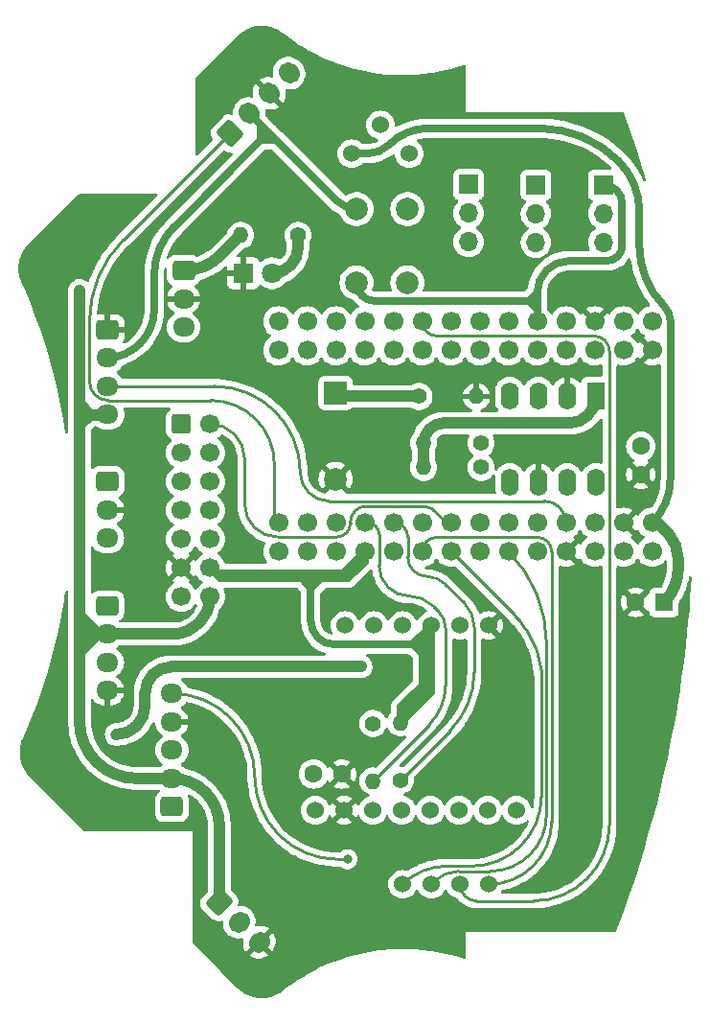
<source format=gbr>
%TF.GenerationSoftware,KiCad,Pcbnew,7.0.9*%
%TF.CreationDate,2025-05-06T13:26:41+09:00*%
%TF.ProjectId,Main_board,4d61696e-5f62-46f6-9172-642e6b696361,rev?*%
%TF.SameCoordinates,Original*%
%TF.FileFunction,Copper,L2,Bot*%
%TF.FilePolarity,Positive*%
%FSLAX46Y46*%
G04 Gerber Fmt 4.6, Leading zero omitted, Abs format (unit mm)*
G04 Created by KiCad (PCBNEW 7.0.9) date 2025-05-06 13:26:41*
%MOMM*%
%LPD*%
G01*
G04 APERTURE LIST*
G04 Aperture macros list*
%AMRoundRect*
0 Rectangle with rounded corners*
0 $1 Rounding radius*
0 $2 $3 $4 $5 $6 $7 $8 $9 X,Y pos of 4 corners*
0 Add a 4 corners polygon primitive as box body*
4,1,4,$2,$3,$4,$5,$6,$7,$8,$9,$2,$3,0*
0 Add four circle primitives for the rounded corners*
1,1,$1+$1,$2,$3*
1,1,$1+$1,$4,$5*
1,1,$1+$1,$6,$7*
1,1,$1+$1,$8,$9*
0 Add four rect primitives between the rounded corners*
20,1,$1+$1,$2,$3,$4,$5,0*
20,1,$1+$1,$4,$5,$6,$7,0*
20,1,$1+$1,$6,$7,$8,$9,0*
20,1,$1+$1,$8,$9,$2,$3,0*%
%AMHorizOval*
0 Thick line with rounded ends*
0 $1 width*
0 $2 $3 position (X,Y) of the first rounded end (center of the circle)*
0 $4 $5 position (X,Y) of the second rounded end (center of the circle)*
0 Add line between two ends*
20,1,$1,$2,$3,$4,$5,0*
0 Add two circle primitives to create the rounded ends*
1,1,$1,$2,$3*
1,1,$1,$4,$5*%
G04 Aperture macros list end*
%TA.AperFunction,ComponentPad*%
%ADD10C,1.400000*%
%TD*%
%TA.AperFunction,ComponentPad*%
%ADD11O,1.400000X1.400000*%
%TD*%
%TA.AperFunction,ComponentPad*%
%ADD12R,1.700000X1.700000*%
%TD*%
%TA.AperFunction,ComponentPad*%
%ADD13O,1.700000X1.700000*%
%TD*%
%TA.AperFunction,ComponentPad*%
%ADD14R,1.800000X1.800000*%
%TD*%
%TA.AperFunction,ComponentPad*%
%ADD15C,1.800000*%
%TD*%
%TA.AperFunction,ComponentPad*%
%ADD16RoundRect,0.250000X-0.725000X0.600000X-0.725000X-0.600000X0.725000X-0.600000X0.725000X0.600000X0*%
%TD*%
%TA.AperFunction,ComponentPad*%
%ADD17O,1.950000X1.700000*%
%TD*%
%TA.AperFunction,ComponentPad*%
%ADD18C,1.600000*%
%TD*%
%TA.AperFunction,ComponentPad*%
%ADD19C,1.700000*%
%TD*%
%TA.AperFunction,ComponentPad*%
%ADD20C,1.524000*%
%TD*%
%TA.AperFunction,ComponentPad*%
%ADD21RoundRect,0.250000X-0.936916X-0.088388X-0.088388X-0.936916X0.936916X0.088388X0.088388X0.936916X0*%
%TD*%
%TA.AperFunction,ComponentPad*%
%ADD22HorizOval,1.700000X-0.088388X-0.088388X0.088388X0.088388X0*%
%TD*%
%TA.AperFunction,ComponentPad*%
%ADD23RoundRect,0.250000X0.094927X-0.936277X0.937511X-0.081845X-0.094927X0.936277X-0.937511X0.081845X0*%
%TD*%
%TA.AperFunction,ComponentPad*%
%ADD24HorizOval,1.700000X-0.089003X0.087769X0.089003X-0.087769X0*%
%TD*%
%TA.AperFunction,ComponentPad*%
%ADD25C,2.000000*%
%TD*%
%TA.AperFunction,ComponentPad*%
%ADD26R,1.600000X2.400000*%
%TD*%
%TA.AperFunction,ComponentPad*%
%ADD27O,1.600000X2.400000*%
%TD*%
%TA.AperFunction,ComponentPad*%
%ADD28RoundRect,0.250000X0.725000X-0.600000X0.725000X0.600000X-0.725000X0.600000X-0.725000X-0.600000X0*%
%TD*%
%TA.AperFunction,ComponentPad*%
%ADD29R,1.600000X1.600000*%
%TD*%
%TA.AperFunction,ComponentPad*%
%ADD30R,2.000000X2.000000*%
%TD*%
%TA.AperFunction,ComponentPad*%
%ADD31RoundRect,0.250000X-0.600000X-0.600000X0.600000X-0.600000X0.600000X0.600000X-0.600000X0.600000X0*%
%TD*%
%TA.AperFunction,ViaPad*%
%ADD32C,0.800000*%
%TD*%
%TA.AperFunction,Conductor*%
%ADD33C,0.700000*%
%TD*%
%TA.AperFunction,Conductor*%
%ADD34C,1.000000*%
%TD*%
%TA.AperFunction,Conductor*%
%ADD35C,0.250000*%
%TD*%
%TA.AperFunction,Conductor*%
%ADD36C,0.500000*%
%TD*%
G04 APERTURE END LIST*
D10*
%TO.P,R6,1*%
%TO.N,Net-(BZ1--)*%
X182530000Y-86080000D03*
D11*
%TO.P,R6,2*%
%TO.N,GND*%
X187610000Y-86080000D03*
%TD*%
D12*
%TO.P,D34,1,A*%
%TO.N,+3.3V*%
X198825000Y-67395000D03*
D13*
%TO.P,D34,2,B*%
%TO.N,T_SW1*%
X198825000Y-69935000D03*
%TO.P,D34,3*%
%TO.N,N/C*%
X198825000Y-72475000D03*
%TD*%
D14*
%TO.P,330,1,K*%
%TO.N,GND*%
X167000000Y-75200000D03*
D15*
%TO.P,330,2,A*%
%TO.N,Net-(D1-A)*%
X169540000Y-75200000D03*
%TD*%
D16*
%TO.P,LINE,1,Pin_1*%
%TO.N,TX_Line*%
X155000000Y-104560000D03*
D17*
%TO.P,LINE,2,Pin_2*%
%TO.N,+5V*%
X155000000Y-107060000D03*
%TO.P,LINE,3,Pin_3*%
%TO.N,RX_Line*%
X155000000Y-109560000D03*
%TO.P,LINE,4,Pin_4*%
%TO.N,GND*%
X155000000Y-112060000D03*
%TD*%
D18*
%TO.P,C3,1*%
%TO.N,GND*%
X202140000Y-92980000D03*
%TO.P,C3,2*%
%TO.N,+3.3V*%
X202140000Y-90480000D03*
%TD*%
D10*
%TO.P,R2,1*%
%TO.N,Gyro_SDA*%
X180900000Y-119970000D03*
D11*
%TO.P,R2,2*%
%TO.N,+3.3V*%
X180900000Y-114890000D03*
%TD*%
D19*
%TO.P,U1,1,GND*%
%TO.N,GND*%
X198060000Y-79460000D03*
X203140000Y-82000000D03*
X200600000Y-97240000D03*
X195520000Y-99780000D03*
X192980000Y-99780000D03*
X175200000Y-99780000D03*
%TO.P,U1,2,0_RX1_CRX2_CS1*%
%TO.N,unconnected-(U1-0_RX1_CRX2_CS1-Pad2)*%
X200600000Y-82000000D03*
%TO.P,U1,3,1_TX1_CTX2_MISO1*%
%TO.N,RX_MD*%
X198060000Y-82000000D03*
%TO.P,U1,4,2_OUT2*%
%TO.N,Gyro_reset*%
X195520000Y-82000000D03*
%TO.P,U1,5,3_LRCLK2*%
%TO.N,switch*%
X192980000Y-82000000D03*
%TO.P,U1,6,4_BCLK2*%
%TO.N,unconnected-(U1-4_BCLK2-Pad6)*%
X190440000Y-82000000D03*
%TO.P,U1,7,5_IN2*%
%TO.N,unconnected-(U1-5_IN2-Pad7)*%
X187900000Y-82000000D03*
%TO.P,U1,8,6_OUT1D*%
%TO.N,unconnected-(U1-6_OUT1D-Pad8)*%
X185360000Y-82000000D03*
%TO.P,U1,9,7_RX2_OUT1A*%
%TO.N,TX_Ball*%
X182820000Y-82000000D03*
%TO.P,U1,10,8_TX2_IN1*%
%TO.N,RX_Ball*%
X180280000Y-82000000D03*
%TO.P,U1,11,9_OUT1C*%
%TO.N,Net-(BZ1--)*%
X177740000Y-82000000D03*
%TO.P,U1,12,10_CS_MQSR*%
%TO.N,LCD-TeensyD10*%
X175200000Y-82000000D03*
%TO.P,U1,13,11_MOSI_CTX1*%
%TO.N,LCD-TeensyD11*%
X172660000Y-82000000D03*
%TO.P,U1,14,12_MISO_MQSL*%
%TO.N,LCD-TeensyD12*%
X170120000Y-82000000D03*
%TO.P,U1,15,VBAT*%
%TO.N,unconnected-(U1-VBAT-Pad15)*%
X170120000Y-79460000D03*
%TO.P,U1,18,PROGRAM*%
%TO.N,unconnected-(U1-PROGRAM-Pad18)*%
X172660000Y-99780000D03*
%TO.P,U1,19,ON_OFF*%
%TO.N,unconnected-(U1-ON_OFF-Pad19)*%
X170120000Y-99780000D03*
%TO.P,U1,20,13_SCK_CRX1_LED*%
%TO.N,CN1_Touch_sensor*%
X170120000Y-97240000D03*
%TO.P,U1,21,14_A0_TX3_SPDIF_OUT*%
%TO.N,RX_camera*%
X172660000Y-97240000D03*
%TO.P,U1,22,15_A1_RX3_SPDIF_IN*%
%TO.N,TX_camera*%
X175200000Y-97240000D03*
%TO.P,U1,23,16_A2_RX4_SCL1*%
%TO.N,Gyro_SCL*%
X177740000Y-97240000D03*
%TO.P,U1,24,17_A3_TX4_SDA1*%
%TO.N,Gyro_SDA*%
X180280000Y-97240000D03*
%TO.P,U1,25,18_A4_SDA0*%
%TO.N,SDA*%
X182820000Y-97240000D03*
%TO.P,U1,26,19_A5_SCL0*%
%TO.N,SCL*%
X185360000Y-97240000D03*
%TO.P,U1,27,20_A6_TX5_LRCLK1*%
%TO.N,RX_Line*%
X187900000Y-97240000D03*
%TO.P,U1,28,21_A7_RX5_BCLK1*%
%TO.N,TX_Line*%
X190440000Y-97240000D03*
%TO.P,U1,29,22_A8_CTX1*%
%TO.N,DA_SUB*%
X192980000Y-97240000D03*
%TO.P,U1,30,23_A9_CRX1_MCLK1*%
%TO.N,LINE_front*%
X195520000Y-97240000D03*
%TO.P,U1,31,3V3*%
%TO.N,+3.3V*%
X192980000Y-79460000D03*
X198060000Y-97240000D03*
X177740000Y-99780000D03*
%TO.P,U1,33,VIN*%
%TO.N,+5V*%
X203140000Y-97240000D03*
%TO.P,U1,34,VUSB*%
%TO.N,unconnected-(U1-VUSB-Pad34)*%
X203140000Y-99780000D03*
%TO.P,U1,35,24_A10_TX6_SCL2*%
%TO.N,RX_sub*%
X180280000Y-99780000D03*
%TO.P,U1,36,25_A11_RX6_SDA2*%
%TO.N,TX_sub*%
X187900000Y-99780000D03*
%TO.P,U1,37,26_A12_MOSI1*%
%TO.N,/02*%
X185360000Y-99780000D03*
%TO.P,U1,38,27_A13_SCK1*%
%TO.N,/01*%
X190440000Y-99780000D03*
%TO.P,U1,39,28_RX7*%
%TO.N,/Comm_TX*%
X182820000Y-99780000D03*
%TO.P,U1,40,29_TX7*%
%TO.N,/Comm_RX*%
X182820000Y-79460000D03*
%TO.P,U1,41,30_CRX3*%
%TO.N,FET2*%
X172660000Y-79460000D03*
%TO.P,U1,42,31_CTX3*%
%TO.N,unconnected-(U1-31_CTX3-Pad42)*%
X180280000Y-79460000D03*
%TO.P,U1,43,32_OUT1B*%
%TO.N,FET1*%
X175200000Y-79460000D03*
%TO.P,U1,44,33_MCLK2*%
%TO.N,unconnected-(U1-33_MCLK2-Pad44)*%
X177740000Y-79460000D03*
%TO.P,U1,45,34_DAT1_MISO2*%
%TO.N,T_SW1*%
X203140000Y-79460000D03*
%TO.P,U1,46,35_DAT0_MOSI2*%
%TO.N,T_SW2*%
X200600000Y-79460000D03*
%TO.P,U1,48,36_CLK_CS2*%
%TO.N,T_SW3*%
X195520000Y-79460000D03*
%TO.P,U1,50,37_CMD_SCK2*%
%TO.N,unconnected-(U1-37_CMD_SCK2-Pad50)*%
X190440000Y-79460000D03*
%TO.P,U1,51,38_DAT3_RX5*%
%TO.N,unconnected-(U1-38_DAT3_RX5-Pad51)*%
X187900000Y-79460000D03*
%TO.P,U1,52,39_DAT2_TX5*%
%TO.N,unconnected-(U1-39_DAT2_TX5-Pad52)*%
X185360000Y-79460000D03*
%TO.P,U1,53,D-*%
%TO.N,unconnected-(U1-D--Pad53)*%
X200600000Y-99780000D03*
%TO.P,U1,54,D+*%
%TO.N,unconnected-(U1-D+-Pad54)*%
X198060000Y-99780000D03*
%TD*%
D20*
%TO.P,103,1,1*%
%TO.N,+5V*%
X176590000Y-64640000D03*
%TO.P,103,2,2*%
%TO.N,LED1*%
X179130000Y-62100000D03*
%TO.P,103,3,3*%
%TO.N,unconnected-(RV1-Pad3)*%
X181670000Y-64640000D03*
%TD*%
D10*
%TO.P,R1,1*%
%TO.N,+3.3V*%
X178460000Y-114960000D03*
D11*
%TO.P,R1,2*%
%TO.N,Gyro_SCL*%
X178460000Y-120040000D03*
%TD*%
D21*
%TO.P,MD,1,Pin_1*%
%TO.N,+5V*%
X164893464Y-130741002D03*
D22*
%TO.P,MD,2,Pin_2*%
%TO.N,RX_MD*%
X166661231Y-132508769D03*
%TO.P,MD,3,Pin_3*%
%TO.N,GND*%
X168428998Y-134276536D03*
%TD*%
D20*
%TO.P,BNO1,1,VIN*%
%TO.N,+3.3V*%
X173370000Y-122620000D03*
%TO.P,BNO1,2,GND*%
%TO.N,GND*%
X175910000Y-122620000D03*
%TO.P,BNO1,3,SCL*%
%TO.N,Gyro_SCL*%
X178450000Y-122620000D03*
%TO.P,BNO1,4,SDA*%
%TO.N,Gyro_SDA*%
X180990000Y-122620000D03*
%TO.P,BNO1,5,ADD*%
%TO.N,unconnected-(BNO1-ADD-Pad5)*%
X183530000Y-122620000D03*
%TO.P,BNO1,6,INT*%
%TO.N,unconnected-(BNO1-INT-Pad6)*%
X186070000Y-122620000D03*
%TO.P,BNO1,7,BOOT*%
%TO.N,unconnected-(BNO1-BOOT-Pad7)*%
X188610000Y-122620000D03*
%TO.P,BNO1,8,RST*%
%TO.N,unconnected-(BNO1-RST-Pad8)*%
X191150000Y-122620000D03*
%TD*%
D12*
%TO.P,D36,1,A*%
%TO.N,+3.3V*%
X186915000Y-67365000D03*
D13*
%TO.P,D36,2,B*%
%TO.N,T_SW3*%
X186915000Y-69905000D03*
%TO.P,D36,3*%
%TO.N,N/C*%
X186915000Y-72445000D03*
%TD*%
D10*
%TO.P,10K,1*%
%TO.N,SCL*%
X188030000Y-92340000D03*
D11*
%TO.P,10K,2*%
%TO.N,+3.3V*%
X182950000Y-92340000D03*
%TD*%
D23*
%TO.P,Touch,1,Pin_1*%
%TO.N,CN1_Touch_sensor*%
X165793113Y-62871467D03*
D24*
%TO.P,Touch,2,Pin_2*%
%TO.N,+3.3V*%
X167548496Y-61091402D03*
%TO.P,Touch,3,Pin_3*%
%TO.N,GND*%
X169303878Y-59311337D03*
%TO.P,Touch,4,Pin_4*%
%TO.N,LED1*%
X171059261Y-57531272D03*
%TD*%
D25*
%TO.P,RST,1,1*%
%TO.N,+3.3V*%
X177010000Y-76020000D03*
X177010000Y-69520000D03*
%TO.P,RST,2,2*%
%TO.N,Gyro_reset*%
X181510000Y-76020000D03*
X181510000Y-69520000D03*
%TD*%
D26*
%TO.P,BNO055,1,VIN*%
%TO.N,+3.3V*%
X198170000Y-86045000D03*
D27*
%TO.P,BNO055,2,GND*%
%TO.N,GND*%
X195630000Y-86045000D03*
%TO.P,BNO055,3,SDA*%
%TO.N,SDA*%
X193090000Y-86045000D03*
%TO.P,BNO055,4,SCL*%
%TO.N,SCL*%
X190550000Y-86045000D03*
%TO.P,BNO055,5,VOUT*%
%TO.N,unconnected-(U2-VOUT-Pad5)*%
X190550000Y-93665000D03*
%TO.P,BNO055,6,GND*%
%TO.N,GND*%
X193090000Y-93665000D03*
%TO.P,BNO055,7,INT*%
%TO.N,unconnected-(U2-INT-Pad7)*%
X195630000Y-93665000D03*
%TO.P,BNO055,8,RESET*%
%TO.N,unconnected-(U2-RESET-Pad8)*%
X198170000Y-93665000D03*
%TD*%
D16*
%TO.P,Kicker,1,Pin_1*%
%TO.N,FET1*%
X155010000Y-93600000D03*
D17*
%TO.P,Kicker,2,Pin_2*%
%TO.N,GND*%
X155010000Y-96100000D03*
%TO.P,Kicker,3,Pin_3*%
%TO.N,FET2*%
X155010000Y-98600000D03*
%TD*%
D18*
%TO.P,C4,1*%
%TO.N,+3.3V*%
X173220000Y-119420000D03*
%TO.P,C4,2*%
%TO.N,GND*%
X175720000Y-119420000D03*
%TD*%
D28*
%TO.P,SUB,1,Pin_1*%
%TO.N,TX_sub*%
X160690000Y-122310000D03*
D17*
%TO.P,SUB,2,Pin_2*%
%TO.N,+5V*%
X160690000Y-119810000D03*
%TO.P,SUB,3,Pin_3*%
%TO.N,RX_sub*%
X160690000Y-117310000D03*
%TO.P,SUB,4,Pin_4*%
%TO.N,GND*%
X160690000Y-114810000D03*
%TO.P,SUB,5,Pin_5*%
%TO.N,DA_SUB*%
X160690000Y-112310000D03*
%TD*%
D20*
%TO.P,U3,1,02*%
%TO.N,/02*%
X181082113Y-129165680D03*
%TO.P,U3,2,01*%
%TO.N,/01*%
X183622113Y-129165680D03*
%TO.P,U3,3,RX*%
%TO.N,/Comm_RX*%
X186162113Y-129165680D03*
%TO.P,U3,4,TX*%
%TO.N,/Comm_TX*%
X188702113Y-129165680D03*
%TO.P,U3,5,D+*%
%TO.N,unconnected-(U3-D+-Pad5)*%
X176002113Y-106305680D03*
%TO.P,U3,6,D-*%
%TO.N,unconnected-(U3-D--Pad6)*%
X178542113Y-106305680D03*
%TO.P,U3,7,VIN*%
%TO.N,+12V*%
X181082113Y-106305680D03*
%TO.P,U3,8,LOGV*%
%TO.N,+3.3V*%
X183622113Y-106305680D03*
%TO.P,U3,9,3v3*%
%TO.N,unconnected-(U3-3v3-Pad9)*%
X186162113Y-106305680D03*
%TO.P,U3,10,GND*%
%TO.N,GND*%
X188702113Y-106305680D03*
%TD*%
D29*
%TO.P,C2,1*%
%TO.N,+5V*%
X204185113Y-104260000D03*
D18*
%TO.P,C2,2*%
%TO.N,GND*%
X201685113Y-104260000D03*
%TD*%
D10*
%TO.P,10K,1*%
%TO.N,SDA*%
X188030000Y-90210000D03*
D11*
%TO.P,10K,2*%
%TO.N,+3.3V*%
X182950000Y-90210000D03*
%TD*%
D16*
%TO.P,+12V,1,Pin_1*%
%TO.N,+5V*%
X161740000Y-74960000D03*
D17*
%TO.P,+12V,2,Pin_2*%
%TO.N,GND*%
X161740000Y-77460000D03*
%TO.P,+12V,3,Pin_3*%
%TO.N,+12V*%
X161740000Y-79960000D03*
%TD*%
D16*
%TO.P,LINE_front,1,Pin_1*%
%TO.N,GND*%
X155020000Y-80180000D03*
D17*
%TO.P,LINE_front,2,Pin_2*%
%TO.N,+3.3V*%
X155020000Y-82680000D03*
%TO.P,LINE_front,3,Pin_3*%
%TO.N,LINE_front*%
X155020000Y-85180000D03*
%TO.P,LINE_front,4,Pin_4*%
%TO.N,+5V*%
X155020000Y-87680000D03*
%TD*%
D12*
%TO.P,D35,1,A*%
%TO.N,+3.3V*%
X192875000Y-67415000D03*
D13*
%TO.P,D35,2,B*%
%TO.N,T_SW2*%
X192875000Y-69955000D03*
%TO.P,D35,3*%
%TO.N,N/C*%
X192875000Y-72495000D03*
%TD*%
D10*
%TO.P,R3,1*%
%TO.N,Net-(D1-A)*%
X171850000Y-71840000D03*
D11*
%TO.P,R3,2*%
%TO.N,+5V*%
X166770000Y-71840000D03*
%TD*%
D30*
%TO.P,BZ1,1,-*%
%TO.N,Net-(BZ1--)*%
X175160000Y-85770000D03*
D25*
%TO.P,BZ1,2,+*%
%TO.N,GND*%
X175160000Y-93370000D03*
%TD*%
D31*
%TO.P,J10,1,Pin_1*%
%TO.N,unconnected-(J10-Pin_1-Pad1)*%
X161530000Y-88520000D03*
D19*
%TO.P,J10,2,Pin_2*%
%TO.N,SCL*%
X164070000Y-88520000D03*
%TO.P,J10,3,Pin_3*%
%TO.N,SDA*%
X161530000Y-91060000D03*
%TO.P,J10,4,Pin_4*%
%TO.N,TX_Ball*%
X164070000Y-91060000D03*
%TO.P,J10,5,Pin_5*%
%TO.N,RX_Ball*%
X161530000Y-93600000D03*
%TO.P,J10,6,Pin_6*%
%TO.N,TX_camera*%
X164070000Y-93600000D03*
%TO.P,J10,7,Pin_7*%
%TO.N,RX_camera*%
X161530000Y-96140000D03*
%TO.P,J10,8,Pin_8*%
%TO.N,LCD-TeensyD10*%
X164070000Y-96140000D03*
%TO.P,J10,9,Pin_9*%
%TO.N,LCD-TeensyD11*%
X161530000Y-98680000D03*
%TO.P,J10,10,Pin_10*%
%TO.N,LCD-TeensyD12*%
X164070000Y-98680000D03*
%TO.P,J10,11,Pin_11*%
%TO.N,GND*%
X161530000Y-101220000D03*
%TO.P,J10,12,Pin_12*%
%TO.N,+3.3V*%
X164070000Y-101220000D03*
%TO.P,J10,13,Pin_13*%
%TO.N,switch*%
X161530000Y-103760000D03*
%TO.P,J10,14,Pin_14*%
%TO.N,+5V*%
X164070000Y-103760000D03*
%TD*%
D32*
%TO.N,GND*%
X202830000Y-84510000D03*
X177350000Y-94080000D03*
X155060000Y-90650000D03*
X199390000Y-132080000D03*
X157990000Y-69210000D03*
X185100000Y-120720000D03*
X186110000Y-108980000D03*
X201930000Y-116840000D03*
X200780000Y-110710000D03*
X159510000Y-100950000D03*
X164320000Y-119300000D03*
X167300000Y-130360000D03*
X155050000Y-114260000D03*
X188090000Y-104280000D03*
X155180000Y-101550000D03*
X172670000Y-88470000D03*
X172880000Y-112910000D03*
X176760000Y-62660000D03*
X178140000Y-117700000D03*
X156360000Y-76700000D03*
X195530000Y-102070000D03*
X181310000Y-93880000D03*
X176930000Y-90310000D03*
X185150000Y-86170000D03*
X167820000Y-100470000D03*
X166810000Y-121020000D03*
X185330000Y-90320000D03*
X171360000Y-59770000D03*
X157110000Y-117960000D03*
X157150000Y-83780000D03*
X157340000Y-108750000D03*
X157180000Y-79940000D03*
X191650000Y-108760000D03*
X179270000Y-72830000D03*
X191720000Y-120380000D03*
X191540000Y-91200000D03*
X198120000Y-101960000D03*
X197520000Y-76470000D03*
X178050000Y-102240000D03*
X198040000Y-89710000D03*
X190120000Y-124610000D03*
X157880000Y-103700000D03*
X158080000Y-73310000D03*
X150710000Y-82910000D03*
X164090000Y-114710000D03*
X192860000Y-129250000D03*
X163290000Y-111520000D03*
X188950000Y-109420000D03*
X150760000Y-109440000D03*
X161360000Y-72980000D03*
X201990000Y-95340000D03*
%TO.N,+5V*%
X152530000Y-76720000D03*
%TO.N,+12V*%
X155770000Y-115930000D03*
X177420000Y-109950000D03*
%TO.N,DA_SUB*%
X176220000Y-126950000D03*
%TD*%
D33*
%TO.N,+3.3V*%
X164530000Y-101680000D02*
X164070000Y-101220000D01*
X182812113Y-107990000D02*
X183622113Y-108800000D01*
X180900000Y-114060000D02*
X180900000Y-113510000D01*
X176255000Y-102135000D02*
X177740000Y-100650000D01*
X172970000Y-102955000D02*
X172150000Y-102135000D01*
X172970000Y-102955000D02*
X173060000Y-102955000D01*
X183145000Y-112190000D02*
X182770000Y-112190000D01*
X192980000Y-77660000D02*
X192980000Y-79460000D01*
X192250000Y-77660000D02*
X192980000Y-76930000D01*
X183145000Y-112190000D02*
X183145000Y-112645000D01*
X183622113Y-112167887D02*
X183622113Y-109590000D01*
X169223547Y-62766453D02*
X167548496Y-61091402D01*
X180900000Y-114890000D02*
X183145000Y-112645000D01*
X172150000Y-102135000D02*
X164985000Y-102135000D01*
X173880000Y-102135000D02*
X172150000Y-102135000D01*
X178650006Y-77660000D02*
X191960000Y-77660000D01*
X195809999Y-74100000D02*
X199146496Y-74100000D01*
X192250000Y-77660000D02*
X192980000Y-78390000D01*
X183622113Y-107130000D02*
X183622113Y-106305680D01*
X177740000Y-99780000D02*
X175840000Y-101680000D01*
X181937794Y-107990000D02*
X182728897Y-107198897D01*
X183564320Y-107557793D02*
X183622113Y-107500000D01*
X168633547Y-63356453D02*
X168550000Y-63272906D01*
X183145000Y-111580000D02*
X183145000Y-112190000D01*
X181020000Y-107990000D02*
X181937794Y-107990000D01*
X169760000Y-63410000D02*
X169813547Y-63356453D01*
X183145000Y-109112886D02*
X183145000Y-111580000D01*
X168687094Y-63410000D02*
X169760000Y-63410000D01*
X182830000Y-111580000D02*
X183145000Y-111580000D01*
D34*
X184719999Y-88440000D02*
X195774998Y-88440000D01*
D33*
X169813547Y-63356453D02*
X175246699Y-68789605D01*
X172970000Y-103210000D02*
X172970000Y-105881439D01*
D34*
X182950000Y-92340000D02*
X182950000Y-90210000D01*
D33*
X181937794Y-107990000D02*
X182022113Y-107990000D01*
X164985000Y-102135000D02*
X164070000Y-101220000D01*
X182871057Y-108838943D02*
X183622113Y-109590000D01*
X192980000Y-78390000D02*
X192980000Y-79460000D01*
X168550000Y-62092906D02*
X167548496Y-61091402D01*
X182370000Y-107990000D02*
X182812113Y-107990000D01*
X183622113Y-107500000D02*
X183622113Y-107130000D01*
X168540000Y-63450000D02*
X169223547Y-62766453D01*
X182762113Y-107990000D02*
X183622113Y-107130000D01*
X182770000Y-112190000D02*
X180900000Y-114060000D01*
X172970000Y-103210000D02*
X172970000Y-101780000D01*
X159140000Y-78359997D02*
X159140000Y-75329812D01*
X168540000Y-63450000D02*
X168633547Y-63356453D01*
X182830000Y-108007887D02*
X182812113Y-107990000D01*
X182370000Y-107990000D02*
X183132113Y-107990000D01*
X167548496Y-61091402D02*
X169813547Y-63356453D01*
X175840000Y-101680000D02*
X164530000Y-101680000D01*
X173070000Y-101680000D02*
X175840000Y-101680000D01*
X160893491Y-71096509D02*
X168540000Y-63450000D01*
X183132113Y-107990000D02*
X183622113Y-108480000D01*
X182370000Y-107557793D02*
X182728897Y-107198897D01*
X182830000Y-111580000D02*
X182830000Y-108007887D01*
X180900000Y-113510000D02*
X182830000Y-111580000D01*
X176255000Y-102135000D02*
X173880000Y-102135000D01*
X182871057Y-108838943D02*
X183145000Y-109112886D01*
X172970000Y-103210000D02*
X172970000Y-102955000D01*
X183622113Y-108800000D02*
X183622113Y-108530000D01*
X200500000Y-72746496D02*
X200500000Y-69070002D01*
X182370000Y-107990000D02*
X182762113Y-107990000D01*
X182370000Y-107990000D02*
X182370000Y-107557793D01*
X172970000Y-101780000D02*
X173070000Y-101680000D01*
X183145000Y-112645000D02*
X183622113Y-112167887D01*
X192980000Y-79300000D02*
X193160000Y-79480000D01*
X168633547Y-63356453D02*
X168687094Y-63410000D01*
X180900000Y-114890000D02*
X180900000Y-114060000D01*
X173060000Y-102955000D02*
X173880000Y-102135000D01*
X183132113Y-107990000D02*
X183622113Y-107500000D01*
X182728897Y-107198897D02*
X183622113Y-106305680D01*
X183622113Y-108530000D02*
X183622113Y-106305680D01*
X168550000Y-63272906D02*
X168550000Y-62092906D01*
X175078561Y-107990000D02*
X181020000Y-107990000D01*
X177740000Y-100650000D02*
X177740000Y-99780000D01*
X181020000Y-107990000D02*
X182370000Y-107990000D01*
X191960000Y-77660000D02*
X192980000Y-77660000D01*
X182370000Y-107557793D02*
X183564320Y-107557793D01*
X182022113Y-107990000D02*
X182871057Y-108838943D01*
X183622113Y-108480000D02*
X183622113Y-108530000D01*
X183622113Y-109590000D02*
X183622113Y-108800000D01*
X192980000Y-76930000D02*
X192980000Y-79300000D01*
X191960000Y-77660000D02*
X192250000Y-77660000D01*
X172970000Y-105881439D02*
G75*
G03*
X175078561Y-107990000I2108600J39D01*
G01*
X175246690Y-68789614D02*
G75*
G03*
X177010000Y-69520000I1763310J1763314D01*
G01*
X199146496Y-74100000D02*
G75*
G03*
X200500000Y-72746496I4J1353500D01*
G01*
X195809999Y-74100000D02*
G75*
G03*
X192980000Y-76930000I1J-2830000D01*
G01*
X200500000Y-69070002D02*
G75*
G03*
X198825000Y-67395000I-1675000J2D01*
G01*
X160893484Y-71096502D02*
G75*
G03*
X159140000Y-75329812I4233316J-4233298D01*
G01*
X154800000Y-82700000D02*
G75*
G03*
X159140000Y-78359997I0J4340000D01*
G01*
D34*
X184719999Y-88440000D02*
G75*
G03*
X182950000Y-90210000I1J-1770000D01*
G01*
X195774998Y-88440000D02*
G75*
G03*
X198170000Y-86045000I2J2395000D01*
G01*
D33*
X177010000Y-76020000D02*
G75*
G03*
X178650006Y-77660000I1640000J0D01*
G01*
D35*
%TO.N,Gyro_SCL*%
X184284067Y-105094067D02*
X183756278Y-104566278D01*
X178460000Y-120040000D02*
X183433927Y-115066073D01*
X184870000Y-111599086D02*
X184870000Y-106508634D01*
X178000000Y-97240000D02*
X177740000Y-97240000D01*
X179000000Y-101006802D02*
X179000000Y-98240000D01*
X183756294Y-104566262D02*
G75*
G03*
X181713184Y-103719997I-2043094J-2043138D01*
G01*
X179000000Y-98240000D02*
G75*
G03*
X178000000Y-97240000I-1000000J0D01*
G01*
X179000003Y-101006802D02*
G75*
G03*
X181713184Y-103719997I2713197J2D01*
G01*
X183433942Y-115066088D02*
G75*
G03*
X184870000Y-111599086I-3467042J3466988D01*
G01*
X184869975Y-106508634D02*
G75*
G03*
X184284066Y-105094068I-2000475J34D01*
G01*
%TO.N,Gyro_SDA*%
X185272118Y-115597882D02*
X180900000Y-119970000D01*
X184829835Y-102629835D02*
X186566759Y-104366759D01*
X187410000Y-106402523D02*
X187410000Y-110436579D01*
X181540000Y-98500000D02*
X181540000Y-100273199D01*
X181540000Y-98500000D02*
G75*
G03*
X180280000Y-97240000I-1260000J0D01*
G01*
X184829807Y-102629863D02*
G75*
G03*
X183236787Y-101969997I-1593007J-1592937D01*
G01*
X185272132Y-115597896D02*
G75*
G03*
X187410000Y-110436579I-5161332J5161296D01*
G01*
X187409985Y-106402523D02*
G75*
G03*
X186566759Y-104366759I-2878985J23D01*
G01*
X181540003Y-100273199D02*
G75*
G03*
X183236787Y-101969997I1696797J-1D01*
G01*
D34*
%TO.N,Net-(D1-A)*%
X171850000Y-72890002D02*
X171850000Y-71840000D01*
X169540000Y-75200000D02*
G75*
G03*
X171850000Y-72890002I0J2310000D01*
G01*
%TO.N,+5V*%
X152530000Y-105450000D02*
X152530000Y-107040000D01*
X152530000Y-108630000D02*
X152530000Y-114760748D01*
X154120000Y-107040000D02*
X152530000Y-108630000D01*
D33*
X202010000Y-72819605D02*
X202010000Y-69738087D01*
D34*
X153473274Y-87700000D02*
X152530000Y-86756726D01*
X154980000Y-107040000D02*
X154120000Y-107040000D01*
X152530000Y-88600000D02*
X152530000Y-105450000D01*
X152530000Y-87700000D02*
X152530000Y-88600000D01*
X153430000Y-87700000D02*
X152530000Y-88600000D01*
X205440000Y-100456163D02*
X205440000Y-101230413D01*
X154850000Y-107060000D02*
X160769997Y-107060000D01*
X152530000Y-76720000D02*
X152530000Y-85750000D01*
X165000592Y-73609408D02*
X166770000Y-71840000D01*
X154800000Y-87700000D02*
X153430000Y-87700000D01*
X154800000Y-87700000D02*
X153473274Y-87700000D01*
X157579252Y-119810000D02*
X160690000Y-119810000D01*
X154800000Y-87700000D02*
X152530000Y-87700000D01*
D33*
X193164755Y-62400000D02*
X183386931Y-62400000D01*
D34*
X164893464Y-124013477D02*
X164893464Y-130741002D01*
X152530000Y-86756726D02*
X152530000Y-85750000D01*
X154830000Y-107040000D02*
X154850000Y-107060000D01*
X152530000Y-107040000D02*
X154830000Y-107040000D01*
D33*
X204750000Y-93353115D02*
X204750000Y-79434317D01*
D34*
X203140000Y-97240000D02*
X203616397Y-97240000D01*
X155000000Y-107060000D02*
X154980000Y-107040000D01*
X203616397Y-97240000D02*
X204587071Y-98210674D01*
X152530000Y-107040000D02*
X152530000Y-108630000D01*
D33*
X177979189Y-64640000D02*
X176590000Y-64640000D01*
D34*
X152530000Y-85750000D02*
X152530000Y-87700000D01*
X154120000Y-107040000D02*
X152530000Y-105450000D01*
X152530000Y-114760748D02*
G75*
G03*
X157579252Y-119810000I5049250J-2D01*
G01*
D33*
X203139995Y-97239995D02*
G75*
G03*
X204750000Y-93353115I-3886895J3886895D01*
G01*
X200172890Y-65302860D02*
G75*
G03*
X193164755Y-62400000I-7008090J-7008040D01*
G01*
D34*
X160769997Y-107060000D02*
G75*
G03*
X164070000Y-103760000I3J3300000D01*
G01*
D33*
X202010019Y-69738087D02*
G75*
G03*
X200172874Y-65302876I-6272319J-13D01*
G01*
X183386931Y-62400014D02*
G75*
G03*
X179892532Y-63847468I-31J-4941686D01*
G01*
D34*
X164893500Y-124013477D02*
G75*
G03*
X160690000Y-119810000I-4203500J-23D01*
G01*
D33*
X177979189Y-64639985D02*
G75*
G03*
X179892532Y-63847468I11J2705885D01*
G01*
X204749987Y-79434317D02*
G75*
G03*
X204195338Y-78095344I-1893487J17D01*
G01*
D34*
X161740000Y-74959984D02*
G75*
G03*
X165000591Y-73609407I0J4611184D01*
G01*
X204185106Y-104259993D02*
G75*
G03*
X205440000Y-101230413I-3029606J3029593D01*
G01*
D33*
X202010002Y-72819605D02*
G75*
G03*
X204195339Y-78095343I7460898J5D01*
G01*
D34*
X205440022Y-100456163D02*
G75*
G03*
X204587071Y-98210674I-3382322J-37D01*
G01*
D35*
%TO.N,CN1_Touch_sensor*%
X169750000Y-92050098D02*
X169750000Y-96870000D01*
X155071883Y-86430000D02*
X164129902Y-86430000D01*
X153410000Y-79484579D02*
X153410000Y-84768117D01*
X169750000Y-96870000D02*
X170120000Y-97240000D01*
X165793113Y-62871467D02*
X156401061Y-72263519D01*
X153410000Y-84768117D02*
G75*
G03*
X155071883Y-86430000I1661900J17D01*
G01*
X169750000Y-92050098D02*
G75*
G03*
X164129902Y-86430000I-5620100J-2D01*
G01*
X156401076Y-72263534D02*
G75*
G03*
X153410000Y-79484579I7221024J-7221066D01*
G01*
D34*
%TO.N,+12V*%
X158330000Y-113370004D02*
X158329999Y-112284995D01*
X177420000Y-109950000D02*
X160664990Y-109950000D01*
X160664990Y-109949999D02*
G75*
G03*
X158329999Y-112284995I10J-2335001D01*
G01*
X155770000Y-115930000D02*
G75*
G03*
X158330000Y-113370004I0J2560000D01*
G01*
%TO.N,Net-(BZ1--)*%
X182530000Y-86080000D02*
X175470000Y-86080000D01*
X175470000Y-86080000D02*
X175160000Y-85770000D01*
D36*
X177740000Y-82000000D02*
X177740000Y-82570000D01*
X175160000Y-85150000D02*
X175160000Y-85770000D01*
D35*
%TO.N,SCL*%
X170041966Y-98500000D02*
X175246973Y-98500000D01*
X167120000Y-91569996D02*
X167120000Y-95578034D01*
X185380000Y-97260000D02*
X185540000Y-97260000D01*
X177892101Y-95770000D02*
X183042106Y-95770000D01*
X183681821Y-95994990D02*
X184926831Y-97240000D01*
X176470000Y-97276973D02*
X176470000Y-97192101D01*
X184926831Y-97240000D02*
X185360000Y-97240000D01*
X183681826Y-95994984D02*
G75*
G03*
X183042106Y-95770000I-639726J-797016D01*
G01*
X177892101Y-95770000D02*
G75*
G03*
X176470000Y-97192101I-1J-1422100D01*
G01*
X175246973Y-98500000D02*
G75*
G03*
X176470000Y-97276973I27J1223000D01*
G01*
X167120000Y-95578034D02*
G75*
G03*
X170041966Y-98500000I2922000J34D01*
G01*
X167120000Y-91569996D02*
G75*
G03*
X164070000Y-88520000I-3050000J-4D01*
G01*
%TO.N,DA_SUB*%
X176220000Y-126950000D02*
X175330007Y-126950000D01*
X168020000Y-119639995D02*
G75*
G03*
X175330007Y-126950000I7310000J-5D01*
G01*
X168020000Y-119639995D02*
G75*
G03*
X160690000Y-112310000I-7330000J-5D01*
G01*
%TO.N,LINE_front*%
X154800000Y-85200000D02*
X154820000Y-85180000D01*
X174587181Y-95320000D02*
X193600000Y-95320000D01*
X154820000Y-85180000D02*
X164447050Y-85180000D01*
X172040000Y-92772847D02*
G75*
G03*
X164447050Y-85180000I-7592900J-53D01*
G01*
X172040000Y-92772847D02*
G75*
G03*
X174587181Y-95320000I2547200J47D01*
G01*
X195520000Y-97240000D02*
G75*
G03*
X193600000Y-95320000I-1920000J0D01*
G01*
%TO.N,/01*%
X193800000Y-123011625D02*
X193800000Y-107891734D01*
X186031237Y-128010000D02*
X188801620Y-128010002D01*
X183622113Y-129165680D02*
X183891493Y-128896304D01*
X186031237Y-128010035D02*
G75*
G03*
X183891493Y-128896304I-37J-3026065D01*
G01*
X188801620Y-128010000D02*
G75*
G03*
X193800000Y-123011625I-20J4998400D01*
G01*
X193799976Y-107891734D02*
G75*
G03*
X190440000Y-99780000I-11471676J34D01*
G01*
%TO.N,/02*%
X191050239Y-105473347D02*
X191417939Y-105892625D01*
X193129755Y-109363822D02*
X193238553Y-109910778D01*
X184958492Y-127560000D02*
X187179397Y-127560000D01*
X192346093Y-107281697D02*
X192592747Y-107781857D01*
X190854626Y-105274626D02*
X191050239Y-105473347D01*
X191417939Y-105892625D02*
X191757429Y-106335054D01*
X193350000Y-111298992D02*
X193350000Y-121389397D01*
X192806160Y-108297078D02*
X192985418Y-108825153D01*
X192985418Y-108825153D02*
X193129755Y-109363822D01*
X193311344Y-110463679D02*
X193347818Y-111020156D01*
X191757429Y-106335054D02*
X192067256Y-106798740D01*
X193238553Y-109910778D02*
X193311344Y-110463679D01*
X192067256Y-106798740D02*
X192346093Y-107281697D01*
X192592747Y-107781857D02*
X192806160Y-108297078D01*
X185360000Y-99780000D02*
X190854626Y-105274626D01*
X193347818Y-111020156D02*
X193350000Y-111298992D01*
X184958492Y-127559980D02*
G75*
G03*
X181082114Y-129165681I8J-5481920D01*
G01*
X187179397Y-127560000D02*
G75*
G03*
X193350000Y-121389397I3J6170600D01*
G01*
%TO.N,/Comm_TX*%
X182370000Y-100230000D02*
X182820000Y-99780000D01*
X194250000Y-99768652D02*
X194250000Y-123617785D01*
X184080001Y-98520000D02*
X193001348Y-98520000D01*
X194250000Y-99768652D02*
G75*
G03*
X193001348Y-98520000I-1248700J-48D01*
G01*
X188702113Y-129165700D02*
G75*
G03*
X194250000Y-123617785I-13J5547900D01*
G01*
X184080001Y-98520000D02*
G75*
G03*
X182820000Y-99780000I-1J-1260000D01*
G01*
%TO.N,/Comm_RX*%
X199360000Y-82089059D02*
X199360000Y-123908310D01*
X187626429Y-130630000D02*
X192638340Y-130629988D01*
X184100000Y-80740000D02*
X198010941Y-80740000D01*
X199360000Y-82089059D02*
G75*
G03*
X198010941Y-80740000I-1349100J-41D01*
G01*
X186162100Y-129165680D02*
G75*
G03*
X187626429Y-130630000I1464300J-20D01*
G01*
X182820000Y-79460000D02*
G75*
G03*
X184100000Y-80740000I1280000J0D01*
G01*
X192638340Y-130630000D02*
G75*
G03*
X199360000Y-123908310I-40J6721700D01*
G01*
%TD*%
%TA.AperFunction,Conductor*%
%TO.N,GND*%
G36*
X201954855Y-100446546D02*
G01*
X201971575Y-100465842D01*
X202094736Y-100641735D01*
X202101505Y-100651401D01*
X202268599Y-100818495D01*
X202362260Y-100884077D01*
X202462165Y-100954032D01*
X202462167Y-100954033D01*
X202462170Y-100954035D01*
X202676337Y-101053903D01*
X202676343Y-101053904D01*
X202676344Y-101053905D01*
X202727288Y-101067555D01*
X202904592Y-101115063D01*
X203066438Y-101129223D01*
X203139999Y-101135659D01*
X203140000Y-101135659D01*
X203140001Y-101135659D01*
X203179234Y-101132226D01*
X203375408Y-101115063D01*
X203603663Y-101053903D01*
X203817830Y-100954035D01*
X204011401Y-100818495D01*
X204178495Y-100651401D01*
X204213925Y-100600802D01*
X204268502Y-100557177D01*
X204338000Y-100549983D01*
X204400355Y-100581506D01*
X204435769Y-100641735D01*
X204439500Y-100671925D01*
X204439500Y-101228879D01*
X204439425Y-101231922D01*
X204423834Y-101549254D01*
X204423237Y-101555313D01*
X204376844Y-101868066D01*
X204375656Y-101874037D01*
X204298829Y-102180748D01*
X204297062Y-102186574D01*
X204190550Y-102484255D01*
X204188220Y-102489880D01*
X204053030Y-102775715D01*
X204050160Y-102781084D01*
X203979336Y-102899248D01*
X203927986Y-102946630D01*
X203872977Y-102959500D01*
X203337242Y-102959500D01*
X203337236Y-102959501D01*
X203277629Y-102965908D01*
X203142784Y-103016202D01*
X203142777Y-103016206D01*
X203027568Y-103102452D01*
X203027565Y-103102455D01*
X202941319Y-103217664D01*
X202941315Y-103217671D01*
X202891021Y-103352517D01*
X202884614Y-103412116D01*
X202884435Y-103415452D01*
X202882960Y-103415372D01*
X202864928Y-103476783D01*
X202812124Y-103522538D01*
X202768636Y-103530028D01*
X202083066Y-104215598D01*
X202070278Y-104134852D01*
X202012754Y-104021955D01*
X201923158Y-103932359D01*
X201810261Y-103874835D01*
X201729513Y-103862046D01*
X202410585Y-103180974D01*
X202410584Y-103180973D01*
X202337596Y-103129866D01*
X202337594Y-103129865D01*
X202131439Y-103033734D01*
X202131430Y-103033730D01*
X201911723Y-102974860D01*
X201911712Y-102974858D01*
X201685115Y-102955034D01*
X201685111Y-102955034D01*
X201458513Y-102974858D01*
X201458502Y-102974860D01*
X201238795Y-103033730D01*
X201238786Y-103033734D01*
X201032626Y-103129868D01*
X200959640Y-103180972D01*
X200959639Y-103180973D01*
X201640713Y-103862046D01*
X201559965Y-103874835D01*
X201447068Y-103932359D01*
X201357472Y-104021955D01*
X201299948Y-104134852D01*
X201287159Y-104215599D01*
X200606086Y-103534526D01*
X200606085Y-103534527D01*
X200554981Y-103607513D01*
X200458847Y-103813673D01*
X200458843Y-103813682D01*
X200399973Y-104033389D01*
X200399971Y-104033400D01*
X200380147Y-104259997D01*
X200380147Y-104260002D01*
X200399971Y-104486599D01*
X200399973Y-104486610D01*
X200458843Y-104706317D01*
X200458847Y-104706326D01*
X200554978Y-104912481D01*
X200554979Y-104912483D01*
X200606086Y-104985471D01*
X200606087Y-104985472D01*
X201287159Y-104304399D01*
X201299948Y-104385148D01*
X201357472Y-104498045D01*
X201447068Y-104587641D01*
X201559965Y-104645165D01*
X201640712Y-104657953D01*
X200959639Y-105339025D01*
X200959639Y-105339026D01*
X201032625Y-105390131D01*
X201032629Y-105390133D01*
X201238786Y-105486265D01*
X201238795Y-105486269D01*
X201458502Y-105545139D01*
X201458513Y-105545141D01*
X201685111Y-105564966D01*
X201685115Y-105564966D01*
X201911712Y-105545141D01*
X201911723Y-105545139D01*
X202131430Y-105486269D01*
X202131444Y-105486264D01*
X202337591Y-105390136D01*
X202410585Y-105339025D01*
X201729514Y-104657953D01*
X201810261Y-104645165D01*
X201923158Y-104587641D01*
X202012754Y-104498045D01*
X202070278Y-104385148D01*
X202083066Y-104304400D01*
X202769312Y-104990646D01*
X202818305Y-105000492D01*
X202868488Y-105049107D01*
X202883162Y-105104632D01*
X202884212Y-105104576D01*
X202884259Y-105104571D01*
X202884259Y-105104573D01*
X202884437Y-105104564D01*
X202884614Y-105107876D01*
X202891021Y-105167483D01*
X202941315Y-105302328D01*
X202941319Y-105302335D01*
X203027565Y-105417544D01*
X203027568Y-105417547D01*
X203142777Y-105503793D01*
X203142784Y-105503797D01*
X203277630Y-105554091D01*
X203277629Y-105554091D01*
X203284557Y-105554835D01*
X203337240Y-105560500D01*
X205032985Y-105560499D01*
X205092596Y-105554091D01*
X205227444Y-105503796D01*
X205342659Y-105417546D01*
X205428909Y-105302331D01*
X205479204Y-105167483D01*
X205485613Y-105107873D01*
X205485612Y-104302180D01*
X205505296Y-104235142D01*
X205509285Y-104229307D01*
X205553210Y-104168851D01*
X205770200Y-103814754D01*
X205958740Y-103444725D01*
X205964239Y-103431451D01*
X206094164Y-103117783D01*
X206117666Y-103061044D01*
X206117666Y-103061043D01*
X206117668Y-103061039D01*
X206117668Y-103061040D01*
X206193492Y-102827675D01*
X206245999Y-102666076D01*
X206342948Y-102262257D01*
X206378330Y-102038861D01*
X206408259Y-101975728D01*
X206467571Y-101938797D01*
X206537433Y-101939795D01*
X206595666Y-101978405D01*
X206623780Y-102042368D01*
X206624584Y-102065631D01*
X206577377Y-102858477D01*
X206503969Y-103940630D01*
X206428678Y-104888134D01*
X206334250Y-105969735D01*
X206240321Y-106914258D01*
X206124843Y-107995126D01*
X206012394Y-108936065D01*
X205875814Y-110016134D01*
X205745027Y-110952571D01*
X205587253Y-112031978D01*
X205438351Y-112962998D01*
X205259280Y-114041801D01*
X205092519Y-114966543D01*
X204892021Y-116044826D01*
X204707719Y-116962311D01*
X204485602Y-118040347D01*
X204284236Y-118949100D01*
X204040184Y-120027569D01*
X203822292Y-120926177D01*
X203555952Y-122005659D01*
X203322302Y-122892134D01*
X203033060Y-123973978D01*
X202784858Y-124845209D01*
X202471711Y-125931747D01*
X202210674Y-126783575D01*
X201951088Y-127622885D01*
X201900598Y-127786133D01*
X201872147Y-127878121D01*
X201601082Y-128703872D01*
X201234554Y-129812482D01*
X200958705Y-130599787D01*
X200559218Y-131733961D01*
X200289622Y-132457150D01*
X199985715Y-133269451D01*
X199943787Y-133325342D01*
X199878298Y-133349693D01*
X199869577Y-133350000D01*
X186690000Y-133350000D01*
X186690000Y-135628964D01*
X186670315Y-135696003D01*
X186617511Y-135741758D01*
X186548353Y-135751702D01*
X186526774Y-135746596D01*
X186097282Y-135603375D01*
X186097283Y-135603375D01*
X185388623Y-135403820D01*
X185321715Y-135384979D01*
X184536675Y-135203565D01*
X184047617Y-135114715D01*
X183743936Y-135059543D01*
X183743935Y-135059543D01*
X183743927Y-135059542D01*
X183743922Y-135059541D01*
X183495559Y-135026481D01*
X182945249Y-134953230D01*
X182142432Y-134884870D01*
X182142431Y-134884870D01*
X182142419Y-134884869D01*
X182142413Y-134884869D01*
X181848752Y-134873834D01*
X181337267Y-134854614D01*
X181337255Y-134854614D01*
X181337252Y-134854614D01*
X181223002Y-134855736D01*
X180531573Y-134862530D01*
X180158253Y-134883912D01*
X179727151Y-134908604D01*
X179727141Y-134908605D01*
X179727140Y-134908605D01*
X179463084Y-134936325D01*
X178925825Y-134992728D01*
X178489592Y-135059543D01*
X178129375Y-135114715D01*
X178129376Y-135114715D01*
X177339612Y-135274290D01*
X177339611Y-135274290D01*
X176945212Y-135373635D01*
X176558290Y-135471096D01*
X176169660Y-135588823D01*
X175787181Y-135704686D01*
X175787172Y-135704689D01*
X175787166Y-135704691D01*
X175027972Y-135974550D01*
X174745085Y-136090472D01*
X174282414Y-136280067D01*
X174282415Y-136280067D01*
X174282413Y-136280068D01*
X173552162Y-136620559D01*
X173552154Y-136620563D01*
X173552153Y-136620563D01*
X173346911Y-136728376D01*
X173346475Y-136728463D01*
X173340243Y-136731879D01*
X172838865Y-136995254D01*
X172626578Y-137119941D01*
X172624384Y-137120490D01*
X172596451Y-137137636D01*
X172144106Y-137403323D01*
X171925942Y-137545775D01*
X171922057Y-137546946D01*
X171877407Y-137577466D01*
X171469463Y-137843839D01*
X171469462Y-137843840D01*
X170816442Y-138315819D01*
X170816432Y-138315827D01*
X170502714Y-138565984D01*
X170500125Y-138567940D01*
X170403756Y-138636859D01*
X170241389Y-138751961D01*
X170236122Y-138755310D01*
X170107884Y-138828058D01*
X169956366Y-138911605D01*
X169951208Y-138914145D01*
X169809920Y-138975754D01*
X169655724Y-139039323D01*
X169650790Y-139041116D01*
X169501083Y-139088473D01*
X169342983Y-139133618D01*
X169338369Y-139134746D01*
X169214829Y-139159989D01*
X169183024Y-139166487D01*
X169140129Y-139173642D01*
X169021830Y-139193370D01*
X169017618Y-139193925D01*
X168858865Y-139209329D01*
X168696067Y-139217861D01*
X168692320Y-139217944D01*
X168533896Y-139216662D01*
X168530648Y-139216550D01*
X168369477Y-139206785D01*
X168366239Y-139206503D01*
X168208839Y-139188653D01*
X168205129Y-139188118D01*
X168044529Y-139159989D01*
X167888794Y-139125532D01*
X167884679Y-139124472D01*
X167727935Y-139078331D01*
X167577529Y-139028058D01*
X167573085Y-139026380D01*
X167421607Y-138962484D01*
X167278719Y-138897403D01*
X167274038Y-138895027D01*
X167223120Y-138866408D01*
X167128619Y-138813292D01*
X166995823Y-138735088D01*
X166991009Y-138731943D01*
X166850672Y-138630705D01*
X166732180Y-138543026D01*
X166727349Y-138539059D01*
X166574917Y-138400480D01*
X166493299Y-138325676D01*
X166490986Y-138323441D01*
X165002946Y-136808768D01*
X164183397Y-135974550D01*
X162595545Y-134358278D01*
X162562605Y-134296660D01*
X162560000Y-134271378D01*
X162560000Y-124460000D01*
X152923319Y-124460000D01*
X152856280Y-124440315D01*
X152834864Y-124422900D01*
X152723431Y-124309473D01*
X148173951Y-119678566D01*
X148173898Y-119678467D01*
X148117022Y-119620616D01*
X148114709Y-119618130D01*
X148056305Y-119551825D01*
X147894932Y-119366559D01*
X147891003Y-119361547D01*
X147808680Y-119244580D01*
X147782889Y-119206634D01*
X147699658Y-119084176D01*
X147696656Y-119079288D01*
X147622100Y-118944242D01*
X147589078Y-118880382D01*
X147537838Y-118781288D01*
X147535708Y-118776723D01*
X147474506Y-118630173D01*
X147411609Y-118461797D01*
X147410221Y-118457638D01*
X147365122Y-118304701D01*
X147364335Y-118301768D01*
X147361451Y-118289868D01*
X147322628Y-118129683D01*
X147321874Y-118126110D01*
X147293559Y-117968644D01*
X147293013Y-117964979D01*
X147272152Y-117789101D01*
X147271879Y-117786187D01*
X147260869Y-117627044D01*
X147260724Y-117622709D01*
X147261023Y-117442977D01*
X147267338Y-117284251D01*
X147267738Y-117279300D01*
X147289964Y-117097112D01*
X147293335Y-117074596D01*
X147312801Y-116944566D01*
X147313898Y-116939006D01*
X147360225Y-116750610D01*
X147396633Y-116612330D01*
X147398572Y-116606258D01*
X147487047Y-116371803D01*
X147516705Y-116294488D01*
X147518034Y-116291296D01*
X147532108Y-116259991D01*
X147533512Y-116256697D01*
X147791145Y-115680870D01*
X148304653Y-114443512D01*
X148784146Y-113192581D01*
X149229265Y-111929009D01*
X149639679Y-110653743D01*
X150015079Y-109367734D01*
X150355186Y-108071944D01*
X150659746Y-106767342D01*
X150928530Y-105454902D01*
X151161338Y-104135605D01*
X151210074Y-103807200D01*
X151282843Y-103316854D01*
X151312156Y-103253432D01*
X151371104Y-103215924D01*
X151440973Y-103216240D01*
X151499580Y-103254280D01*
X151528317Y-103317967D01*
X151529500Y-103335058D01*
X151529500Y-105437284D01*
X151527242Y-105526359D01*
X151527242Y-105526361D01*
X151527555Y-105528105D01*
X151529500Y-105549979D01*
X151529500Y-107013070D01*
X151529420Y-107016210D01*
X151525631Y-107090935D01*
X151525631Y-107090936D01*
X151528070Y-107106857D01*
X151529500Y-107125633D01*
X151529500Y-108589597D01*
X151529321Y-108594306D01*
X151524662Y-108655474D01*
X151526707Y-108671527D01*
X151529003Y-108689560D01*
X151529500Y-108697388D01*
X151529500Y-114998397D01*
X151566798Y-115472317D01*
X151566798Y-115472318D01*
X151581797Y-115567018D01*
X151641167Y-115941866D01*
X151752145Y-116404126D01*
X151803694Y-116562778D01*
X151899048Y-116856249D01*
X151899048Y-116856248D01*
X151899049Y-116856252D01*
X151899050Y-116856253D01*
X152080976Y-117295461D01*
X152269797Y-117666045D01*
X152296806Y-117719052D01*
X152461517Y-117987834D01*
X152545194Y-118124382D01*
X152708021Y-118348494D01*
X152824626Y-118508987D01*
X152928148Y-118630195D01*
X153133368Y-118870477D01*
X153469523Y-119206632D01*
X153618972Y-119334273D01*
X153831013Y-119515374D01*
X153881184Y-119551825D01*
X154215618Y-119794806D01*
X154215623Y-119794809D01*
X154620948Y-120043194D01*
X154620955Y-120043197D01*
X154620959Y-120043200D01*
X155044539Y-120259024D01*
X155432867Y-120419875D01*
X155483752Y-120440952D01*
X155483751Y-120440952D01*
X155718265Y-120517149D01*
X155935874Y-120587855D01*
X156297541Y-120674683D01*
X156398134Y-120698833D01*
X156867682Y-120773202D01*
X156867683Y-120773202D01*
X157341603Y-120810500D01*
X157341605Y-120810500D01*
X157477511Y-120810500D01*
X159556489Y-120810500D01*
X159623528Y-120830185D01*
X159669283Y-120882989D01*
X159679227Y-120952147D01*
X159650202Y-121015703D01*
X159621587Y-121040037D01*
X159606660Y-121049245D01*
X159496342Y-121117289D01*
X159372289Y-121241342D01*
X159280187Y-121390663D01*
X159280185Y-121390668D01*
X159267449Y-121429104D01*
X159225001Y-121557203D01*
X159225001Y-121557204D01*
X159225000Y-121557204D01*
X159214500Y-121659983D01*
X159214500Y-122960001D01*
X159214501Y-122960018D01*
X159225000Y-123062796D01*
X159225001Y-123062799D01*
X159280185Y-123229331D01*
X159280187Y-123229336D01*
X159295194Y-123253666D01*
X159372288Y-123378656D01*
X159496344Y-123502712D01*
X159645666Y-123594814D01*
X159812203Y-123649999D01*
X159914991Y-123660500D01*
X161465008Y-123660499D01*
X161567797Y-123649999D01*
X161734334Y-123594814D01*
X161883656Y-123502712D01*
X162007712Y-123378656D01*
X162099814Y-123229334D01*
X162154999Y-123062797D01*
X162165500Y-122960009D01*
X162165499Y-121659992D01*
X162154999Y-121557203D01*
X162099814Y-121390666D01*
X162099813Y-121390664D01*
X162097542Y-121383811D01*
X162098760Y-121383407D01*
X162089395Y-121321750D01*
X162117912Y-121257965D01*
X162176388Y-121219724D01*
X162246255Y-121219167D01*
X162268565Y-121227935D01*
X162288603Y-121238145D01*
X162294218Y-121241386D01*
X162569954Y-121420450D01*
X162575183Y-121424249D01*
X162753020Y-121568258D01*
X162830690Y-121631154D01*
X162835516Y-121635499D01*
X163067989Y-121867970D01*
X163072334Y-121872797D01*
X163279227Y-122128286D01*
X163283044Y-122133540D01*
X163462102Y-122409263D01*
X163465349Y-122414887D01*
X163614605Y-122707814D01*
X163617246Y-122713747D01*
X163735063Y-123020668D01*
X163737070Y-123026844D01*
X163822163Y-123344408D01*
X163823513Y-123350760D01*
X163847581Y-123502712D01*
X163872572Y-123660499D01*
X163874943Y-123675465D01*
X163875622Y-123681923D01*
X163880694Y-123778709D01*
X163892019Y-123994774D01*
X163892879Y-124011172D01*
X163892964Y-124014418D01*
X163892964Y-129780245D01*
X163873279Y-129847284D01*
X163856645Y-129867926D01*
X163390511Y-130334060D01*
X163390500Y-130334072D01*
X163325247Y-130414173D01*
X163325246Y-130414174D01*
X163246506Y-130570959D01*
X163206048Y-130741662D01*
X163206047Y-130741673D01*
X163206047Y-130917107D01*
X163206048Y-130917118D01*
X163246506Y-131087821D01*
X163272519Y-131139618D01*
X163325245Y-131244605D01*
X163390502Y-131324712D01*
X164309754Y-132243962D01*
X164389861Y-132309221D01*
X164543699Y-132386480D01*
X164546644Y-132387959D01*
X164689187Y-132421743D01*
X164717355Y-132428419D01*
X164717358Y-132428419D01*
X164892793Y-132428419D01*
X164892796Y-132428419D01*
X164996152Y-132403922D01*
X165069746Y-132386480D01*
X165139518Y-132390173D01*
X165196217Y-132431001D01*
X165221842Y-132496002D01*
X165222343Y-132507137D01*
X165222343Y-132715312D01*
X165248509Y-132863708D01*
X165263377Y-132948027D01*
X165344198Y-133170083D01*
X165448073Y-133350000D01*
X165462351Y-133374729D01*
X165462353Y-133374732D01*
X165614246Y-133555753D01*
X165745087Y-133665540D01*
X165795269Y-133707648D01*
X165999917Y-133825802D01*
X166221972Y-133906623D01*
X166454690Y-133947657D01*
X166454694Y-133947657D01*
X166690992Y-133947657D01*
X166690996Y-133947657D01*
X166880268Y-133914283D01*
X166949705Y-133922027D01*
X167003934Y-133966083D01*
X167025736Y-134032464D01*
X167023914Y-134057931D01*
X166990610Y-134246812D01*
X166990610Y-134483035D01*
X167031628Y-134715663D01*
X167112420Y-134937635D01*
X167112422Y-134937639D01*
X167222931Y-135129048D01*
X167966062Y-134385918D01*
X167992479Y-134475887D01*
X168066325Y-134590794D01*
X168169553Y-134680241D01*
X168293799Y-134736982D01*
X168318546Y-134740540D01*
X167576484Y-135482601D01*
X167767891Y-135593110D01*
X167767898Y-135593113D01*
X167989869Y-135673905D01*
X168222498Y-135714923D01*
X168222503Y-135714924D01*
X168458717Y-135714924D01*
X168458721Y-135714923D01*
X168691350Y-135673905D01*
X168913321Y-135593113D01*
X168913328Y-135593110D01*
X169117892Y-135475005D01*
X169117899Y-135475001D01*
X169202728Y-135403820D01*
X169202729Y-135403819D01*
X168539449Y-134740540D01*
X168564197Y-134736982D01*
X168688443Y-134680241D01*
X168791671Y-134590794D01*
X168865517Y-134475887D01*
X168891933Y-134385919D01*
X169556281Y-135050267D01*
X169556282Y-135050266D01*
X169627463Y-134965437D01*
X169627467Y-134965430D01*
X169745572Y-134760866D01*
X169745575Y-134760859D01*
X169826367Y-134538888D01*
X169867385Y-134306259D01*
X169867386Y-134306254D01*
X169867386Y-134070041D01*
X169867385Y-134070036D01*
X169826367Y-133837408D01*
X169745575Y-133615436D01*
X169745572Y-133615429D01*
X169635063Y-133424022D01*
X168891933Y-134167152D01*
X168865517Y-134077185D01*
X168791671Y-133962278D01*
X168688443Y-133872831D01*
X168564197Y-133816090D01*
X168539449Y-133812531D01*
X169281511Y-133070469D01*
X169090101Y-132959960D01*
X169090097Y-132959958D01*
X168868126Y-132879166D01*
X168635497Y-132838148D01*
X168399274Y-132838148D01*
X168210393Y-132871452D01*
X168140953Y-132863708D01*
X168086725Y-132819651D01*
X168064923Y-132753269D01*
X168066744Y-132727813D01*
X168100119Y-132538534D01*
X168100119Y-132302228D01*
X168059085Y-132069511D01*
X167978264Y-131847455D01*
X167860110Y-131642808D01*
X167818001Y-131592624D01*
X167708215Y-131461784D01*
X167527193Y-131309891D01*
X167527190Y-131309888D01*
X167322549Y-131191738D01*
X167322548Y-131191737D01*
X167100489Y-131110914D01*
X166867774Y-131069881D01*
X166867772Y-131069881D01*
X166659599Y-131069881D01*
X166592560Y-131050196D01*
X166546805Y-130997392D01*
X166536861Y-130928234D01*
X166538942Y-130917284D01*
X166558969Y-130832787D01*
X166580881Y-130740334D01*
X166580881Y-130564893D01*
X166561361Y-130482533D01*
X166540421Y-130394182D01*
X166510227Y-130334060D01*
X166461683Y-130237399D01*
X166396426Y-130157292D01*
X166153316Y-129914182D01*
X165930283Y-129691149D01*
X165896798Y-129629826D01*
X165893964Y-129603468D01*
X165893964Y-124064870D01*
X165893999Y-124064747D01*
X165893999Y-124013472D01*
X165894000Y-124013472D01*
X165893999Y-123798233D01*
X165861292Y-123403548D01*
X165858448Y-123369226D01*
X165787592Y-122944622D01*
X165681915Y-122527322D01*
X165542140Y-122120175D01*
X165542138Y-122120172D01*
X165542137Y-122120167D01*
X165369215Y-121725949D01*
X165257724Y-121519934D01*
X165164333Y-121347364D01*
X165164331Y-121347362D01*
X165164329Y-121347357D01*
X165064183Y-121194073D01*
X164928882Y-120986978D01*
X164928882Y-120986979D01*
X164762490Y-120773201D01*
X164664474Y-120647271D01*
X164372920Y-120330560D01*
X164056207Y-120039007D01*
X163834334Y-119866317D01*
X163716498Y-119774602D01*
X163356121Y-119539157D01*
X163135938Y-119420001D01*
X162977533Y-119334276D01*
X162583312Y-119161355D01*
X162176161Y-119021580D01*
X162176156Y-119021578D01*
X162176154Y-119021578D01*
X162134536Y-119011038D01*
X161888293Y-118948680D01*
X161831053Y-118916156D01*
X161686403Y-118771506D01*
X161580012Y-118697011D01*
X161529401Y-118661573D01*
X161485778Y-118606999D01*
X161478584Y-118537500D01*
X161510106Y-118475145D01*
X161529398Y-118458428D01*
X161686401Y-118348495D01*
X161853495Y-118181401D01*
X161989035Y-117987830D01*
X162088903Y-117773663D01*
X162150063Y-117545408D01*
X162170659Y-117310000D01*
X162150063Y-117074592D01*
X162088903Y-116846337D01*
X161989035Y-116632171D01*
X161989034Y-116632169D01*
X161853494Y-116438597D01*
X161686403Y-116271506D01*
X161528967Y-116161269D01*
X161485342Y-116106692D01*
X161478148Y-116037194D01*
X161509671Y-115974839D01*
X161528967Y-115958119D01*
X161686073Y-115848113D01*
X161686079Y-115848108D01*
X161853105Y-115681082D01*
X161988600Y-115487578D01*
X162088429Y-115273492D01*
X162088432Y-115273486D01*
X162145636Y-115060000D01*
X161093969Y-115060000D01*
X161126519Y-115009351D01*
X161165000Y-114878295D01*
X161165000Y-114741705D01*
X161126519Y-114610649D01*
X161093969Y-114560000D01*
X162145636Y-114560000D01*
X162145635Y-114559999D01*
X162088432Y-114346513D01*
X162088429Y-114346507D01*
X161988600Y-114132422D01*
X161988599Y-114132420D01*
X161853113Y-113938926D01*
X161853108Y-113938920D01*
X161686079Y-113771891D01*
X161686073Y-113771886D01*
X161528967Y-113661880D01*
X161485342Y-113607303D01*
X161478148Y-113537805D01*
X161509671Y-113475450D01*
X161528960Y-113458735D01*
X161686401Y-113348495D01*
X161853495Y-113181401D01*
X161894083Y-113123433D01*
X161948657Y-113079810D01*
X162018155Y-113072616D01*
X162018570Y-113072693D01*
X162179603Y-113103163D01*
X162184125Y-113104195D01*
X162326855Y-113142439D01*
X162663951Y-113232763D01*
X162668372Y-113234128D01*
X163137239Y-113398191D01*
X163141556Y-113399886D01*
X163596854Y-113598531D01*
X163601027Y-113600540D01*
X164011898Y-113817691D01*
X164040189Y-113832643D01*
X164044206Y-113834962D01*
X164464814Y-114099247D01*
X164468646Y-114101860D01*
X164510056Y-114132422D01*
X164868333Y-114396843D01*
X164871936Y-114399716D01*
X165132094Y-114623599D01*
X165248460Y-114723740D01*
X165251860Y-114726895D01*
X165603095Y-115078130D01*
X165606250Y-115081530D01*
X165930278Y-115458057D01*
X165933164Y-115461676D01*
X166010919Y-115567029D01*
X166228136Y-115861349D01*
X166230749Y-115865181D01*
X166495035Y-116285789D01*
X166497350Y-116289798D01*
X166586750Y-116458952D01*
X166729454Y-116728962D01*
X166731466Y-116733141D01*
X166930117Y-117188450D01*
X166931807Y-117192754D01*
X167034472Y-117486152D01*
X167095868Y-117661613D01*
X167097234Y-117666041D01*
X167120972Y-117754631D01*
X167225803Y-118145866D01*
X167226835Y-118150388D01*
X167319184Y-118638461D01*
X167319875Y-118643043D01*
X167338623Y-118809434D01*
X167375493Y-119136662D01*
X167375839Y-119141280D01*
X167394500Y-119639995D01*
X167394500Y-119911080D01*
X167431498Y-120451986D01*
X167496675Y-120926177D01*
X167505031Y-120986978D01*
X167505324Y-120989106D01*
X167557381Y-121239618D01*
X167615630Y-121519934D01*
X167695609Y-121805381D01*
X167761907Y-122042002D01*
X167943468Y-122552868D01*
X167943472Y-122552877D01*
X167943472Y-122552878D01*
X168159467Y-123050148D01*
X168159469Y-123050152D01*
X168264920Y-123253662D01*
X168384781Y-123484985D01*
X168408903Y-123531537D01*
X168447383Y-123594814D01*
X168690603Y-123994774D01*
X168990818Y-124420081D01*
X169003265Y-124437715D01*
X169345422Y-124858282D01*
X169715482Y-125254520D01*
X170111719Y-125624580D01*
X170532287Y-125966737D01*
X170975224Y-126279395D01*
X171018232Y-126305549D01*
X171438472Y-126561102D01*
X171580670Y-126634783D01*
X171919850Y-126810532D01*
X171919855Y-126810534D01*
X171919854Y-126810534D01*
X172417124Y-127026528D01*
X172417125Y-127026528D01*
X172417134Y-127026532D01*
X172928000Y-127208094D01*
X172928014Y-127208098D01*
X172928013Y-127208098D01*
X173450071Y-127354371D01*
X173781097Y-127423158D01*
X173980896Y-127464677D01*
X174518016Y-127538502D01*
X175058922Y-127575500D01*
X175250988Y-127575500D01*
X175516252Y-127575500D01*
X175583291Y-127595185D01*
X175608400Y-127616526D01*
X175614126Y-127622885D01*
X175614130Y-127622889D01*
X175767265Y-127734148D01*
X175767270Y-127734151D01*
X175940192Y-127811142D01*
X175940197Y-127811144D01*
X176125354Y-127850500D01*
X176125355Y-127850500D01*
X176314644Y-127850500D01*
X176314646Y-127850500D01*
X176499803Y-127811144D01*
X176672730Y-127734151D01*
X176825871Y-127622888D01*
X176952533Y-127482216D01*
X177047179Y-127318284D01*
X177105674Y-127138256D01*
X177125460Y-126950000D01*
X177105674Y-126761744D01*
X177047179Y-126581716D01*
X176952533Y-126417784D01*
X176825871Y-126277112D01*
X176825870Y-126277111D01*
X176672734Y-126165851D01*
X176672729Y-126165848D01*
X176499807Y-126088857D01*
X176499802Y-126088855D01*
X176354001Y-126057865D01*
X176314646Y-126049500D01*
X176125354Y-126049500D01*
X176092897Y-126056398D01*
X175940197Y-126088855D01*
X175940192Y-126088857D01*
X175767270Y-126165848D01*
X175767265Y-126165851D01*
X175614130Y-126277110D01*
X175614126Y-126277114D01*
X175608400Y-126283474D01*
X175548913Y-126320121D01*
X175516252Y-126324500D01*
X175330006Y-126324500D01*
X174832785Y-126305895D01*
X174828167Y-126305549D01*
X174478665Y-126266170D01*
X174336033Y-126250099D01*
X174331452Y-126249408D01*
X173844848Y-126157339D01*
X173840326Y-126156307D01*
X173361960Y-126028130D01*
X173357528Y-126026762D01*
X172890069Y-125863192D01*
X172885752Y-125861497D01*
X172431824Y-125663450D01*
X172427645Y-125661438D01*
X172060221Y-125467249D01*
X171989803Y-125430032D01*
X171985794Y-125427717D01*
X171566452Y-125164227D01*
X171562620Y-125161614D01*
X171164157Y-124867536D01*
X171160530Y-124864644D01*
X170785136Y-124541591D01*
X170781736Y-124538436D01*
X170431564Y-124188264D01*
X170428409Y-124184864D01*
X170105357Y-123809471D01*
X170102473Y-123805856D01*
X169878742Y-123502710D01*
X169808386Y-123407381D01*
X169805773Y-123403548D01*
X169542283Y-122984206D01*
X169539973Y-122980206D01*
X169308547Y-122542327D01*
X169306547Y-122538173D01*
X169301811Y-122527319D01*
X169153136Y-122186550D01*
X169108505Y-122084253D01*
X169106810Y-122079936D01*
X168943238Y-121612473D01*
X168941874Y-121608057D01*
X168813690Y-121129664D01*
X168812665Y-121125175D01*
X168720590Y-120638543D01*
X168719903Y-120633990D01*
X168664448Y-120141815D01*
X168664105Y-120137240D01*
X168645500Y-119639995D01*
X168645500Y-119564046D01*
X168645500Y-119564045D01*
X168645500Y-119420001D01*
X171914532Y-119420001D01*
X171934364Y-119646686D01*
X171934366Y-119646697D01*
X171993258Y-119866488D01*
X171993261Y-119866497D01*
X172089431Y-120072732D01*
X172089432Y-120072734D01*
X172219954Y-120259141D01*
X172380858Y-120420045D01*
X172380861Y-120420047D01*
X172567266Y-120550568D01*
X172773504Y-120646739D01*
X172993308Y-120705635D01*
X173155230Y-120719801D01*
X173219998Y-120725468D01*
X173220000Y-120725468D01*
X173220002Y-120725468D01*
X173276673Y-120720509D01*
X173446692Y-120705635D01*
X173666496Y-120646739D01*
X173872734Y-120550568D01*
X174059139Y-120420047D01*
X174220047Y-120259139D01*
X174350568Y-120072734D01*
X174357893Y-120057023D01*
X174404062Y-120004586D01*
X174471254Y-119985432D01*
X174538136Y-120005645D01*
X174582657Y-120057023D01*
X174589865Y-120072481D01*
X174589866Y-120072483D01*
X174640973Y-120145471D01*
X174640974Y-120145472D01*
X175322046Y-119464399D01*
X175334835Y-119545148D01*
X175392359Y-119658045D01*
X175481955Y-119747641D01*
X175594852Y-119805165D01*
X175675599Y-119817953D01*
X174994526Y-120499025D01*
X174994526Y-120499026D01*
X175067512Y-120550131D01*
X175067516Y-120550133D01*
X175273673Y-120646265D01*
X175273682Y-120646269D01*
X175493389Y-120705139D01*
X175493400Y-120705141D01*
X175719998Y-120724966D01*
X175720002Y-120724966D01*
X175946599Y-120705141D01*
X175946610Y-120705139D01*
X176166317Y-120646269D01*
X176166331Y-120646264D01*
X176372478Y-120550136D01*
X176445472Y-120499025D01*
X175764401Y-119817953D01*
X175845148Y-119805165D01*
X175958045Y-119747641D01*
X176047641Y-119658045D01*
X176105165Y-119545148D01*
X176117953Y-119464400D01*
X176799025Y-120145472D01*
X176850136Y-120072478D01*
X176946264Y-119866331D01*
X176946269Y-119866317D01*
X177005139Y-119646610D01*
X177005141Y-119646599D01*
X177024966Y-119420002D01*
X177024966Y-119419997D01*
X177005141Y-119193400D01*
X177005139Y-119193389D01*
X176946269Y-118973682D01*
X176946265Y-118973673D01*
X176850133Y-118767516D01*
X176850131Y-118767512D01*
X176799026Y-118694526D01*
X176799025Y-118694526D01*
X176117953Y-119375598D01*
X176105165Y-119294852D01*
X176047641Y-119181955D01*
X175958045Y-119092359D01*
X175845148Y-119034835D01*
X175764400Y-119022046D01*
X176445472Y-118340974D01*
X176445471Y-118340973D01*
X176372483Y-118289866D01*
X176372481Y-118289865D01*
X176166326Y-118193734D01*
X176166317Y-118193730D01*
X175946610Y-118134860D01*
X175946599Y-118134858D01*
X175720002Y-118115034D01*
X175719998Y-118115034D01*
X175493400Y-118134858D01*
X175493389Y-118134860D01*
X175273682Y-118193730D01*
X175273673Y-118193734D01*
X175067513Y-118289868D01*
X174994527Y-118340972D01*
X174994526Y-118340973D01*
X175675600Y-119022046D01*
X175594852Y-119034835D01*
X175481955Y-119092359D01*
X175392359Y-119181955D01*
X175334835Y-119294852D01*
X175322046Y-119375599D01*
X174640973Y-118694526D01*
X174640972Y-118694527D01*
X174589868Y-118767512D01*
X174582656Y-118782979D01*
X174536482Y-118835417D01*
X174469288Y-118854567D01*
X174402407Y-118834350D01*
X174357893Y-118782976D01*
X174350568Y-118767266D01*
X174220047Y-118580861D01*
X174220045Y-118580858D01*
X174059141Y-118419954D01*
X173872734Y-118289432D01*
X173872732Y-118289431D01*
X173666497Y-118193261D01*
X173666488Y-118193258D01*
X173446697Y-118134366D01*
X173446693Y-118134365D01*
X173446692Y-118134365D01*
X173446691Y-118134364D01*
X173446686Y-118134364D01*
X173220002Y-118114532D01*
X173219998Y-118114532D01*
X172993313Y-118134364D01*
X172993302Y-118134366D01*
X172773511Y-118193258D01*
X172773502Y-118193261D01*
X172567267Y-118289431D01*
X172567265Y-118289432D01*
X172380858Y-118419954D01*
X172219954Y-118580858D01*
X172089432Y-118767265D01*
X172089431Y-118767267D01*
X171993261Y-118973502D01*
X171993258Y-118973511D01*
X171934366Y-119193302D01*
X171934364Y-119193313D01*
X171914532Y-119419998D01*
X171914532Y-119420001D01*
X168645500Y-119420001D01*
X168645500Y-119368227D01*
X168608408Y-118825958D01*
X168552604Y-118419954D01*
X168534397Y-118287490D01*
X168534397Y-118287489D01*
X168423812Y-117755323D01*
X168277165Y-117231937D01*
X168266830Y-117202858D01*
X168095146Y-116719785D01*
X168057089Y-116632170D01*
X167878603Y-116221252D01*
X167878603Y-116221253D01*
X167878601Y-116221248D01*
X167628538Y-115738650D01*
X167521157Y-115562070D01*
X167346129Y-115274247D01*
X167032682Y-114830195D01*
X167001340Y-114791670D01*
X166689660Y-114408564D01*
X166318668Y-114011328D01*
X165921432Y-113640336D01*
X165499805Y-113297318D01*
X165055755Y-112983872D01*
X164779144Y-112815662D01*
X164591345Y-112701459D01*
X164591342Y-112701457D01*
X164591338Y-112701455D01*
X164404599Y-112604695D01*
X164108747Y-112451397D01*
X164108742Y-112451395D01*
X164108743Y-112451395D01*
X163610220Y-112234856D01*
X163610219Y-112234856D01*
X163610210Y-112234852D01*
X163098057Y-112052833D01*
X162574671Y-111906187D01*
X162128560Y-111813484D01*
X162066928Y-111780572D01*
X162041407Y-111744483D01*
X161989035Y-111632172D01*
X161989034Y-111632170D01*
X161956005Y-111585000D01*
X161853495Y-111438599D01*
X161853493Y-111438596D01*
X161686402Y-111271505D01*
X161550113Y-111176075D01*
X161506488Y-111121498D01*
X161499294Y-111052000D01*
X161530817Y-110989645D01*
X161591047Y-110954231D01*
X161621236Y-110950500D01*
X177470743Y-110950500D01*
X177622439Y-110935074D01*
X177816579Y-110874162D01*
X177816580Y-110874161D01*
X177816588Y-110874159D01*
X177994502Y-110775409D01*
X178148895Y-110642866D01*
X178273448Y-110481958D01*
X178363060Y-110299271D01*
X178414063Y-110102285D01*
X178424369Y-109899064D01*
X178393556Y-109697929D01*
X178322886Y-109507113D01*
X178215252Y-109334429D01*
X178075059Y-109186947D01*
X177908049Y-109070705D01*
X177908048Y-109070704D01*
X177902888Y-109067113D01*
X177904304Y-109065077D01*
X177862978Y-109023180D01*
X177848594Y-108954807D01*
X177873459Y-108889511D01*
X177929678Y-108848024D01*
X177972215Y-108840500D01*
X180927503Y-108840500D01*
X181618463Y-108840500D01*
X181685502Y-108860185D01*
X181706144Y-108876819D01*
X181943181Y-109113855D01*
X181976666Y-109175178D01*
X181979500Y-109201536D01*
X181979500Y-111176348D01*
X181959815Y-111243387D01*
X181943181Y-111264029D01*
X180324830Y-112882380D01*
X180321127Y-112885794D01*
X180278898Y-112921665D01*
X180229909Y-112986108D01*
X180179155Y-113049249D01*
X180178649Y-113050041D01*
X180167469Y-113068066D01*
X180166944Y-113068938D01*
X180132939Y-113142439D01*
X180096963Y-113214980D01*
X180096582Y-113216017D01*
X180089580Y-113235906D01*
X180089267Y-113236833D01*
X180071858Y-113315926D01*
X180052314Y-113394513D01*
X180052191Y-113395416D01*
X180049607Y-113416516D01*
X180049500Y-113417501D01*
X180049500Y-113498468D01*
X180047306Y-113579438D01*
X180047389Y-113580447D01*
X180049500Y-113602649D01*
X180049500Y-113986109D01*
X180029815Y-114053148D01*
X180012723Y-114073383D01*
X180012881Y-114073527D01*
X180009094Y-114077680D01*
X180009041Y-114077744D01*
X180009018Y-114077764D01*
X179874943Y-114255308D01*
X179874938Y-114255316D01*
X179773571Y-114458887D01*
X179726068Y-114510124D01*
X179658405Y-114527545D01*
X179592064Y-114505619D01*
X179551571Y-114458886D01*
X179485063Y-114325320D01*
X179485056Y-114325308D01*
X179350979Y-114147761D01*
X179186562Y-113997876D01*
X179186560Y-113997874D01*
X178997404Y-113880754D01*
X178997398Y-113880752D01*
X178789940Y-113800382D01*
X178571243Y-113759500D01*
X178348757Y-113759500D01*
X178130060Y-113800382D01*
X178046785Y-113832643D01*
X177922601Y-113880752D01*
X177922595Y-113880754D01*
X177733439Y-113997874D01*
X177733437Y-113997876D01*
X177569020Y-114147761D01*
X177434943Y-114325308D01*
X177434938Y-114325316D01*
X177335775Y-114524461D01*
X177335769Y-114524476D01*
X177274885Y-114738462D01*
X177274884Y-114738464D01*
X177254357Y-114959999D01*
X177254357Y-114960000D01*
X177274884Y-115181535D01*
X177274885Y-115181537D01*
X177335769Y-115395523D01*
X177335775Y-115395538D01*
X177434938Y-115594683D01*
X177434943Y-115594691D01*
X177569020Y-115772238D01*
X177733437Y-115922123D01*
X177733439Y-115922125D01*
X177922595Y-116039245D01*
X177922596Y-116039245D01*
X177922599Y-116039247D01*
X178130060Y-116119618D01*
X178348757Y-116160500D01*
X178348759Y-116160500D01*
X178571241Y-116160500D01*
X178571243Y-116160500D01*
X178789940Y-116119618D01*
X178997401Y-116039247D01*
X179186562Y-115922124D01*
X179350981Y-115772236D01*
X179485058Y-115594689D01*
X179584229Y-115395528D01*
X179584228Y-115395528D01*
X179586428Y-115391112D01*
X179633931Y-115339875D01*
X179701594Y-115322454D01*
X179767934Y-115344380D01*
X179808428Y-115391112D01*
X179874938Y-115524683D01*
X179874943Y-115524691D01*
X180009020Y-115702238D01*
X180173437Y-115852123D01*
X180173439Y-115852125D01*
X180362595Y-115969245D01*
X180362596Y-115969245D01*
X180362599Y-115969247D01*
X180570060Y-116049618D01*
X180788757Y-116090500D01*
X180788759Y-116090500D01*
X181011241Y-116090500D01*
X181011243Y-116090500D01*
X181229940Y-116049618D01*
X181230047Y-116049576D01*
X181230097Y-116049572D01*
X181235451Y-116048049D01*
X181235748Y-116049096D01*
X181299665Y-116043709D01*
X181361408Y-116076413D01*
X181395668Y-116137307D01*
X181391568Y-116207056D01*
X181362527Y-116252881D01*
X178789892Y-118825515D01*
X178728569Y-118859000D01*
X178679426Y-118859722D01*
X178571243Y-118839500D01*
X178348757Y-118839500D01*
X178130060Y-118880382D01*
X178037717Y-118916156D01*
X177922601Y-118960752D01*
X177922595Y-118960754D01*
X177733439Y-119077874D01*
X177733437Y-119077876D01*
X177569020Y-119227761D01*
X177434943Y-119405308D01*
X177434938Y-119405316D01*
X177335775Y-119604461D01*
X177335769Y-119604476D01*
X177274885Y-119818462D01*
X177274884Y-119818464D01*
X177254357Y-120039999D01*
X177254357Y-120040000D01*
X177274884Y-120261535D01*
X177274885Y-120261537D01*
X177335769Y-120475523D01*
X177335775Y-120475538D01*
X177434938Y-120674683D01*
X177434943Y-120674691D01*
X177569020Y-120852238D01*
X177733437Y-121002123D01*
X177733439Y-121002125D01*
X177922595Y-121119245D01*
X177922597Y-121119246D01*
X177922599Y-121119247D01*
X178079820Y-121180155D01*
X178135220Y-121222725D01*
X178158811Y-121288492D01*
X178143100Y-121356573D01*
X178093077Y-121405352D01*
X178067121Y-121415554D01*
X178016560Y-121429102D01*
X178016548Y-121429107D01*
X177816340Y-121522465D01*
X177816338Y-121522466D01*
X177635377Y-121649175D01*
X177479175Y-121805377D01*
X177352467Y-121986337D01*
X177352466Y-121986339D01*
X177352348Y-121986593D01*
X177292105Y-122115782D01*
X177245932Y-122168221D01*
X177178738Y-122187372D01*
X177111857Y-122167156D01*
X177067341Y-122115780D01*
X177007100Y-121986593D01*
X177007099Y-121986591D01*
X176961740Y-121921811D01*
X176294903Y-122588648D01*
X176294949Y-122588102D01*
X176263734Y-122464838D01*
X176194187Y-122358388D01*
X176093843Y-122280287D01*
X175973578Y-122239000D01*
X175937447Y-122239000D01*
X176608187Y-121568258D01*
X176543409Y-121522900D01*
X176543407Y-121522899D01*
X176343284Y-121429580D01*
X176343270Y-121429575D01*
X176129986Y-121372426D01*
X176129976Y-121372424D01*
X175910001Y-121353179D01*
X175909999Y-121353179D01*
X175690023Y-121372424D01*
X175690013Y-121372426D01*
X175476729Y-121429575D01*
X175476720Y-121429579D01*
X175276586Y-121522903D01*
X175211812Y-121568257D01*
X175211811Y-121568258D01*
X175882554Y-122239000D01*
X175878431Y-122239000D01*
X175784579Y-122254661D01*
X175672749Y-122315180D01*
X175586629Y-122408731D01*
X175535552Y-122525177D01*
X175529894Y-122593447D01*
X174858258Y-121921811D01*
X174858257Y-121921812D01*
X174812903Y-121986586D01*
X174752658Y-122115781D01*
X174706485Y-122168220D01*
X174639292Y-122187372D01*
X174572411Y-122167156D01*
X174527894Y-122115781D01*
X174467652Y-121986593D01*
X174467534Y-121986339D01*
X174340826Y-121805380D01*
X174184620Y-121649174D01*
X174184616Y-121649171D01*
X174184615Y-121649170D01*
X174003666Y-121522468D01*
X174003662Y-121522466D01*
X174003660Y-121522465D01*
X173803450Y-121429106D01*
X173803447Y-121429105D01*
X173803445Y-121429104D01*
X173590070Y-121371930D01*
X173590062Y-121371929D01*
X173370002Y-121352677D01*
X173369998Y-121352677D01*
X173149937Y-121371929D01*
X173149929Y-121371930D01*
X172936554Y-121429104D01*
X172936548Y-121429107D01*
X172736340Y-121522465D01*
X172736338Y-121522466D01*
X172555377Y-121649175D01*
X172399175Y-121805377D01*
X172272466Y-121986338D01*
X172272465Y-121986340D01*
X172179107Y-122186548D01*
X172179104Y-122186554D01*
X172121930Y-122399929D01*
X172121929Y-122399937D01*
X172102677Y-122619997D01*
X172102677Y-122620002D01*
X172121929Y-122840062D01*
X172121930Y-122840070D01*
X172179104Y-123053445D01*
X172179105Y-123053447D01*
X172179106Y-123053450D01*
X172212106Y-123124219D01*
X172272466Y-123253662D01*
X172272468Y-123253666D01*
X172399170Y-123434615D01*
X172399175Y-123434621D01*
X172555378Y-123590824D01*
X172555384Y-123590829D01*
X172736333Y-123717531D01*
X172736335Y-123717532D01*
X172736338Y-123717534D01*
X172936550Y-123810894D01*
X173149932Y-123868070D01*
X173307123Y-123881822D01*
X173369998Y-123887323D01*
X173370000Y-123887323D01*
X173370002Y-123887323D01*
X173425017Y-123882509D01*
X173590068Y-123868070D01*
X173803450Y-123810894D01*
X174003662Y-123717534D01*
X174184620Y-123590826D01*
X174340826Y-123434620D01*
X174467534Y-123253662D01*
X174527894Y-123124218D01*
X174574066Y-123071779D01*
X174641259Y-123052627D01*
X174708141Y-123072843D01*
X174752658Y-123124219D01*
X174812899Y-123253407D01*
X174812900Y-123253409D01*
X174858258Y-123318187D01*
X175525096Y-122651349D01*
X175525051Y-122651898D01*
X175556266Y-122775162D01*
X175625813Y-122881612D01*
X175726157Y-122959713D01*
X175846422Y-123001000D01*
X175882553Y-123001000D01*
X175211811Y-123671741D01*
X175276582Y-123717094D01*
X175276592Y-123717100D01*
X175476715Y-123810419D01*
X175476729Y-123810424D01*
X175690013Y-123867573D01*
X175690023Y-123867575D01*
X175909999Y-123886821D01*
X175910001Y-123886821D01*
X176129976Y-123867575D01*
X176129986Y-123867573D01*
X176343270Y-123810424D01*
X176343284Y-123810419D01*
X176543408Y-123717100D01*
X176543420Y-123717093D01*
X176608186Y-123671742D01*
X176608187Y-123671740D01*
X175937448Y-123001000D01*
X175941569Y-123001000D01*
X176035421Y-122985339D01*
X176147251Y-122924820D01*
X176233371Y-122831269D01*
X176284448Y-122714823D01*
X176290105Y-122646552D01*
X176961740Y-123318187D01*
X176961742Y-123318186D01*
X177007093Y-123253420D01*
X177007100Y-123253408D01*
X177067342Y-123124219D01*
X177113514Y-123071779D01*
X177180707Y-123052627D01*
X177247588Y-123072842D01*
X177292106Y-123124219D01*
X177352464Y-123253658D01*
X177352468Y-123253666D01*
X177479170Y-123434615D01*
X177479175Y-123434621D01*
X177635378Y-123590824D01*
X177635384Y-123590829D01*
X177816333Y-123717531D01*
X177816335Y-123717532D01*
X177816338Y-123717534D01*
X178016550Y-123810894D01*
X178229932Y-123868070D01*
X178387123Y-123881822D01*
X178449998Y-123887323D01*
X178450000Y-123887323D01*
X178450002Y-123887323D01*
X178505017Y-123882509D01*
X178670068Y-123868070D01*
X178883450Y-123810894D01*
X179083662Y-123717534D01*
X179264620Y-123590826D01*
X179420826Y-123434620D01*
X179547534Y-123253662D01*
X179607618Y-123124811D01*
X179653790Y-123072371D01*
X179720983Y-123053219D01*
X179787865Y-123073435D01*
X179832382Y-123124811D01*
X179892464Y-123253658D01*
X179892468Y-123253666D01*
X180019170Y-123434615D01*
X180019175Y-123434621D01*
X180175378Y-123590824D01*
X180175384Y-123590829D01*
X180356333Y-123717531D01*
X180356335Y-123717532D01*
X180356338Y-123717534D01*
X180556550Y-123810894D01*
X180769932Y-123868070D01*
X180927123Y-123881822D01*
X180989998Y-123887323D01*
X180990000Y-123887323D01*
X180990002Y-123887323D01*
X181045017Y-123882509D01*
X181210068Y-123868070D01*
X181423450Y-123810894D01*
X181623662Y-123717534D01*
X181804620Y-123590826D01*
X181960826Y-123434620D01*
X182087534Y-123253662D01*
X182147618Y-123124811D01*
X182193790Y-123072371D01*
X182260983Y-123053219D01*
X182327865Y-123073435D01*
X182372382Y-123124811D01*
X182432464Y-123253658D01*
X182432468Y-123253666D01*
X182559170Y-123434615D01*
X182559175Y-123434621D01*
X182715378Y-123590824D01*
X182715384Y-123590829D01*
X182896333Y-123717531D01*
X182896335Y-123717532D01*
X182896338Y-123717534D01*
X183096550Y-123810894D01*
X183309932Y-123868070D01*
X183467123Y-123881822D01*
X183529998Y-123887323D01*
X183530000Y-123887323D01*
X183530002Y-123887323D01*
X183585017Y-123882509D01*
X183750068Y-123868070D01*
X183963450Y-123810894D01*
X184163662Y-123717534D01*
X184344620Y-123590826D01*
X184500826Y-123434620D01*
X184627534Y-123253662D01*
X184687618Y-123124811D01*
X184733790Y-123072371D01*
X184800983Y-123053219D01*
X184867865Y-123073435D01*
X184912382Y-123124811D01*
X184972464Y-123253658D01*
X184972468Y-123253666D01*
X185099170Y-123434615D01*
X185099175Y-123434621D01*
X185255378Y-123590824D01*
X185255384Y-123590829D01*
X185436333Y-123717531D01*
X185436335Y-123717532D01*
X185436338Y-123717534D01*
X185636550Y-123810894D01*
X185849932Y-123868070D01*
X186007123Y-123881822D01*
X186069998Y-123887323D01*
X186070000Y-123887323D01*
X186070002Y-123887323D01*
X186125017Y-123882509D01*
X186290068Y-123868070D01*
X186503450Y-123810894D01*
X186703662Y-123717534D01*
X186884620Y-123590826D01*
X187040826Y-123434620D01*
X187167534Y-123253662D01*
X187227618Y-123124811D01*
X187273790Y-123072371D01*
X187340983Y-123053219D01*
X187407865Y-123073435D01*
X187452382Y-123124811D01*
X187512464Y-123253658D01*
X187512468Y-123253666D01*
X187639170Y-123434615D01*
X187639175Y-123434621D01*
X187795378Y-123590824D01*
X187795384Y-123590829D01*
X187976333Y-123717531D01*
X187976335Y-123717532D01*
X187976338Y-123717534D01*
X188176550Y-123810894D01*
X188389932Y-123868070D01*
X188547123Y-123881822D01*
X188609998Y-123887323D01*
X188610000Y-123887323D01*
X188610002Y-123887323D01*
X188665017Y-123882509D01*
X188830068Y-123868070D01*
X189043450Y-123810894D01*
X189243662Y-123717534D01*
X189424620Y-123590826D01*
X189580826Y-123434620D01*
X189707534Y-123253662D01*
X189767618Y-123124811D01*
X189813790Y-123072371D01*
X189880983Y-123053219D01*
X189947865Y-123073435D01*
X189992382Y-123124811D01*
X190052464Y-123253658D01*
X190052468Y-123253666D01*
X190179170Y-123434615D01*
X190179175Y-123434621D01*
X190335378Y-123590824D01*
X190335384Y-123590829D01*
X190516333Y-123717531D01*
X190516335Y-123717532D01*
X190516338Y-123717534D01*
X190716550Y-123810894D01*
X190929932Y-123868070D01*
X191087123Y-123881822D01*
X191149998Y-123887323D01*
X191150000Y-123887323D01*
X191150002Y-123887323D01*
X191205017Y-123882509D01*
X191370068Y-123868070D01*
X191583450Y-123810894D01*
X191783662Y-123717534D01*
X191964620Y-123590826D01*
X192036978Y-123518467D01*
X192098297Y-123484985D01*
X192167989Y-123489969D01*
X192223923Y-123531840D01*
X192248340Y-123597304D01*
X192236056Y-123660611D01*
X192057302Y-124026259D01*
X192054862Y-124030768D01*
X191822883Y-124420081D01*
X191820079Y-124424372D01*
X191556750Y-124793188D01*
X191553601Y-124797233D01*
X191260721Y-125143036D01*
X191257249Y-125146808D01*
X190936808Y-125467249D01*
X190933036Y-125470721D01*
X190587233Y-125763601D01*
X190583188Y-125766750D01*
X190214372Y-126030079D01*
X190210081Y-126032883D01*
X189820768Y-126264862D01*
X189816259Y-126267302D01*
X189409148Y-126466326D01*
X189404453Y-126468385D01*
X188982283Y-126633118D01*
X188977434Y-126634783D01*
X188543097Y-126764089D01*
X188538127Y-126765348D01*
X188094605Y-126858344D01*
X188089549Y-126859188D01*
X187639850Y-126915244D01*
X187634740Y-126915667D01*
X187179397Y-126934500D01*
X185009873Y-126934500D01*
X185009805Y-126934480D01*
X184958491Y-126934480D01*
X184740358Y-126934480D01*
X184740357Y-126934480D01*
X184305201Y-126965605D01*
X183873378Y-127027694D01*
X183580410Y-127091428D01*
X183447086Y-127120432D01*
X183447083Y-127120432D01*
X183447073Y-127120435D01*
X183081727Y-127227714D01*
X183028493Y-127243346D01*
X183028490Y-127243347D01*
X183028489Y-127243347D01*
X182619746Y-127395805D01*
X182619742Y-127395806D01*
X182619736Y-127395809D01*
X182222898Y-127577045D01*
X181935190Y-127734151D01*
X181839995Y-127786133D01*
X181583513Y-127950969D01*
X181516474Y-127970655D01*
X181484378Y-127966430D01*
X181302182Y-127917610D01*
X181302175Y-127917609D01*
X181082115Y-127898357D01*
X181082111Y-127898357D01*
X180862050Y-127917609D01*
X180862042Y-127917610D01*
X180648667Y-127974784D01*
X180648661Y-127974787D01*
X180448453Y-128068145D01*
X180448451Y-128068146D01*
X180267490Y-128194855D01*
X180111288Y-128351057D01*
X179984579Y-128532018D01*
X179984578Y-128532020D01*
X179891220Y-128732228D01*
X179891217Y-128732234D01*
X179834043Y-128945609D01*
X179834042Y-128945617D01*
X179814790Y-129165677D01*
X179814790Y-129165682D01*
X179834042Y-129385742D01*
X179834043Y-129385750D01*
X179891217Y-129599125D01*
X179891218Y-129599127D01*
X179891219Y-129599130D01*
X179932452Y-129687555D01*
X179984579Y-129799342D01*
X179984581Y-129799346D01*
X180111283Y-129980295D01*
X180111288Y-129980301D01*
X180267491Y-130136504D01*
X180267497Y-130136509D01*
X180448446Y-130263211D01*
X180448448Y-130263212D01*
X180448451Y-130263214D01*
X180648663Y-130356574D01*
X180862045Y-130413750D01*
X181019236Y-130427502D01*
X181082111Y-130433003D01*
X181082113Y-130433003D01*
X181082115Y-130433003D01*
X181137130Y-130428189D01*
X181302181Y-130413750D01*
X181515563Y-130356574D01*
X181715775Y-130263214D01*
X181896733Y-130136506D01*
X182052939Y-129980300D01*
X182179647Y-129799342D01*
X182239731Y-129670491D01*
X182285903Y-129618051D01*
X182353096Y-129598899D01*
X182419978Y-129619115D01*
X182464495Y-129670491D01*
X182524577Y-129799338D01*
X182524581Y-129799346D01*
X182651283Y-129980295D01*
X182651288Y-129980301D01*
X182807491Y-130136504D01*
X182807497Y-130136509D01*
X182988446Y-130263211D01*
X182988448Y-130263212D01*
X182988451Y-130263214D01*
X183188663Y-130356574D01*
X183402045Y-130413750D01*
X183559236Y-130427502D01*
X183622111Y-130433003D01*
X183622113Y-130433003D01*
X183622115Y-130433003D01*
X183677130Y-130428189D01*
X183842181Y-130413750D01*
X184055563Y-130356574D01*
X184255775Y-130263214D01*
X184436733Y-130136506D01*
X184592939Y-129980300D01*
X184719647Y-129799342D01*
X184779731Y-129670491D01*
X184825903Y-129618051D01*
X184893096Y-129598899D01*
X184959978Y-129619115D01*
X185004495Y-129670491D01*
X185064577Y-129799338D01*
X185064581Y-129799346D01*
X185191283Y-129980295D01*
X185191288Y-129980301D01*
X185347491Y-130136504D01*
X185347497Y-130136509D01*
X185528446Y-130263211D01*
X185528448Y-130263212D01*
X185528451Y-130263214D01*
X185728663Y-130356574D01*
X185911309Y-130405514D01*
X185970968Y-130441878D01*
X185977589Y-130449801D01*
X186002702Y-130482528D01*
X186051836Y-130546560D01*
X186245550Y-130740272D01*
X186462891Y-130907042D01*
X186700141Y-131044016D01*
X186861656Y-131110915D01*
X186953245Y-131148851D01*
X187217858Y-131219749D01*
X187217862Y-131219750D01*
X187406684Y-131244605D01*
X187489466Y-131255502D01*
X187626441Y-131255500D01*
X187634145Y-131255499D01*
X192586970Y-131255488D01*
X192587010Y-131255499D01*
X192638344Y-131255498D01*
X192638344Y-131255500D01*
X192900747Y-131255498D01*
X192900749Y-131255498D01*
X193424224Y-131218056D01*
X193943689Y-131143365D01*
X194456500Y-131031807D01*
X194456499Y-131031807D01*
X194456500Y-131031806D01*
X194456503Y-131031806D01*
X194960053Y-130883948D01*
X195451772Y-130700544D01*
X195748820Y-130564885D01*
X195929146Y-130482532D01*
X195929145Y-130482533D01*
X196389772Y-130231010D01*
X196389772Y-130231009D01*
X196831264Y-129947277D01*
X196831266Y-129947274D01*
X196831276Y-129947269D01*
X197173410Y-129691149D01*
X197251395Y-129632770D01*
X197536470Y-129385750D01*
X197648016Y-129289095D01*
X198019111Y-128917999D01*
X198019111Y-128917998D01*
X198026276Y-128909730D01*
X198362786Y-128521374D01*
X198362787Y-128521374D01*
X198677300Y-128101232D01*
X198961030Y-127659737D01*
X199212545Y-127199122D01*
X199430555Y-126721744D01*
X199462990Y-126634783D01*
X199613958Y-126230022D01*
X199761814Y-125726471D01*
X199864481Y-125254520D01*
X199873371Y-125213656D01*
X199948059Y-124694192D01*
X199985499Y-124170716D01*
X199985500Y-123908311D01*
X199985500Y-101175086D01*
X200005185Y-101108047D01*
X200057989Y-101062292D01*
X200127147Y-101052348D01*
X200141587Y-101055309D01*
X200364592Y-101115063D01*
X200526438Y-101129223D01*
X200599999Y-101135659D01*
X200600000Y-101135659D01*
X200600001Y-101135659D01*
X200639234Y-101132226D01*
X200835408Y-101115063D01*
X201063663Y-101053903D01*
X201277830Y-100954035D01*
X201471401Y-100818495D01*
X201638495Y-100651401D01*
X201768425Y-100465842D01*
X201823002Y-100422217D01*
X201892500Y-100415023D01*
X201954855Y-100446546D01*
G37*
%TD.AperFunction*%
%TA.AperFunction,Conductor*%
G36*
X196634925Y-100541373D02*
G01*
X196688119Y-100465405D01*
X196742696Y-100421781D01*
X196812195Y-100414588D01*
X196874549Y-100446110D01*
X196891269Y-100465405D01*
X197021505Y-100651401D01*
X197188599Y-100818495D01*
X197282260Y-100884077D01*
X197382165Y-100954032D01*
X197382167Y-100954033D01*
X197382170Y-100954035D01*
X197596337Y-101053903D01*
X197596343Y-101053904D01*
X197596344Y-101053905D01*
X197647288Y-101067555D01*
X197824592Y-101115063D01*
X197986438Y-101129223D01*
X198059999Y-101135659D01*
X198060000Y-101135659D01*
X198060001Y-101135659D01*
X198099234Y-101132226D01*
X198295408Y-101115063D01*
X198523663Y-101053903D01*
X198558095Y-101037846D01*
X198627170Y-101027354D01*
X198690955Y-101055872D01*
X198729196Y-101114348D01*
X198734500Y-101150228D01*
X198734500Y-123832360D01*
X198734500Y-123908309D01*
X198726468Y-124112744D01*
X198715803Y-124384174D01*
X198715421Y-124389018D01*
X198707021Y-124460000D01*
X198659731Y-124859539D01*
X198658969Y-124864349D01*
X198566536Y-125329041D01*
X198565399Y-125333776D01*
X198436794Y-125789774D01*
X198435290Y-125794406D01*
X198271297Y-126238927D01*
X198269433Y-126243426D01*
X198071076Y-126673698D01*
X198068865Y-126678037D01*
X197837356Y-127091428D01*
X197834811Y-127095581D01*
X197571584Y-127489528D01*
X197568722Y-127493468D01*
X197275406Y-127865539D01*
X197272243Y-127869242D01*
X196950633Y-128217159D01*
X196947190Y-128220603D01*
X196599261Y-128542227D01*
X196595560Y-128545387D01*
X196481253Y-128635501D01*
X196223485Y-128838710D01*
X196219545Y-128841572D01*
X195825599Y-129104799D01*
X195821447Y-129107343D01*
X195408066Y-129338851D01*
X195403727Y-129341062D01*
X194973452Y-129539423D01*
X194968953Y-129541287D01*
X194524432Y-129705281D01*
X194519800Y-129706786D01*
X194063805Y-129835393D01*
X194059069Y-129836530D01*
X193594374Y-129928966D01*
X193589565Y-129929727D01*
X193119044Y-129985419D01*
X193114209Y-129985800D01*
X192638636Y-130004488D01*
X192621265Y-130004488D01*
X189894198Y-130004494D01*
X189827159Y-129984810D01*
X189781404Y-129932006D01*
X189771460Y-129862847D01*
X189792624Y-129809371D01*
X189799647Y-129799342D01*
X189826133Y-129742542D01*
X189872305Y-129690102D01*
X189910921Y-129674054D01*
X190104698Y-129629826D01*
X190301032Y-129585014D01*
X190301031Y-129585014D01*
X190509350Y-129520755D01*
X190742486Y-129448842D01*
X190742493Y-129448839D01*
X190742497Y-129448838D01*
X190903261Y-129385742D01*
X191172535Y-129280059D01*
X191172537Y-129280058D01*
X191588773Y-129079608D01*
X191988863Y-128848614D01*
X192370570Y-128588369D01*
X192731767Y-128300322D01*
X192946333Y-128101232D01*
X193070419Y-127986097D01*
X193384647Y-127647437D01*
X193672689Y-127286242D01*
X193932933Y-126904532D01*
X193987204Y-126810532D01*
X194163926Y-126504440D01*
X194163925Y-126504440D01*
X194364368Y-126088214D01*
X194533154Y-125658151D01*
X194669323Y-125216701D01*
X194749332Y-124866154D01*
X194772124Y-124766294D01*
X194821257Y-124440315D01*
X194840978Y-124309473D01*
X194875501Y-123848782D01*
X194875500Y-123617783D01*
X194875500Y-101163665D01*
X194895185Y-101096626D01*
X194947989Y-101050871D01*
X195017147Y-101040927D01*
X195051914Y-101051287D01*
X195056513Y-101053432D01*
X195056516Y-101053433D01*
X195284673Y-101114567D01*
X195284684Y-101114569D01*
X195519998Y-101135157D01*
X195520002Y-101135157D01*
X195755315Y-101114569D01*
X195755326Y-101114567D01*
X195983483Y-101053433D01*
X195983492Y-101053429D01*
X196197578Y-100953600D01*
X196197582Y-100953598D01*
X196281373Y-100894926D01*
X196281373Y-100894925D01*
X195652534Y-100266086D01*
X195662315Y-100264680D01*
X195793100Y-100204952D01*
X195901761Y-100110798D01*
X195979493Y-99989844D01*
X196003076Y-99909524D01*
X196634925Y-100541373D01*
G37*
%TD.AperFunction*%
%TA.AperFunction,Conductor*%
G36*
X184174855Y-100446546D02*
G01*
X184191575Y-100465842D01*
X184314736Y-100641735D01*
X184321505Y-100651401D01*
X184488599Y-100818495D01*
X184582260Y-100884077D01*
X184682165Y-100954032D01*
X184682167Y-100954033D01*
X184682170Y-100954035D01*
X184896337Y-101053903D01*
X184896343Y-101053904D01*
X184896344Y-101053905D01*
X184947288Y-101067555D01*
X185124592Y-101115063D01*
X185286438Y-101129223D01*
X185359999Y-101135659D01*
X185360000Y-101135659D01*
X185360001Y-101135659D01*
X185399234Y-101132226D01*
X185595408Y-101115063D01*
X185695873Y-101088143D01*
X185765722Y-101089806D01*
X185815647Y-101120237D01*
X190410565Y-105715155D01*
X190565187Y-105872234D01*
X190590600Y-105898050D01*
X190593025Y-105900661D01*
X190924995Y-106279198D01*
X190932820Y-106288120D01*
X190935394Y-106291257D01*
X191247485Y-106697979D01*
X191249849Y-106701278D01*
X191534670Y-107127540D01*
X191536813Y-107130987D01*
X191651104Y-107328944D01*
X191793151Y-107574975D01*
X191795050Y-107578529D01*
X191978607Y-107950742D01*
X192021795Y-108038317D01*
X192023469Y-108042013D01*
X192219661Y-108515658D01*
X192221091Y-108519456D01*
X192385877Y-109004897D01*
X192387055Y-109008780D01*
X192519746Y-109503985D01*
X192520667Y-109507937D01*
X192620679Y-110010728D01*
X192621340Y-110014732D01*
X192688257Y-110523020D01*
X192688655Y-110527058D01*
X192722360Y-111041288D01*
X192722491Y-111044859D01*
X192724500Y-111301445D01*
X192724500Y-121389397D01*
X192705667Y-121844740D01*
X192705244Y-121849850D01*
X192649188Y-122299549D01*
X192648344Y-122304605D01*
X192633901Y-122373488D01*
X192600878Y-122435061D01*
X192539809Y-122469007D01*
X192470081Y-122464546D01*
X192413835Y-122423097D01*
X192392765Y-122380135D01*
X192375360Y-122315180D01*
X192340894Y-122186550D01*
X192247534Y-121986339D01*
X192120826Y-121805380D01*
X191964620Y-121649174D01*
X191964616Y-121649171D01*
X191964615Y-121649170D01*
X191783666Y-121522468D01*
X191783662Y-121522466D01*
X191783660Y-121522465D01*
X191583450Y-121429106D01*
X191583447Y-121429105D01*
X191583445Y-121429104D01*
X191370070Y-121371930D01*
X191370062Y-121371929D01*
X191150002Y-121352677D01*
X191149998Y-121352677D01*
X190929937Y-121371929D01*
X190929929Y-121371930D01*
X190716554Y-121429104D01*
X190716548Y-121429107D01*
X190516340Y-121522465D01*
X190516338Y-121522466D01*
X190335377Y-121649175D01*
X190179175Y-121805377D01*
X190052466Y-121986338D01*
X190052465Y-121986340D01*
X189992382Y-122115189D01*
X189946209Y-122167628D01*
X189879016Y-122186780D01*
X189812135Y-122166564D01*
X189767618Y-122115189D01*
X189707652Y-121986593D01*
X189707534Y-121986339D01*
X189580826Y-121805380D01*
X189424620Y-121649174D01*
X189424616Y-121649171D01*
X189424615Y-121649170D01*
X189243666Y-121522468D01*
X189243662Y-121522466D01*
X189243660Y-121522465D01*
X189043450Y-121429106D01*
X189043447Y-121429105D01*
X189043445Y-121429104D01*
X188830070Y-121371930D01*
X188830062Y-121371929D01*
X188610002Y-121352677D01*
X188609998Y-121352677D01*
X188389937Y-121371929D01*
X188389929Y-121371930D01*
X188176554Y-121429104D01*
X188176548Y-121429107D01*
X187976340Y-121522465D01*
X187976338Y-121522466D01*
X187795377Y-121649175D01*
X187639175Y-121805377D01*
X187512466Y-121986338D01*
X187512465Y-121986340D01*
X187452382Y-122115189D01*
X187406209Y-122167628D01*
X187339016Y-122186780D01*
X187272135Y-122166564D01*
X187227618Y-122115189D01*
X187167652Y-121986593D01*
X187167534Y-121986339D01*
X187040826Y-121805380D01*
X186884620Y-121649174D01*
X186884616Y-121649171D01*
X186884615Y-121649170D01*
X186703666Y-121522468D01*
X186703662Y-121522466D01*
X186703660Y-121522465D01*
X186503450Y-121429106D01*
X186503447Y-121429105D01*
X186503445Y-121429104D01*
X186290070Y-121371930D01*
X186290062Y-121371929D01*
X186070002Y-121352677D01*
X186069998Y-121352677D01*
X185849937Y-121371929D01*
X185849929Y-121371930D01*
X185636554Y-121429104D01*
X185636548Y-121429107D01*
X185436340Y-121522465D01*
X185436338Y-121522466D01*
X185255377Y-121649175D01*
X185099175Y-121805377D01*
X184972466Y-121986338D01*
X184972465Y-121986340D01*
X184912382Y-122115189D01*
X184866209Y-122167628D01*
X184799016Y-122186780D01*
X184732135Y-122166564D01*
X184687618Y-122115189D01*
X184627652Y-121986593D01*
X184627534Y-121986339D01*
X184500826Y-121805380D01*
X184344620Y-121649174D01*
X184344616Y-121649171D01*
X184344615Y-121649170D01*
X184163666Y-121522468D01*
X184163662Y-121522466D01*
X184163660Y-121522465D01*
X183963450Y-121429106D01*
X183963447Y-121429105D01*
X183963445Y-121429104D01*
X183750070Y-121371930D01*
X183750062Y-121371929D01*
X183530002Y-121352677D01*
X183529998Y-121352677D01*
X183309937Y-121371929D01*
X183309929Y-121371930D01*
X183096554Y-121429104D01*
X183096548Y-121429107D01*
X182896340Y-121522465D01*
X182896338Y-121522466D01*
X182715377Y-121649175D01*
X182559175Y-121805377D01*
X182432466Y-121986338D01*
X182432465Y-121986340D01*
X182372382Y-122115189D01*
X182326209Y-122167628D01*
X182259016Y-122186780D01*
X182192135Y-122166564D01*
X182147618Y-122115189D01*
X182087652Y-121986593D01*
X182087534Y-121986339D01*
X181960826Y-121805380D01*
X181804620Y-121649174D01*
X181804616Y-121649171D01*
X181804615Y-121649170D01*
X181623666Y-121522468D01*
X181623662Y-121522466D01*
X181623660Y-121522465D01*
X181423450Y-121429106D01*
X181423447Y-121429105D01*
X181423445Y-121429104D01*
X181248982Y-121382357D01*
X181212981Y-121372710D01*
X181153322Y-121336346D01*
X181122793Y-121273499D01*
X181131088Y-121204123D01*
X181175573Y-121150245D01*
X181222290Y-121131047D01*
X181229940Y-121129618D01*
X181437401Y-121049247D01*
X181626562Y-120932124D01*
X181790981Y-120782236D01*
X181925058Y-120604689D01*
X182024229Y-120405528D01*
X182085115Y-120191536D01*
X182105643Y-119970000D01*
X182085115Y-119748464D01*
X182085112Y-119748454D01*
X182084685Y-119746167D01*
X182084798Y-119745046D01*
X182084586Y-119742755D01*
X182085034Y-119742713D01*
X182091713Y-119676651D01*
X182118890Y-119635698D01*
X185650501Y-116104088D01*
X185650506Y-116104084D01*
X185660710Y-116093880D01*
X185660711Y-116093880D01*
X185678082Y-116076509D01*
X185678143Y-116076475D01*
X185714428Y-116040189D01*
X185714429Y-116040190D01*
X185897871Y-115856746D01*
X185897870Y-115856746D01*
X185897877Y-115856740D01*
X185897877Y-115856739D01*
X186001431Y-115738658D01*
X186239975Y-115466649D01*
X186296718Y-115392700D01*
X186390525Y-115270446D01*
X186555832Y-115055012D01*
X186586342Y-115009351D01*
X186736701Y-114784320D01*
X186844091Y-114623599D01*
X187103517Y-114174256D01*
X187153262Y-114073383D01*
X187333000Y-113708909D01*
X187531553Y-113229554D01*
X187531553Y-113229555D01*
X187698333Y-112738231D01*
X187698334Y-112738230D01*
X187832625Y-112237044D01*
X187933845Y-111728167D01*
X187979134Y-111384150D01*
X188001567Y-111213749D01*
X188035500Y-110696005D01*
X188035500Y-110436577D01*
X188035500Y-110360628D01*
X188035500Y-107581937D01*
X188055185Y-107514898D01*
X188107989Y-107469143D01*
X188177147Y-107459199D01*
X188211905Y-107469555D01*
X188268833Y-107496100D01*
X188268842Y-107496104D01*
X188482126Y-107553253D01*
X188482136Y-107553255D01*
X188702112Y-107572501D01*
X188702114Y-107572501D01*
X188922089Y-107553255D01*
X188922099Y-107553253D01*
X189135383Y-107496104D01*
X189135397Y-107496099D01*
X189335521Y-107402780D01*
X189335533Y-107402773D01*
X189400299Y-107357422D01*
X189400300Y-107357421D01*
X188729559Y-106686680D01*
X188733682Y-106686680D01*
X188827534Y-106671019D01*
X188939364Y-106610500D01*
X189025484Y-106516949D01*
X189076561Y-106400503D01*
X189082218Y-106332232D01*
X189753853Y-107003867D01*
X189753855Y-107003866D01*
X189799206Y-106939100D01*
X189799213Y-106939088D01*
X189892532Y-106738964D01*
X189892537Y-106738950D01*
X189949686Y-106525666D01*
X189949688Y-106525656D01*
X189968934Y-106305680D01*
X189968934Y-106305679D01*
X189949688Y-106085703D01*
X189949686Y-106085693D01*
X189892537Y-105872409D01*
X189892533Y-105872400D01*
X189799211Y-105672270D01*
X189753853Y-105607491D01*
X189087016Y-106274328D01*
X189087062Y-106273782D01*
X189055847Y-106150518D01*
X188986300Y-106044068D01*
X188885956Y-105965967D01*
X188765691Y-105924680D01*
X188729560Y-105924680D01*
X189400300Y-105253938D01*
X189335522Y-105208580D01*
X189335520Y-105208579D01*
X189135397Y-105115260D01*
X189135383Y-105115255D01*
X188922099Y-105058106D01*
X188922089Y-105058104D01*
X188702114Y-105038859D01*
X188702112Y-105038859D01*
X188482136Y-105058104D01*
X188482126Y-105058106D01*
X188268842Y-105115255D01*
X188268833Y-105115259D01*
X188068704Y-105208580D01*
X188009983Y-105249697D01*
X187943777Y-105272024D01*
X187876010Y-105255012D01*
X187828198Y-105204064D01*
X187824306Y-105195586D01*
X187702846Y-104902352D01*
X187540532Y-104598679D01*
X187540530Y-104598676D01*
X187540522Y-104598663D01*
X187349236Y-104312380D01*
X187349233Y-104312377D01*
X187346833Y-104309453D01*
X187130794Y-104046206D01*
X187071998Y-103987409D01*
X187071984Y-103987393D01*
X185243376Y-102158785D01*
X185242478Y-102157942D01*
X185172124Y-102087585D01*
X185172123Y-102087584D01*
X185172119Y-102087580D01*
X185172111Y-102087573D01*
X184953517Y-101908172D01*
X184953510Y-101908166D01*
X184902434Y-101874037D01*
X184718379Y-101751051D01*
X184718365Y-101751043D01*
X184718361Y-101751040D01*
X184660291Y-101720000D01*
X184468951Y-101617722D01*
X184207650Y-101509485D01*
X183937028Y-101427392D01*
X183937003Y-101427386D01*
X183659647Y-101372218D01*
X183659631Y-101372215D01*
X183446794Y-101351253D01*
X183378190Y-101344497D01*
X183378187Y-101344497D01*
X183239500Y-101344497D01*
X183234096Y-101344261D01*
X183180195Y-101339544D01*
X183155122Y-101337351D01*
X183090053Y-101311898D01*
X183049075Y-101255307D01*
X183045197Y-101185545D01*
X183079652Y-101124761D01*
X183133836Y-101094048D01*
X183283663Y-101053903D01*
X183497830Y-100954035D01*
X183691401Y-100818495D01*
X183858495Y-100651401D01*
X183988425Y-100465842D01*
X184043002Y-100422217D01*
X184112500Y-100415023D01*
X184174855Y-100446546D01*
G37*
%TD.AperFunction*%
%TA.AperFunction,Conductor*%
G36*
X171813388Y-103005185D02*
G01*
X171834030Y-103021819D01*
X172083181Y-103270970D01*
X172116666Y-103332293D01*
X172119500Y-103358651D01*
X172119500Y-105788865D01*
X172119498Y-105788905D01*
X172119500Y-105864616D01*
X172119500Y-105927560D01*
X172119502Y-106036526D01*
X172151927Y-106344987D01*
X172216414Y-106648353D01*
X172245852Y-106738950D01*
X172312261Y-106943329D01*
X172438414Y-107226666D01*
X172593492Y-107495265D01*
X172775796Y-107746183D01*
X172983329Y-107976671D01*
X173213817Y-108184204D01*
X173464735Y-108366508D01*
X173733334Y-108521586D01*
X174016671Y-108647739D01*
X174200805Y-108707569D01*
X174258479Y-108747007D01*
X174285677Y-108811366D01*
X174273762Y-108880213D01*
X174226517Y-108931688D01*
X174162485Y-108949500D01*
X160716349Y-108949500D01*
X160716345Y-108949499D01*
X160490183Y-108949499D01*
X160284801Y-108971087D01*
X160142485Y-108986046D01*
X160142480Y-108986046D01*
X160142480Y-108986047D01*
X159800518Y-109058733D01*
X159800517Y-109058734D01*
X159468017Y-109166771D01*
X159468014Y-109166772D01*
X159148629Y-109308971D01*
X158845848Y-109483784D01*
X158563018Y-109689273D01*
X158303206Y-109923211D01*
X158069277Y-110183013D01*
X157863770Y-110465869D01*
X157688972Y-110768628D01*
X157688969Y-110768635D01*
X157546766Y-111088028D01*
X157438732Y-111420524D01*
X157438731Y-111420525D01*
X157373341Y-111728166D01*
X157366045Y-111762492D01*
X157360389Y-111816304D01*
X157329499Y-112110191D01*
X157329499Y-112183255D01*
X157329500Y-113277292D01*
X157329500Y-113367788D01*
X157329342Y-113372209D01*
X157327747Y-113394513D01*
X157314258Y-113583097D01*
X157311740Y-113600608D01*
X157268215Y-113800693D01*
X157263231Y-113817669D01*
X157191668Y-114009534D01*
X157184318Y-114025627D01*
X157086185Y-114205345D01*
X157076620Y-114220229D01*
X156953906Y-114384155D01*
X156942320Y-114397526D01*
X156797524Y-114542321D01*
X156784154Y-114553906D01*
X156620227Y-114676621D01*
X156605343Y-114686186D01*
X156425623Y-114784320D01*
X156409530Y-114791670D01*
X156217670Y-114863230D01*
X156200694Y-114868214D01*
X156000605Y-114911741D01*
X155983093Y-114914259D01*
X155787632Y-114928238D01*
X155772208Y-114929342D01*
X155767786Y-114929500D01*
X155677290Y-114929500D01*
X155495027Y-114963571D01*
X155495024Y-114963571D01*
X155495024Y-114963572D01*
X155322130Y-115030551D01*
X155322124Y-115030553D01*
X155164482Y-115128161D01*
X155164480Y-115128163D01*
X155027455Y-115253077D01*
X154915714Y-115401047D01*
X154833069Y-115567018D01*
X154833064Y-115567031D01*
X154782321Y-115745371D01*
X154765214Y-115929999D01*
X154765214Y-115930000D01*
X154782321Y-116114628D01*
X154833064Y-116292968D01*
X154833069Y-116292981D01*
X154915714Y-116458952D01*
X155027455Y-116606922D01*
X155164480Y-116731836D01*
X155164482Y-116731838D01*
X155322124Y-116829446D01*
X155322125Y-116829446D01*
X155322128Y-116829448D01*
X155495027Y-116896429D01*
X155677290Y-116930500D01*
X155677292Y-116930500D01*
X155944913Y-116930500D01*
X155944916Y-116930500D01*
X156293063Y-116896211D01*
X156359854Y-116882925D01*
X156636152Y-116827967D01*
X156636163Y-116827964D01*
X156636163Y-116827963D01*
X156636173Y-116827962D01*
X156970942Y-116726411D01*
X157294144Y-116592536D01*
X157602669Y-116427627D01*
X157893543Y-116233271D01*
X158163967Y-116011340D01*
X158411336Y-115763972D01*
X158633267Y-115493548D01*
X158827624Y-115202674D01*
X158989057Y-114900653D01*
X159038018Y-114850811D01*
X159106156Y-114835350D01*
X159171835Y-114859182D01*
X159214204Y-114914739D01*
X159221942Y-114948300D01*
X159230430Y-115045316D01*
X159230432Y-115045326D01*
X159291566Y-115273483D01*
X159291570Y-115273492D01*
X159391399Y-115487577D01*
X159391400Y-115487579D01*
X159526886Y-115681073D01*
X159526891Y-115681079D01*
X159693920Y-115848108D01*
X159693926Y-115848113D01*
X159851031Y-115958119D01*
X159894656Y-116012696D01*
X159901850Y-116082194D01*
X159870327Y-116144549D01*
X159851032Y-116161269D01*
X159693594Y-116271508D01*
X159526506Y-116438597D01*
X159526501Y-116438604D01*
X159390967Y-116632165D01*
X159390965Y-116632169D01*
X159303706Y-116819295D01*
X159298973Y-116829448D01*
X159291098Y-116846335D01*
X159291094Y-116846344D01*
X159229938Y-117074586D01*
X159229936Y-117074596D01*
X159209341Y-117309999D01*
X159209341Y-117310000D01*
X159229936Y-117545403D01*
X159229938Y-117545413D01*
X159291094Y-117773655D01*
X159291096Y-117773659D01*
X159291097Y-117773663D01*
X159298296Y-117789101D01*
X159390964Y-117987828D01*
X159390965Y-117987830D01*
X159526505Y-118181402D01*
X159693597Y-118348494D01*
X159850595Y-118458425D01*
X159894220Y-118513002D01*
X159901414Y-118582500D01*
X159869891Y-118644855D01*
X159850595Y-118661575D01*
X159693597Y-118771505D01*
X159691922Y-118773181D01*
X159691000Y-118773684D01*
X159689449Y-118774986D01*
X159689187Y-118774674D01*
X159630599Y-118806666D01*
X159604241Y-118809500D01*
X157580742Y-118809500D01*
X157577878Y-118809434D01*
X157208586Y-118792360D01*
X157202881Y-118791832D01*
X156838172Y-118740957D01*
X156832540Y-118739904D01*
X156474088Y-118655597D01*
X156468577Y-118654029D01*
X156119419Y-118537003D01*
X156114092Y-118534939D01*
X155777212Y-118386192D01*
X155772092Y-118383643D01*
X155450391Y-118204456D01*
X155445520Y-118201440D01*
X155141714Y-117993329D01*
X155137151Y-117989884D01*
X154853845Y-117754629D01*
X154849613Y-117750771D01*
X154589228Y-117490386D01*
X154585368Y-117486152D01*
X154350113Y-117202844D01*
X154346670Y-117198285D01*
X154138559Y-116894479D01*
X154135543Y-116889608D01*
X154059017Y-116752218D01*
X153956350Y-116567896D01*
X153953811Y-116562796D01*
X153805055Y-116225896D01*
X153802996Y-116220580D01*
X153798463Y-116207056D01*
X153685968Y-115871415D01*
X153684405Y-115865923D01*
X153600093Y-115507451D01*
X153599042Y-115501827D01*
X153597886Y-115493539D01*
X153548165Y-115137105D01*
X153547639Y-115131412D01*
X153530566Y-114762122D01*
X153530500Y-114759258D01*
X153530500Y-112886785D01*
X153550185Y-112819746D01*
X153602989Y-112773991D01*
X153672147Y-112764047D01*
X153735703Y-112793072D01*
X153756075Y-112815662D01*
X153836886Y-112931073D01*
X153836891Y-112931079D01*
X154003920Y-113098108D01*
X154003926Y-113098113D01*
X154197420Y-113233599D01*
X154197422Y-113233600D01*
X154411507Y-113333429D01*
X154411516Y-113333433D01*
X154639678Y-113394568D01*
X154750000Y-113404219D01*
X154750000Y-112468018D01*
X154864801Y-112520446D01*
X154966025Y-112535000D01*
X155033975Y-112535000D01*
X155135199Y-112520446D01*
X155250000Y-112468018D01*
X155250000Y-113404219D01*
X155360320Y-113394568D01*
X155360323Y-113394568D01*
X155588483Y-113333433D01*
X155588492Y-113333429D01*
X155802577Y-113233600D01*
X155802579Y-113233599D01*
X155996073Y-113098113D01*
X155996079Y-113098108D01*
X156163105Y-112931082D01*
X156298600Y-112737578D01*
X156398429Y-112523492D01*
X156398432Y-112523486D01*
X156455636Y-112310000D01*
X155403969Y-112310000D01*
X155436519Y-112259351D01*
X155475000Y-112128295D01*
X155475000Y-111991705D01*
X155436519Y-111860649D01*
X155403969Y-111810000D01*
X156455636Y-111810000D01*
X156455635Y-111809999D01*
X156398432Y-111596513D01*
X156398429Y-111596507D01*
X156298600Y-111382422D01*
X156298599Y-111382420D01*
X156163113Y-111188926D01*
X156163108Y-111188920D01*
X155996079Y-111021891D01*
X155996073Y-111021886D01*
X155838967Y-110911880D01*
X155795342Y-110857303D01*
X155788148Y-110787805D01*
X155819671Y-110725450D01*
X155838960Y-110708735D01*
X155996401Y-110598495D01*
X156163495Y-110431401D01*
X156299035Y-110237830D01*
X156398903Y-110023663D01*
X156460063Y-109795408D01*
X156480659Y-109560000D01*
X156460063Y-109324592D01*
X156398903Y-109096337D01*
X156299035Y-108882171D01*
X156299034Y-108882169D01*
X156163494Y-108688597D01*
X155996403Y-108521506D01*
X155940187Y-108482144D01*
X155839401Y-108411573D01*
X155795778Y-108356999D01*
X155788584Y-108287500D01*
X155820106Y-108225145D01*
X155839398Y-108208428D01*
X155996401Y-108098495D01*
X155996403Y-108098493D01*
X155998078Y-108096819D01*
X155998999Y-108096315D01*
X156000551Y-108095014D01*
X156000812Y-108095325D01*
X156059401Y-108063334D01*
X156085759Y-108060500D01*
X160677286Y-108060500D01*
X160769996Y-108060500D01*
X160968820Y-108060501D01*
X161319242Y-108028029D01*
X161364764Y-108023811D01*
X161364764Y-108023810D01*
X161364773Y-108023810D01*
X161755650Y-107950743D01*
X162138119Y-107841922D01*
X162508915Y-107698275D01*
X162864876Y-107521028D01*
X163202963Y-107311693D01*
X163520294Y-107072056D01*
X163814160Y-106804163D01*
X164082054Y-106510297D01*
X164321691Y-106192967D01*
X164531026Y-105854879D01*
X164708273Y-105498919D01*
X164851920Y-105128123D01*
X164938607Y-104823446D01*
X164970188Y-104769706D01*
X165108495Y-104631401D01*
X165244035Y-104437830D01*
X165343903Y-104223663D01*
X165405063Y-103995408D01*
X165425659Y-103760000D01*
X165405063Y-103524592D01*
X165343903Y-103296337D01*
X165281216Y-103161905D01*
X165270724Y-103092827D01*
X165299244Y-103029043D01*
X165357720Y-102990804D01*
X165393598Y-102985500D01*
X171746349Y-102985500D01*
X171813388Y-103005185D01*
G37*
%TD.AperFunction*%
%TA.AperFunction,Conductor*%
G36*
X185671902Y-107470106D02*
G01*
X185728663Y-107496574D01*
X185942045Y-107553750D01*
X186099236Y-107567502D01*
X186162111Y-107573003D01*
X186162113Y-107573003D01*
X186162115Y-107573003D01*
X186217130Y-107568189D01*
X186382181Y-107553750D01*
X186595563Y-107496574D01*
X186608095Y-107490729D01*
X186677172Y-107480238D01*
X186740956Y-107508758D01*
X186779196Y-107567234D01*
X186784500Y-107603112D01*
X186784500Y-110436581D01*
X186767577Y-110910456D01*
X186767261Y-110914872D01*
X186716809Y-111384150D01*
X186716179Y-111388532D01*
X186632381Y-111853001D01*
X186631440Y-111857327D01*
X186514724Y-112314622D01*
X186513477Y-112318870D01*
X186364423Y-112766708D01*
X186362876Y-112770856D01*
X186182268Y-113206887D01*
X186180429Y-113210915D01*
X185969169Y-113632963D01*
X185967048Y-113636848D01*
X185726215Y-114042752D01*
X185723822Y-114046476D01*
X185454652Y-114434157D01*
X185451999Y-114437701D01*
X185155850Y-114805202D01*
X185152951Y-114808548D01*
X184830199Y-115155209D01*
X184796535Y-115188875D01*
X181229892Y-118755515D01*
X181168569Y-118789000D01*
X181119426Y-118789722D01*
X181011243Y-118769500D01*
X180914452Y-118769500D01*
X180847413Y-118749815D01*
X180801658Y-118697011D01*
X180791714Y-118627853D01*
X180820739Y-118564297D01*
X180826771Y-118557819D01*
X182312191Y-117072399D01*
X183812311Y-115572279D01*
X183812316Y-115572275D01*
X183822520Y-115562070D01*
X183822522Y-115562070D01*
X183839892Y-115544699D01*
X183839957Y-115544663D01*
X183876240Y-115508379D01*
X183876241Y-115508380D01*
X184029836Y-115354783D01*
X184311977Y-115024433D01*
X184311979Y-115024430D01*
X184322935Y-115009351D01*
X184470002Y-114806927D01*
X184567323Y-114672975D01*
X184567324Y-114672974D01*
X184597470Y-114623781D01*
X184794320Y-114302547D01*
X184794323Y-114302542D01*
X184794323Y-114302543D01*
X184968057Y-113961562D01*
X184991547Y-113915460D01*
X185157797Y-113514093D01*
X185157798Y-113514092D01*
X185292043Y-113100921D01*
X185292043Y-113100920D01*
X185359545Y-112819746D01*
X185393458Y-112678486D01*
X185416184Y-112535000D01*
X185461418Y-112249391D01*
X185476886Y-112052833D01*
X185495501Y-111816302D01*
X185495500Y-111599084D01*
X185495500Y-111523135D01*
X185495500Y-107582489D01*
X185515185Y-107515450D01*
X185567989Y-107469695D01*
X185637147Y-107459751D01*
X185671902Y-107470106D01*
G37*
%TD.AperFunction*%
%TA.AperFunction,Conductor*%
G36*
X178325162Y-101370139D02*
G01*
X178381095Y-101412011D01*
X178405148Y-101473357D01*
X178411080Y-101529793D01*
X178411081Y-101529801D01*
X178411082Y-101529804D01*
X178415584Y-101550984D01*
X178483838Y-101872098D01*
X178483839Y-101872099D01*
X178483840Y-101872103D01*
X178519344Y-101981373D01*
X178577228Y-102159525D01*
X178591979Y-102204922D01*
X178680988Y-102404839D01*
X178734315Y-102524613D01*
X178734318Y-102524620D01*
X178909284Y-102827671D01*
X178909287Y-102827676D01*
X179114974Y-103110781D01*
X179114981Y-103110790D01*
X179349137Y-103370847D01*
X179349149Y-103370859D01*
X179466790Y-103476783D01*
X179609198Y-103605009D01*
X179892310Y-103810703D01*
X180195371Y-103985677D01*
X180195377Y-103985679D01*
X180195381Y-103985682D01*
X180505995Y-104123978D01*
X180515062Y-104128015D01*
X180847880Y-104236155D01*
X181190179Y-104308915D01*
X181538207Y-104345496D01*
X181622796Y-104345496D01*
X181622804Y-104345497D01*
X181637238Y-104345497D01*
X181711447Y-104345497D01*
X181714923Y-104345595D01*
X181825451Y-104351800D01*
X181963195Y-104359535D01*
X181970085Y-104360311D01*
X182174384Y-104395022D01*
X182213512Y-104401670D01*
X182220296Y-104403218D01*
X182457563Y-104471571D01*
X182464110Y-104473862D01*
X182692236Y-104568353D01*
X182698500Y-104571370D01*
X182914619Y-104690811D01*
X182920474Y-104694490D01*
X183121867Y-104837382D01*
X183127293Y-104841710D01*
X183179326Y-104888208D01*
X183208872Y-104914612D01*
X183245743Y-104973961D01*
X183244675Y-105043822D01*
X183206006Y-105102016D01*
X183178651Y-105119454D01*
X182988453Y-105208145D01*
X182988451Y-105208146D01*
X182807490Y-105334855D01*
X182651288Y-105491057D01*
X182524579Y-105672018D01*
X182524578Y-105672020D01*
X182464495Y-105800869D01*
X182418322Y-105853308D01*
X182351129Y-105872460D01*
X182284248Y-105852244D01*
X182239731Y-105800869D01*
X182217274Y-105752710D01*
X182179647Y-105672019D01*
X182099879Y-105558098D01*
X182052940Y-105491061D01*
X181979423Y-105417544D01*
X181896733Y-105334854D01*
X181896729Y-105334851D01*
X181896728Y-105334850D01*
X181715779Y-105208148D01*
X181715775Y-105208146D01*
X181688812Y-105195573D01*
X181515563Y-105114786D01*
X181515560Y-105114785D01*
X181515558Y-105114784D01*
X181302183Y-105057610D01*
X181302175Y-105057609D01*
X181082115Y-105038357D01*
X181082111Y-105038357D01*
X180862050Y-105057609D01*
X180862042Y-105057610D01*
X180648667Y-105114784D01*
X180648663Y-105114786D01*
X180626216Y-105125252D01*
X180448453Y-105208145D01*
X180448451Y-105208146D01*
X180267490Y-105334855D01*
X180111288Y-105491057D01*
X179984579Y-105672018D01*
X179984578Y-105672020D01*
X179924495Y-105800869D01*
X179878322Y-105853308D01*
X179811129Y-105872460D01*
X179744248Y-105852244D01*
X179699731Y-105800869D01*
X179677274Y-105752710D01*
X179639647Y-105672019D01*
X179559879Y-105558098D01*
X179512940Y-105491061D01*
X179439423Y-105417544D01*
X179356733Y-105334854D01*
X179356729Y-105334851D01*
X179356728Y-105334850D01*
X179175779Y-105208148D01*
X179175775Y-105208146D01*
X179148812Y-105195573D01*
X178975563Y-105114786D01*
X178975560Y-105114785D01*
X178975558Y-105114784D01*
X178762183Y-105057610D01*
X178762175Y-105057609D01*
X178542115Y-105038357D01*
X178542111Y-105038357D01*
X178322050Y-105057609D01*
X178322042Y-105057610D01*
X178108667Y-105114784D01*
X178108663Y-105114786D01*
X178086216Y-105125252D01*
X177908453Y-105208145D01*
X177908451Y-105208146D01*
X177727490Y-105334855D01*
X177571288Y-105491057D01*
X177444579Y-105672018D01*
X177444578Y-105672020D01*
X177384495Y-105800869D01*
X177338322Y-105853308D01*
X177271129Y-105872460D01*
X177204248Y-105852244D01*
X177159731Y-105800869D01*
X177137274Y-105752710D01*
X177099647Y-105672019D01*
X177019879Y-105558098D01*
X176972940Y-105491061D01*
X176899423Y-105417544D01*
X176816733Y-105334854D01*
X176816729Y-105334851D01*
X176816728Y-105334850D01*
X176635779Y-105208148D01*
X176635775Y-105208146D01*
X176608812Y-105195573D01*
X176435563Y-105114786D01*
X176435560Y-105114785D01*
X176435558Y-105114784D01*
X176222183Y-105057610D01*
X176222175Y-105057609D01*
X176002115Y-105038357D01*
X176002111Y-105038357D01*
X175782050Y-105057609D01*
X175782042Y-105057610D01*
X175568667Y-105114784D01*
X175568663Y-105114786D01*
X175546216Y-105125252D01*
X175368453Y-105208145D01*
X175368451Y-105208146D01*
X175187490Y-105334855D01*
X175031288Y-105491057D01*
X174904579Y-105672018D01*
X174904578Y-105672020D01*
X174884464Y-105715155D01*
X174814770Y-105864616D01*
X174811220Y-105872228D01*
X174811217Y-105872234D01*
X174754043Y-106085609D01*
X174754042Y-106085617D01*
X174734790Y-106305677D01*
X174734790Y-106305682D01*
X174754042Y-106525742D01*
X174754043Y-106525750D01*
X174811217Y-106739125D01*
X174811218Y-106739127D01*
X174811219Y-106739130D01*
X174844495Y-106810491D01*
X174895774Y-106920459D01*
X174906266Y-106989537D01*
X174877746Y-107053321D01*
X174819269Y-107091560D01*
X174754443Y-107093437D01*
X174699306Y-107080199D01*
X174680801Y-107074187D01*
X174516438Y-107006104D01*
X174499102Y-106997270D01*
X174458099Y-106972143D01*
X174347424Y-106904320D01*
X174331684Y-106892885D01*
X174196409Y-106777348D01*
X174182651Y-106763590D01*
X174084233Y-106648358D01*
X174067111Y-106628311D01*
X174055680Y-106612578D01*
X173962727Y-106460893D01*
X173953898Y-106443567D01*
X173885811Y-106279196D01*
X173879800Y-106260693D01*
X173872518Y-106230363D01*
X173838270Y-106087717D01*
X173835226Y-106068504D01*
X173834517Y-106059500D01*
X173821962Y-105899999D01*
X173820691Y-105883846D01*
X173820500Y-105878979D01*
X173820500Y-103448651D01*
X173840185Y-103381612D01*
X173856819Y-103360970D01*
X174195970Y-103021819D01*
X174257293Y-102988334D01*
X174283651Y-102985500D01*
X176217913Y-102985500D01*
X176222948Y-102985705D01*
X176242562Y-102987301D01*
X176278167Y-102990201D01*
X176358392Y-102979270D01*
X176438910Y-102970514D01*
X176438914Y-102970512D01*
X176440036Y-102970266D01*
X176460307Y-102965515D01*
X176461462Y-102965228D01*
X176461462Y-102965227D01*
X176461468Y-102965227D01*
X176537486Y-102937299D01*
X176614221Y-102911444D01*
X176614227Y-102911439D01*
X176615351Y-102910920D01*
X176634123Y-102901923D01*
X176635112Y-102901433D01*
X176635116Y-102901432D01*
X176703353Y-102857815D01*
X176772736Y-102816070D01*
X176772741Y-102816065D01*
X176773669Y-102815360D01*
X176790076Y-102802533D01*
X176790986Y-102801802D01*
X176790986Y-102801801D01*
X176790989Y-102801800D01*
X176819618Y-102773170D01*
X176848249Y-102744540D01*
X176879281Y-102715144D01*
X176907041Y-102688849D01*
X176907045Y-102688842D01*
X176907757Y-102688005D01*
X176921904Y-102670883D01*
X178194149Y-101398638D01*
X178255470Y-101365155D01*
X178325162Y-101370139D01*
G37*
%TD.AperFunction*%
%TA.AperFunction,Conductor*%
G36*
X160531784Y-87075185D02*
G01*
X160577539Y-87127989D01*
X160587483Y-87197147D01*
X160558458Y-87260703D01*
X160529841Y-87285039D01*
X160461344Y-87327287D01*
X160337289Y-87451342D01*
X160245187Y-87600663D01*
X160245185Y-87600668D01*
X160221596Y-87671857D01*
X160190001Y-87767203D01*
X160190001Y-87767204D01*
X160190000Y-87767204D01*
X160179500Y-87869983D01*
X160179500Y-89170001D01*
X160179501Y-89170018D01*
X160190000Y-89272796D01*
X160190001Y-89272799D01*
X160245185Y-89439331D01*
X160245187Y-89439336D01*
X160255025Y-89455286D01*
X160337288Y-89588656D01*
X160461344Y-89712712D01*
X160610666Y-89804814D01*
X160619264Y-89807663D01*
X160676707Y-89847433D01*
X160703531Y-89911948D01*
X160691217Y-89980724D01*
X160662234Y-90017483D01*
X160662427Y-90017676D01*
X160660798Y-90019304D01*
X160659975Y-90020349D01*
X160658599Y-90021503D01*
X160491505Y-90188597D01*
X160355965Y-90382169D01*
X160355964Y-90382171D01*
X160256098Y-90596335D01*
X160256094Y-90596344D01*
X160194938Y-90824586D01*
X160194936Y-90824596D01*
X160174341Y-91059999D01*
X160174341Y-91060000D01*
X160194936Y-91295403D01*
X160194938Y-91295413D01*
X160256094Y-91523655D01*
X160256096Y-91523659D01*
X160256097Y-91523663D01*
X160341467Y-91706739D01*
X160355965Y-91737830D01*
X160355967Y-91737834D01*
X160464281Y-91892521D01*
X160491501Y-91931396D01*
X160491506Y-91931402D01*
X160658597Y-92098493D01*
X160658603Y-92098498D01*
X160844158Y-92228425D01*
X160887783Y-92283002D01*
X160894977Y-92352500D01*
X160863454Y-92414855D01*
X160844158Y-92431575D01*
X160658597Y-92561505D01*
X160491505Y-92728597D01*
X160355965Y-92922169D01*
X160355964Y-92922171D01*
X160256098Y-93136335D01*
X160256094Y-93136344D01*
X160194938Y-93364586D01*
X160194936Y-93364596D01*
X160174341Y-93599999D01*
X160174341Y-93600000D01*
X160194936Y-93835403D01*
X160194938Y-93835413D01*
X160256094Y-94063655D01*
X160256096Y-94063659D01*
X160256097Y-94063663D01*
X160326751Y-94215181D01*
X160355965Y-94277830D01*
X160355967Y-94277834D01*
X160464281Y-94432521D01*
X160491501Y-94471396D01*
X160491506Y-94471402D01*
X160658597Y-94638493D01*
X160658603Y-94638498D01*
X160844158Y-94768425D01*
X160887783Y-94823002D01*
X160894977Y-94892500D01*
X160863454Y-94954855D01*
X160844158Y-94971575D01*
X160658597Y-95101505D01*
X160491505Y-95268597D01*
X160355965Y-95462169D01*
X160355964Y-95462171D01*
X160256098Y-95676335D01*
X160256094Y-95676344D01*
X160194938Y-95904586D01*
X160194936Y-95904596D01*
X160174341Y-96139999D01*
X160174341Y-96140000D01*
X160194936Y-96375403D01*
X160194938Y-96375413D01*
X160256094Y-96603655D01*
X160256096Y-96603659D01*
X160256097Y-96603663D01*
X160349665Y-96804320D01*
X160355965Y-96817830D01*
X160355967Y-96817834D01*
X160463267Y-96971073D01*
X160491501Y-97011396D01*
X160491506Y-97011402D01*
X160658597Y-97178493D01*
X160658603Y-97178498D01*
X160844158Y-97308425D01*
X160887783Y-97363002D01*
X160894977Y-97432500D01*
X160863454Y-97494855D01*
X160844158Y-97511575D01*
X160658597Y-97641505D01*
X160491505Y-97808597D01*
X160355965Y-98002169D01*
X160355964Y-98002171D01*
X160256098Y-98216335D01*
X160256094Y-98216344D01*
X160194938Y-98444586D01*
X160194936Y-98444596D01*
X160174341Y-98679999D01*
X160174341Y-98680000D01*
X160194936Y-98915403D01*
X160194938Y-98915413D01*
X160256094Y-99143655D01*
X160256096Y-99143659D01*
X160256097Y-99143663D01*
X160336620Y-99316344D01*
X160355965Y-99357830D01*
X160355967Y-99357834D01*
X160404011Y-99426447D01*
X160491505Y-99551401D01*
X160658599Y-99718495D01*
X160838663Y-99844577D01*
X160844594Y-99848730D01*
X160888218Y-99903307D01*
X160895411Y-99972806D01*
X160863889Y-100035160D01*
X160844593Y-100051880D01*
X160768626Y-100105072D01*
X160768625Y-100105072D01*
X161397466Y-100733913D01*
X161387685Y-100735320D01*
X161256900Y-100795048D01*
X161148239Y-100889202D01*
X161070507Y-101010156D01*
X161046923Y-101090475D01*
X160415073Y-100458625D01*
X160415072Y-100458625D01*
X160356401Y-100542419D01*
X160256570Y-100756507D01*
X160256566Y-100756516D01*
X160195432Y-100984673D01*
X160195430Y-100984684D01*
X160174843Y-101219998D01*
X160174843Y-101220001D01*
X160195430Y-101455315D01*
X160195432Y-101455326D01*
X160256566Y-101683483D01*
X160256570Y-101683492D01*
X160356400Y-101897579D01*
X160356402Y-101897583D01*
X160415072Y-101981373D01*
X160415073Y-101981373D01*
X161046923Y-101349523D01*
X161070507Y-101429844D01*
X161148239Y-101550798D01*
X161256900Y-101644952D01*
X161387685Y-101704680D01*
X161397466Y-101706086D01*
X160768625Y-102334925D01*
X160844594Y-102388119D01*
X160888219Y-102442696D01*
X160895413Y-102512194D01*
X160863890Y-102574549D01*
X160844595Y-102591269D01*
X160658594Y-102721508D01*
X160491505Y-102888597D01*
X160355965Y-103082169D01*
X160355964Y-103082171D01*
X160291693Y-103220001D01*
X160256271Y-103295965D01*
X160256098Y-103296335D01*
X160256094Y-103296344D01*
X160194938Y-103524586D01*
X160194936Y-103524596D01*
X160174341Y-103759999D01*
X160174341Y-103760000D01*
X160194936Y-103995403D01*
X160194938Y-103995413D01*
X160256094Y-104223655D01*
X160256096Y-104223659D01*
X160256097Y-104223663D01*
X160312955Y-104345595D01*
X160355965Y-104437830D01*
X160355967Y-104437834D01*
X160460864Y-104587641D01*
X160491505Y-104631401D01*
X160658599Y-104798495D01*
X160709484Y-104834125D01*
X160852165Y-104934032D01*
X160852167Y-104934033D01*
X160852170Y-104934035D01*
X161066337Y-105033903D01*
X161066343Y-105033904D01*
X161066344Y-105033905D01*
X161084833Y-105038859D01*
X161294592Y-105095063D01*
X161482918Y-105111539D01*
X161529999Y-105115659D01*
X161530000Y-105115659D01*
X161530001Y-105115659D01*
X161569234Y-105112226D01*
X161765408Y-105095063D01*
X161993663Y-105033903D01*
X162207830Y-104934035D01*
X162401401Y-104798495D01*
X162568495Y-104631401D01*
X162698426Y-104445839D01*
X162753002Y-104402216D01*
X162822500Y-104395022D01*
X162884855Y-104426545D01*
X162901573Y-104445839D01*
X162907392Y-104454149D01*
X162929717Y-104520356D01*
X162924199Y-104562159D01*
X162921186Y-104571830D01*
X162918528Y-104578836D01*
X162807646Y-104825209D01*
X162804163Y-104831844D01*
X162664392Y-105063054D01*
X162660135Y-105069221D01*
X162493512Y-105281899D01*
X162488543Y-105287508D01*
X162297507Y-105478544D01*
X162291898Y-105483513D01*
X162079219Y-105650137D01*
X162073051Y-105654394D01*
X161841843Y-105794163D01*
X161835208Y-105797646D01*
X161588830Y-105908530D01*
X161581824Y-105911188D01*
X161323890Y-105991563D01*
X161316614Y-105993356D01*
X161050866Y-106042056D01*
X161043427Y-106042960D01*
X160771865Y-106059387D01*
X160768120Y-106059500D01*
X156133511Y-106059500D01*
X156066472Y-106039815D01*
X156020717Y-105987011D01*
X156010773Y-105917853D01*
X156039798Y-105854297D01*
X156068412Y-105829962D01*
X156193656Y-105752712D01*
X156317712Y-105628656D01*
X156409814Y-105479334D01*
X156464999Y-105312797D01*
X156475500Y-105210009D01*
X156475499Y-103909992D01*
X156469499Y-103851260D01*
X156464999Y-103807203D01*
X156464998Y-103807200D01*
X156442555Y-103739471D01*
X156409814Y-103640666D01*
X156317712Y-103491344D01*
X156193656Y-103367288D01*
X156078637Y-103296344D01*
X156044336Y-103275187D01*
X156044331Y-103275185D01*
X156031611Y-103270970D01*
X155877797Y-103220001D01*
X155877795Y-103220000D01*
X155775010Y-103209500D01*
X154224998Y-103209500D01*
X154224981Y-103209501D01*
X154122203Y-103220000D01*
X154122200Y-103220001D01*
X153955668Y-103275185D01*
X153955663Y-103275187D01*
X153806342Y-103367289D01*
X153742181Y-103431451D01*
X153680858Y-103464936D01*
X153611166Y-103459952D01*
X153555233Y-103418080D01*
X153530816Y-103352616D01*
X153530500Y-103343770D01*
X153530500Y-99413376D01*
X153550185Y-99346337D01*
X153602989Y-99300582D01*
X153672147Y-99290638D01*
X153735703Y-99319663D01*
X153756075Y-99342253D01*
X153846506Y-99471403D01*
X154013597Y-99638494D01*
X154207169Y-99774034D01*
X154207171Y-99774035D01*
X154421337Y-99873903D01*
X154649592Y-99935063D01*
X154826034Y-99950500D01*
X155193966Y-99950500D01*
X155370408Y-99935063D01*
X155598663Y-99873903D01*
X155812829Y-99774035D01*
X156006401Y-99638495D01*
X156173495Y-99471401D01*
X156309035Y-99277830D01*
X156408903Y-99063663D01*
X156470063Y-98835408D01*
X156490659Y-98600000D01*
X156486923Y-98557304D01*
X156481910Y-98500000D01*
X156470063Y-98364592D01*
X156408903Y-98136337D01*
X156309035Y-97922171D01*
X156309034Y-97922169D01*
X156173494Y-97728597D01*
X156006403Y-97561506D01*
X155848967Y-97451269D01*
X155805342Y-97396692D01*
X155798148Y-97327194D01*
X155829671Y-97264839D01*
X155848967Y-97248119D01*
X156006073Y-97138113D01*
X156006079Y-97138108D01*
X156173105Y-96971082D01*
X156308600Y-96777578D01*
X156408429Y-96563492D01*
X156408432Y-96563486D01*
X156465636Y-96350000D01*
X155413969Y-96350000D01*
X155446519Y-96299351D01*
X155485000Y-96168295D01*
X155485000Y-96031705D01*
X155446519Y-95900649D01*
X155413969Y-95850000D01*
X156465636Y-95850000D01*
X156465635Y-95849999D01*
X156408432Y-95636513D01*
X156408429Y-95636507D01*
X156308600Y-95422422D01*
X156308599Y-95422420D01*
X156173113Y-95228926D01*
X156025856Y-95081668D01*
X155992372Y-95020345D01*
X155997356Y-94950653D01*
X156039228Y-94894720D01*
X156048442Y-94888448D01*
X156078351Y-94870000D01*
X156203656Y-94792712D01*
X156327712Y-94668656D01*
X156419814Y-94519334D01*
X156474999Y-94352797D01*
X156485500Y-94250009D01*
X156485499Y-92949992D01*
X156484390Y-92939140D01*
X156474999Y-92847203D01*
X156474998Y-92847200D01*
X156465489Y-92818504D01*
X156419814Y-92680666D01*
X156327712Y-92531344D01*
X156203656Y-92407288D01*
X156094563Y-92339999D01*
X156054336Y-92315187D01*
X156054331Y-92315185D01*
X156031139Y-92307500D01*
X155887797Y-92260001D01*
X155887795Y-92260000D01*
X155785010Y-92249500D01*
X154234998Y-92249500D01*
X154234981Y-92249501D01*
X154132203Y-92260000D01*
X154132200Y-92260001D01*
X153965668Y-92315185D01*
X153965663Y-92315187D01*
X153816342Y-92407289D01*
X153742181Y-92481451D01*
X153680858Y-92514936D01*
X153611166Y-92509952D01*
X153555233Y-92468080D01*
X153530816Y-92402616D01*
X153530500Y-92393770D01*
X153530500Y-89065782D01*
X153550185Y-88998743D01*
X153566819Y-88978101D01*
X153808101Y-88736819D01*
X153869424Y-88703334D01*
X153895782Y-88700500D01*
X153958802Y-88700500D01*
X154025841Y-88720185D01*
X154029925Y-88722925D01*
X154217169Y-88854034D01*
X154217171Y-88854035D01*
X154431337Y-88953903D01*
X154659592Y-89015063D01*
X154836034Y-89030500D01*
X155203966Y-89030500D01*
X155380408Y-89015063D01*
X155608663Y-88953903D01*
X155822829Y-88854035D01*
X156016401Y-88718495D01*
X156183495Y-88551401D01*
X156319035Y-88357830D01*
X156418903Y-88143663D01*
X156480063Y-87915408D01*
X156500659Y-87680000D01*
X156480063Y-87444592D01*
X156433415Y-87270498D01*
X156417632Y-87211593D01*
X156419295Y-87141743D01*
X156458458Y-87083881D01*
X156522686Y-87056377D01*
X156537407Y-87055500D01*
X160464745Y-87055500D01*
X160531784Y-87075185D01*
G37*
%TD.AperFunction*%
%TA.AperFunction,Conductor*%
G36*
X162644925Y-101981373D02*
G01*
X162698119Y-101905405D01*
X162752696Y-101861781D01*
X162822195Y-101854588D01*
X162884549Y-101886110D01*
X162901269Y-101905405D01*
X162910300Y-101918302D01*
X163031505Y-102091401D01*
X163031506Y-102091402D01*
X163198597Y-102258493D01*
X163198603Y-102258498D01*
X163384158Y-102388425D01*
X163427783Y-102443002D01*
X163434977Y-102512500D01*
X163403454Y-102574855D01*
X163384158Y-102591575D01*
X163198597Y-102721505D01*
X163031505Y-102888597D01*
X162901575Y-103074158D01*
X162846998Y-103117783D01*
X162777500Y-103124977D01*
X162715145Y-103093454D01*
X162698425Y-103074158D01*
X162568494Y-102888597D01*
X162401402Y-102721506D01*
X162401401Y-102721505D01*
X162215405Y-102591269D01*
X162171781Y-102536692D01*
X162164588Y-102467193D01*
X162196110Y-102404839D01*
X162215405Y-102388119D01*
X162291373Y-102334925D01*
X161662533Y-101706086D01*
X161672315Y-101704680D01*
X161803100Y-101644952D01*
X161911761Y-101550798D01*
X161989493Y-101429844D01*
X162013076Y-101349524D01*
X162644925Y-101981373D01*
G37*
%TD.AperFunction*%
%TA.AperFunction,Conductor*%
G36*
X162884855Y-99346546D02*
G01*
X162901575Y-99365842D01*
X163031501Y-99551396D01*
X163031506Y-99551402D01*
X163198597Y-99718493D01*
X163198603Y-99718498D01*
X163384158Y-99848425D01*
X163427783Y-99903002D01*
X163434977Y-99972500D01*
X163403454Y-100034855D01*
X163384158Y-100051575D01*
X163198597Y-100181505D01*
X163031505Y-100348597D01*
X162901269Y-100534595D01*
X162846692Y-100578220D01*
X162777194Y-100585414D01*
X162714839Y-100553891D01*
X162698119Y-100534595D01*
X162644925Y-100458626D01*
X162644925Y-100458625D01*
X162013076Y-101090475D01*
X161989493Y-101010156D01*
X161911761Y-100889202D01*
X161803100Y-100795048D01*
X161672315Y-100735320D01*
X161662533Y-100733913D01*
X162291373Y-100105073D01*
X162291373Y-100105072D01*
X162215405Y-100051880D01*
X162171780Y-99997304D01*
X162164586Y-99927805D01*
X162196108Y-99865451D01*
X162215399Y-99848734D01*
X162401401Y-99718495D01*
X162568495Y-99551401D01*
X162698425Y-99365842D01*
X162753002Y-99322217D01*
X162822500Y-99315023D01*
X162884855Y-99346546D01*
G37*
%TD.AperFunction*%
%TA.AperFunction,Conductor*%
G36*
X165184229Y-89418179D02*
G01*
X165205043Y-89428243D01*
X165444066Y-89572737D01*
X165450215Y-89576980D01*
X165662126Y-89743002D01*
X165674788Y-89752922D01*
X165680388Y-89757883D01*
X165882113Y-89959608D01*
X165887075Y-89965209D01*
X166063007Y-90189769D01*
X166067262Y-90195933D01*
X166075766Y-90210000D01*
X166214847Y-90440070D01*
X166218328Y-90446702D01*
X166335343Y-90706697D01*
X166335404Y-90706831D01*
X166338059Y-90713831D01*
X166378835Y-90844683D01*
X166422930Y-90986190D01*
X166424724Y-90993466D01*
X166476144Y-91274063D01*
X166477047Y-91281502D01*
X166494387Y-91568127D01*
X166494500Y-91571872D01*
X166494500Y-95498769D01*
X166494499Y-95498790D01*
X166494500Y-95578042D01*
X166494501Y-95752310D01*
X166528670Y-96099190D01*
X166528672Y-96099200D01*
X166596671Y-96441042D01*
X166697850Y-96774575D01*
X166697852Y-96774580D01*
X166698579Y-96776335D01*
X166831235Y-97096590D01*
X166831237Y-97096596D01*
X166884726Y-97196665D01*
X166978549Y-97372194D01*
X166995543Y-97403986D01*
X166995549Y-97403996D01*
X167189184Y-97693789D01*
X167189194Y-97693803D01*
X167410312Y-97963235D01*
X167656764Y-98209687D01*
X167656769Y-98209691D01*
X167656770Y-98209692D01*
X167926202Y-98430810D01*
X168216010Y-98624455D01*
X168523403Y-98788762D01*
X168636015Y-98835408D01*
X168845414Y-98922146D01*
X168845418Y-98922147D01*
X168845420Y-98922148D01*
X168870245Y-98929678D01*
X168928682Y-98967976D01*
X168957139Y-99031788D01*
X168946630Y-99100744D01*
X168846098Y-99316335D01*
X168846094Y-99316344D01*
X168784938Y-99544586D01*
X168784936Y-99544596D01*
X168764341Y-99779999D01*
X168764341Y-99780000D01*
X168784936Y-100015403D01*
X168784938Y-100015413D01*
X168846094Y-100243655D01*
X168846096Y-100243659D01*
X168846097Y-100243663D01*
X168925801Y-100414588D01*
X168945965Y-100457830D01*
X168945967Y-100457834D01*
X169069584Y-100634377D01*
X169091911Y-100700583D01*
X169074901Y-100768350D01*
X169023953Y-100816163D01*
X168968009Y-100829500D01*
X165457016Y-100829500D01*
X165389977Y-100809815D01*
X165344634Y-100757905D01*
X165334102Y-100735320D01*
X165244035Y-100542171D01*
X165243477Y-100541373D01*
X165108494Y-100348597D01*
X164941402Y-100181506D01*
X164941396Y-100181501D01*
X164755842Y-100051575D01*
X164712217Y-99996998D01*
X164705023Y-99927500D01*
X164736546Y-99865145D01*
X164755842Y-99848425D01*
X164853564Y-99779999D01*
X164941401Y-99718495D01*
X165108495Y-99551401D01*
X165244035Y-99357830D01*
X165343903Y-99143663D01*
X165405063Y-98915408D01*
X165425659Y-98680000D01*
X165405063Y-98444592D01*
X165343903Y-98216337D01*
X165244035Y-98002171D01*
X165243477Y-98001373D01*
X165108494Y-97808597D01*
X164941402Y-97641506D01*
X164941396Y-97641501D01*
X164755842Y-97511575D01*
X164712217Y-97456998D01*
X164705023Y-97387500D01*
X164736546Y-97325145D01*
X164755842Y-97308425D01*
X164839995Y-97249500D01*
X164941401Y-97178495D01*
X165108495Y-97011401D01*
X165244035Y-96817830D01*
X165343903Y-96603663D01*
X165405063Y-96375408D01*
X165425659Y-96140000D01*
X165405063Y-95904592D01*
X165343903Y-95676337D01*
X165244035Y-95462171D01*
X165238425Y-95454158D01*
X165108494Y-95268597D01*
X164941402Y-95101506D01*
X164941396Y-95101501D01*
X164755842Y-94971575D01*
X164712217Y-94916998D01*
X164705023Y-94847500D01*
X164736546Y-94785145D01*
X164755842Y-94768425D01*
X164828236Y-94717734D01*
X164941401Y-94638495D01*
X165108495Y-94471401D01*
X165244035Y-94277830D01*
X165343903Y-94063663D01*
X165405063Y-93835408D01*
X165425659Y-93600000D01*
X165425232Y-93595125D01*
X165417292Y-93504370D01*
X165405063Y-93364592D01*
X165343903Y-93136337D01*
X165244035Y-92922171D01*
X165238425Y-92914158D01*
X165108494Y-92728597D01*
X164941402Y-92561506D01*
X164941396Y-92561501D01*
X164755842Y-92431575D01*
X164712217Y-92376998D01*
X164705023Y-92307500D01*
X164736546Y-92245145D01*
X164755842Y-92228425D01*
X164778026Y-92212891D01*
X164941401Y-92098495D01*
X165108495Y-91931401D01*
X165244035Y-91737830D01*
X165343903Y-91523663D01*
X165405063Y-91295408D01*
X165425659Y-91060000D01*
X165405063Y-90824592D01*
X165343903Y-90596337D01*
X165244035Y-90382171D01*
X165238425Y-90374158D01*
X165108494Y-90188597D01*
X164941402Y-90021506D01*
X164941396Y-90021501D01*
X164755842Y-89891575D01*
X164712217Y-89836998D01*
X164705023Y-89767500D01*
X164736546Y-89705145D01*
X164755842Y-89688425D01*
X164823770Y-89640861D01*
X164941401Y-89558495D01*
X165053218Y-89446677D01*
X165114537Y-89413195D01*
X165184229Y-89418179D01*
G37*
%TD.AperFunction*%
%TA.AperFunction,Conductor*%
G36*
X196874855Y-97906546D02*
G01*
X196891575Y-97925842D01*
X197021501Y-98111396D01*
X197021506Y-98111402D01*
X197188597Y-98278493D01*
X197188603Y-98278498D01*
X197374158Y-98408425D01*
X197417783Y-98463002D01*
X197424977Y-98532500D01*
X197393454Y-98594855D01*
X197374158Y-98611575D01*
X197188597Y-98741505D01*
X197021505Y-98908597D01*
X196891269Y-99094595D01*
X196836692Y-99138220D01*
X196767194Y-99145414D01*
X196704839Y-99113891D01*
X196688119Y-99094595D01*
X196634925Y-99018626D01*
X196634925Y-99018625D01*
X196003076Y-99650475D01*
X195979493Y-99570156D01*
X195901761Y-99449202D01*
X195793100Y-99355048D01*
X195662315Y-99295320D01*
X195652533Y-99293913D01*
X196281373Y-98665073D01*
X196281373Y-98665072D01*
X196205405Y-98611880D01*
X196161780Y-98557304D01*
X196154586Y-98487805D01*
X196186108Y-98425451D01*
X196205399Y-98408734D01*
X196391401Y-98278495D01*
X196558495Y-98111401D01*
X196688426Y-97925841D01*
X196743002Y-97882217D01*
X196812500Y-97875023D01*
X196874855Y-97906546D01*
G37*
%TD.AperFunction*%
%TA.AperFunction,Conductor*%
G36*
X201714925Y-98001373D02*
G01*
X201768119Y-97925405D01*
X201822696Y-97881781D01*
X201892195Y-97874588D01*
X201954549Y-97906110D01*
X201971269Y-97925405D01*
X202101505Y-98111401D01*
X202101506Y-98111402D01*
X202268597Y-98278493D01*
X202268603Y-98278498D01*
X202454158Y-98408425D01*
X202497783Y-98463002D01*
X202504977Y-98532500D01*
X202473454Y-98594855D01*
X202454158Y-98611575D01*
X202268597Y-98741505D01*
X202101505Y-98908597D01*
X201971575Y-99094158D01*
X201916998Y-99137783D01*
X201847500Y-99144977D01*
X201785145Y-99113454D01*
X201768425Y-99094158D01*
X201638494Y-98908597D01*
X201471402Y-98741506D01*
X201471401Y-98741505D01*
X201288230Y-98613247D01*
X201285405Y-98611269D01*
X201241781Y-98556692D01*
X201234588Y-98487193D01*
X201266110Y-98424839D01*
X201285405Y-98408119D01*
X201361373Y-98354925D01*
X200732534Y-97726086D01*
X200742315Y-97724680D01*
X200873100Y-97664952D01*
X200981761Y-97570798D01*
X201059493Y-97449844D01*
X201083076Y-97369524D01*
X201714925Y-98001373D01*
G37*
%TD.AperFunction*%
%TA.AperFunction,Conductor*%
G36*
X202680507Y-82209844D02*
G01*
X202758239Y-82330798D01*
X202866900Y-82424952D01*
X202997685Y-82484680D01*
X203007464Y-82486086D01*
X202378625Y-83114925D01*
X202462421Y-83173599D01*
X202676507Y-83273429D01*
X202676516Y-83273433D01*
X202904673Y-83334567D01*
X202904684Y-83334569D01*
X203139998Y-83355157D01*
X203140002Y-83355157D01*
X203375315Y-83334569D01*
X203375326Y-83334567D01*
X203603483Y-83273433D01*
X203603492Y-83273430D01*
X203723095Y-83217658D01*
X203792172Y-83207166D01*
X203855956Y-83235686D01*
X203894196Y-83294162D01*
X203899500Y-83330040D01*
X203899500Y-93353113D01*
X203881936Y-93755367D01*
X203881464Y-93760758D01*
X203829263Y-94157258D01*
X203828323Y-94162587D01*
X203741761Y-94553042D01*
X203740360Y-94558269D01*
X203620098Y-94939687D01*
X203618247Y-94944772D01*
X203465201Y-95314260D01*
X203462914Y-95319164D01*
X203278250Y-95673899D01*
X203275544Y-95678586D01*
X203177580Y-95832355D01*
X203124957Y-95878319D01*
X203083808Y-95889257D01*
X202904596Y-95904936D01*
X202904586Y-95904938D01*
X202676344Y-95966094D01*
X202676335Y-95966098D01*
X202462171Y-96065964D01*
X202462169Y-96065965D01*
X202268597Y-96201505D01*
X202101505Y-96368597D01*
X201971269Y-96554595D01*
X201916692Y-96598220D01*
X201847194Y-96605414D01*
X201784839Y-96573891D01*
X201768119Y-96554595D01*
X201714925Y-96478626D01*
X201714925Y-96478625D01*
X201083076Y-97110475D01*
X201059493Y-97030156D01*
X200981761Y-96909202D01*
X200873100Y-96815048D01*
X200742315Y-96755320D01*
X200732533Y-96753913D01*
X201361373Y-96125073D01*
X201361373Y-96125072D01*
X201277583Y-96066402D01*
X201277579Y-96066400D01*
X201063492Y-95966570D01*
X201063483Y-95966566D01*
X200835326Y-95905432D01*
X200835315Y-95905430D01*
X200600002Y-95884843D01*
X200599998Y-95884843D01*
X200364684Y-95905430D01*
X200364673Y-95905432D01*
X200141593Y-95965206D01*
X200071743Y-95963543D01*
X200013881Y-95924380D01*
X199986377Y-95860152D01*
X199985500Y-95845431D01*
X199985500Y-90480001D01*
X200834532Y-90480001D01*
X200854364Y-90706686D01*
X200854366Y-90706697D01*
X200913258Y-90926488D01*
X200913261Y-90926497D01*
X201009431Y-91132732D01*
X201009432Y-91132734D01*
X201139954Y-91319141D01*
X201300858Y-91480045D01*
X201300861Y-91480047D01*
X201487266Y-91610568D01*
X201502975Y-91617893D01*
X201555414Y-91664064D01*
X201574567Y-91731257D01*
X201554352Y-91798138D01*
X201502979Y-91842656D01*
X201487512Y-91849868D01*
X201414527Y-91900972D01*
X201414526Y-91900973D01*
X202095600Y-92582046D01*
X202014852Y-92594835D01*
X201901955Y-92652359D01*
X201812359Y-92741955D01*
X201754835Y-92854852D01*
X201742046Y-92935599D01*
X201060973Y-92254526D01*
X201060972Y-92254527D01*
X201009868Y-92327513D01*
X200913734Y-92533673D01*
X200913730Y-92533682D01*
X200854860Y-92753389D01*
X200854858Y-92753400D01*
X200835034Y-92979997D01*
X200835034Y-92980002D01*
X200854858Y-93206599D01*
X200854860Y-93206610D01*
X200913730Y-93426317D01*
X200913734Y-93426326D01*
X201009865Y-93632481D01*
X201009866Y-93632483D01*
X201060973Y-93705471D01*
X201060974Y-93705472D01*
X201742046Y-93024399D01*
X201754835Y-93105148D01*
X201812359Y-93218045D01*
X201901955Y-93307641D01*
X202014852Y-93365165D01*
X202095599Y-93377953D01*
X201414526Y-94059025D01*
X201414526Y-94059026D01*
X201487512Y-94110131D01*
X201487516Y-94110133D01*
X201693673Y-94206265D01*
X201693682Y-94206269D01*
X201913389Y-94265139D01*
X201913400Y-94265141D01*
X202139998Y-94284966D01*
X202140002Y-94284966D01*
X202366599Y-94265141D01*
X202366610Y-94265139D01*
X202586317Y-94206269D01*
X202586331Y-94206264D01*
X202792478Y-94110136D01*
X202865472Y-94059025D01*
X202184401Y-93377953D01*
X202265148Y-93365165D01*
X202378045Y-93307641D01*
X202467641Y-93218045D01*
X202525165Y-93105148D01*
X202537953Y-93024400D01*
X203219025Y-93705472D01*
X203270136Y-93632478D01*
X203366264Y-93426331D01*
X203366269Y-93426317D01*
X203425139Y-93206610D01*
X203425141Y-93206599D01*
X203444966Y-92980002D01*
X203444966Y-92979997D01*
X203425141Y-92753400D01*
X203425139Y-92753389D01*
X203366269Y-92533682D01*
X203366265Y-92533673D01*
X203270133Y-92327516D01*
X203270131Y-92327512D01*
X203219026Y-92254526D01*
X203219025Y-92254526D01*
X202537953Y-92935598D01*
X202525165Y-92854852D01*
X202467641Y-92741955D01*
X202378045Y-92652359D01*
X202265148Y-92594835D01*
X202184400Y-92582046D01*
X202865472Y-91900974D01*
X202865471Y-91900973D01*
X202792483Y-91849866D01*
X202792481Y-91849865D01*
X202777023Y-91842657D01*
X202724584Y-91796484D01*
X202705432Y-91729290D01*
X202725648Y-91662409D01*
X202777023Y-91617893D01*
X202792734Y-91610568D01*
X202979139Y-91480047D01*
X203140047Y-91319139D01*
X203270568Y-91132734D01*
X203366739Y-90926496D01*
X203425635Y-90706692D01*
X203445468Y-90480000D01*
X203425635Y-90253308D01*
X203366739Y-90033504D01*
X203270568Y-89827266D01*
X203140047Y-89640861D01*
X203140045Y-89640858D01*
X202979141Y-89479954D01*
X202792734Y-89349432D01*
X202792732Y-89349431D01*
X202586497Y-89253261D01*
X202586488Y-89253258D01*
X202366697Y-89194366D01*
X202366693Y-89194365D01*
X202366692Y-89194365D01*
X202366691Y-89194364D01*
X202366686Y-89194364D01*
X202140002Y-89174532D01*
X202139998Y-89174532D01*
X201913313Y-89194364D01*
X201913302Y-89194366D01*
X201693511Y-89253258D01*
X201693502Y-89253261D01*
X201487267Y-89349431D01*
X201487265Y-89349432D01*
X201300858Y-89479954D01*
X201139954Y-89640858D01*
X201009432Y-89827265D01*
X201009431Y-89827267D01*
X200913261Y-90033502D01*
X200913258Y-90033511D01*
X200854366Y-90253302D01*
X200854364Y-90253313D01*
X200834532Y-90479998D01*
X200834532Y-90480001D01*
X199985500Y-90480001D01*
X199985500Y-83395086D01*
X200005185Y-83328047D01*
X200057989Y-83282292D01*
X200127147Y-83272348D01*
X200141587Y-83275309D01*
X200364592Y-83335063D01*
X200552918Y-83351539D01*
X200599999Y-83355659D01*
X200600000Y-83355659D01*
X200600001Y-83355659D01*
X200639234Y-83352226D01*
X200835408Y-83335063D01*
X201063663Y-83273903D01*
X201277830Y-83174035D01*
X201471401Y-83038495D01*
X201638495Y-82871401D01*
X201768732Y-82685403D01*
X201823307Y-82641780D01*
X201892805Y-82634586D01*
X201955160Y-82666109D01*
X201971880Y-82685405D01*
X202025073Y-82761373D01*
X202656923Y-82129523D01*
X202680507Y-82209844D01*
G37*
%TD.AperFunction*%
%TA.AperFunction,Conductor*%
G36*
X168697777Y-53342220D02*
G01*
X168856502Y-53350539D01*
X169019139Y-53366318D01*
X169023330Y-53366870D01*
X169180175Y-53393027D01*
X169339715Y-53425622D01*
X169344265Y-53426734D01*
X169497516Y-53470491D01*
X169651942Y-53519336D01*
X169656856Y-53521123D01*
X169805161Y-53582259D01*
X169952210Y-53646375D01*
X169957351Y-53648906D01*
X170100382Y-53727768D01*
X170236979Y-53805251D01*
X170242223Y-53808586D01*
X170388374Y-53912212D01*
X170501052Y-53992790D01*
X170503646Y-53994750D01*
X170562662Y-54041843D01*
X170562755Y-54041881D01*
X170816442Y-54244172D01*
X171141863Y-54479374D01*
X171469464Y-54716152D01*
X171469463Y-54716151D01*
X171877465Y-54982560D01*
X171921059Y-55012359D01*
X171925947Y-55014218D01*
X172144107Y-55156667D01*
X172596490Y-55422376D01*
X172623810Y-55439146D01*
X172626578Y-55440049D01*
X172838866Y-55564737D01*
X173340247Y-55828112D01*
X173346347Y-55831457D01*
X173346899Y-55831607D01*
X173552155Y-55939428D01*
X173552163Y-55939432D01*
X173797399Y-56053777D01*
X174282414Y-56279923D01*
X174674295Y-56440509D01*
X175027972Y-56585440D01*
X175787166Y-56855299D01*
X175787172Y-56855300D01*
X175787181Y-56855304D01*
X175964232Y-56908937D01*
X176558291Y-57088893D01*
X176870820Y-57167615D01*
X177339612Y-57285699D01*
X177339613Y-57285699D01*
X178129377Y-57445274D01*
X178129376Y-57445274D01*
X178430921Y-57491460D01*
X178925825Y-57567262D01*
X179727151Y-57651385D01*
X180205157Y-57678763D01*
X180531573Y-57697459D01*
X180883951Y-57700920D01*
X181337252Y-57705375D01*
X182142413Y-57675120D01*
X182142419Y-57675119D01*
X182142431Y-57675119D01*
X182142432Y-57675119D01*
X182945249Y-57606759D01*
X183495559Y-57533507D01*
X183743922Y-57500448D01*
X183743927Y-57500446D01*
X183743935Y-57500446D01*
X183743936Y-57500446D01*
X184059944Y-57443034D01*
X184536674Y-57356424D01*
X185321715Y-57175010D01*
X185321722Y-57175008D01*
X185321723Y-57175008D01*
X186097282Y-56956615D01*
X186097281Y-56956615D01*
X186526774Y-56813391D01*
X186596597Y-56810858D01*
X186656706Y-56846476D01*
X186688017Y-56908937D01*
X186690000Y-56931024D01*
X186690000Y-60960000D01*
X200518615Y-60960000D01*
X200585654Y-60979685D01*
X200631409Y-61032489D01*
X200635572Y-61042805D01*
X200958656Y-61960066D01*
X201044763Y-62205823D01*
X201234554Y-62747509D01*
X201601082Y-63856119D01*
X201858401Y-64639997D01*
X201872140Y-64681850D01*
X202140304Y-65548892D01*
X202210674Y-65776416D01*
X202471711Y-66628243D01*
X202565166Y-66952512D01*
X202564817Y-67022381D01*
X202526749Y-67080970D01*
X202463049Y-67109677D01*
X202393941Y-67099387D01*
X202341367Y-67053369D01*
X202329835Y-67030187D01*
X202322512Y-67010552D01*
X202322512Y-67010551D01*
X202322511Y-67010548D01*
X202322511Y-67010549D01*
X202111156Y-66547752D01*
X202111157Y-66547753D01*
X201867313Y-66101190D01*
X201867312Y-66101190D01*
X201592242Y-65673177D01*
X201287336Y-65265874D01*
X200954149Y-64881360D01*
X200837480Y-64764692D01*
X200810605Y-64737817D01*
X200810570Y-64737753D01*
X200560794Y-64487973D01*
X200436875Y-64377232D01*
X200110508Y-64085571D01*
X199638379Y-63709058D01*
X199571151Y-63661357D01*
X199145885Y-63359614D01*
X198634575Y-63038335D01*
X198634574Y-63038335D01*
X198634563Y-63038328D01*
X198106035Y-62746220D01*
X198106026Y-62746215D01*
X197561963Y-62484209D01*
X197561962Y-62484209D01*
X197561960Y-62484208D01*
X197307538Y-62378823D01*
X197004058Y-62253117D01*
X196434063Y-62053667D01*
X196434059Y-62053666D01*
X195853782Y-61886493D01*
X195825058Y-61879937D01*
X195629293Y-61835255D01*
X195265045Y-61752118D01*
X195265042Y-61752117D01*
X195265040Y-61752117D01*
X194669688Y-61650965D01*
X194669687Y-61650965D01*
X194269645Y-61605893D01*
X194069618Y-61583356D01*
X193466690Y-61549499D01*
X193466682Y-61549499D01*
X193164751Y-61549500D01*
X183339492Y-61549500D01*
X183338979Y-61549513D01*
X183159351Y-61549513D01*
X182705597Y-61585222D01*
X182705596Y-61585222D01*
X182705590Y-61585223D01*
X182256028Y-61656426D01*
X181813438Y-61762683D01*
X181380550Y-61903339D01*
X181380545Y-61903340D01*
X181380542Y-61903342D01*
X181380543Y-61903341D01*
X180960031Y-62077526D01*
X180572447Y-62275014D01*
X180503778Y-62287911D01*
X180439037Y-62261635D01*
X180398779Y-62204529D01*
X180392623Y-62153723D01*
X180397323Y-62100001D01*
X180397323Y-62099997D01*
X180390103Y-62017474D01*
X180378070Y-61879932D01*
X180320894Y-61666550D01*
X180227534Y-61466339D01*
X180132892Y-61331175D01*
X180100827Y-61285381D01*
X180031822Y-61216376D01*
X179944620Y-61129174D01*
X179944616Y-61129171D01*
X179944615Y-61129170D01*
X179763666Y-61002468D01*
X179763662Y-61002466D01*
X179714808Y-60979685D01*
X179563450Y-60909106D01*
X179563447Y-60909105D01*
X179563445Y-60909104D01*
X179350070Y-60851930D01*
X179350062Y-60851929D01*
X179130002Y-60832677D01*
X179129998Y-60832677D01*
X178909937Y-60851929D01*
X178909929Y-60851930D01*
X178696554Y-60909104D01*
X178696548Y-60909107D01*
X178496340Y-61002465D01*
X178496338Y-61002466D01*
X178315377Y-61129175D01*
X178159175Y-61285377D01*
X178032466Y-61466338D01*
X178032465Y-61466340D01*
X177939107Y-61666548D01*
X177939104Y-61666554D01*
X177881930Y-61879929D01*
X177881929Y-61879937D01*
X177862677Y-62099997D01*
X177862677Y-62100002D01*
X177881929Y-62320062D01*
X177881930Y-62320070D01*
X177939104Y-62533445D01*
X177939105Y-62533447D01*
X177939106Y-62533450D01*
X177940366Y-62536152D01*
X178032466Y-62733662D01*
X178032468Y-62733666D01*
X178159170Y-62914615D01*
X178159175Y-62914621D01*
X178315378Y-63070824D01*
X178315384Y-63070829D01*
X178496333Y-63197531D01*
X178496335Y-63197532D01*
X178496338Y-63197534D01*
X178696550Y-63290894D01*
X178843102Y-63330162D01*
X178902762Y-63366527D01*
X178933291Y-63429374D01*
X178924996Y-63498749D01*
X178880511Y-63552627D01*
X178865851Y-63561149D01*
X178692864Y-63646457D01*
X178685363Y-63649564D01*
X178463251Y-63724958D01*
X178455409Y-63727060D01*
X178225355Y-63772818D01*
X178217306Y-63773878D01*
X177980987Y-63789366D01*
X177976931Y-63789499D01*
X177886778Y-63789499D01*
X177886758Y-63789500D01*
X177576308Y-63789500D01*
X177509269Y-63769815D01*
X177488627Y-63753181D01*
X177404621Y-63669175D01*
X177404615Y-63669170D01*
X177223666Y-63542468D01*
X177223662Y-63542466D01*
X177213585Y-63537767D01*
X177023450Y-63449106D01*
X177023447Y-63449105D01*
X177023445Y-63449104D01*
X176810070Y-63391930D01*
X176810062Y-63391929D01*
X176590002Y-63372677D01*
X176589998Y-63372677D01*
X176369937Y-63391929D01*
X176369929Y-63391930D01*
X176156554Y-63449104D01*
X176156548Y-63449107D01*
X175956340Y-63542465D01*
X175956338Y-63542466D01*
X175775377Y-63669175D01*
X175619175Y-63825377D01*
X175492466Y-64006338D01*
X175492465Y-64006340D01*
X175399107Y-64206548D01*
X175399104Y-64206554D01*
X175341930Y-64419929D01*
X175341929Y-64419937D01*
X175322677Y-64639997D01*
X175322677Y-64640002D01*
X175341929Y-64860062D01*
X175341930Y-64860070D01*
X175399104Y-65073445D01*
X175399105Y-65073447D01*
X175399106Y-65073450D01*
X175447674Y-65177604D01*
X175492466Y-65273662D01*
X175492468Y-65273666D01*
X175619170Y-65454615D01*
X175619175Y-65454621D01*
X175775378Y-65610824D01*
X175775384Y-65610829D01*
X175956333Y-65737531D01*
X175956335Y-65737532D01*
X175956338Y-65737534D01*
X176156550Y-65830894D01*
X176369932Y-65888070D01*
X176527123Y-65901822D01*
X176589998Y-65907323D01*
X176590000Y-65907323D01*
X176590002Y-65907323D01*
X176645017Y-65902509D01*
X176810068Y-65888070D01*
X177023450Y-65830894D01*
X177223662Y-65737534D01*
X177404620Y-65610826D01*
X177488627Y-65526819D01*
X177549950Y-65493334D01*
X177576308Y-65490500D01*
X178026740Y-65490500D01*
X178027282Y-65490485D01*
X178153898Y-65490486D01*
X178501642Y-65456238D01*
X178844353Y-65388070D01*
X179178733Y-65286639D01*
X179501562Y-65152922D01*
X179809729Y-64988206D01*
X180100267Y-64794078D01*
X180213292Y-64701321D01*
X180277600Y-64674011D01*
X180346467Y-64685802D01*
X180398027Y-64732955D01*
X180415482Y-64786369D01*
X180421929Y-64860063D01*
X180421930Y-64860070D01*
X180479104Y-65073445D01*
X180479105Y-65073447D01*
X180479106Y-65073450D01*
X180527674Y-65177604D01*
X180572466Y-65273662D01*
X180572468Y-65273666D01*
X180699170Y-65454615D01*
X180699175Y-65454621D01*
X180855378Y-65610824D01*
X180855384Y-65610829D01*
X181036333Y-65737531D01*
X181036335Y-65737532D01*
X181036338Y-65737534D01*
X181236550Y-65830894D01*
X181449932Y-65888070D01*
X181607123Y-65901822D01*
X181669998Y-65907323D01*
X181670000Y-65907323D01*
X181670002Y-65907323D01*
X181725017Y-65902509D01*
X181890068Y-65888070D01*
X182103450Y-65830894D01*
X182303662Y-65737534D01*
X182484620Y-65610826D01*
X182640826Y-65454620D01*
X182767534Y-65273662D01*
X182860894Y-65073450D01*
X182918070Y-64860068D01*
X182933660Y-64681870D01*
X182937323Y-64640002D01*
X182937323Y-64639997D01*
X182926471Y-64515962D01*
X182918070Y-64419932D01*
X182860894Y-64206550D01*
X182767534Y-64006339D01*
X182640826Y-63825380D01*
X182484620Y-63669174D01*
X182484616Y-63669171D01*
X182484615Y-63669170D01*
X182374896Y-63592344D01*
X182331271Y-63537767D01*
X182324078Y-63468269D01*
X182355600Y-63405914D01*
X182415830Y-63370500D01*
X182419129Y-63369720D01*
X182659700Y-63316387D01*
X182673837Y-63313253D01*
X182679149Y-63312315D01*
X183027673Y-63266432D01*
X183033026Y-63265963D01*
X183307854Y-63253965D01*
X183387252Y-63250500D01*
X183476317Y-63250501D01*
X183476322Y-63250500D01*
X193075363Y-63250500D01*
X193075368Y-63250501D01*
X193164759Y-63250500D01*
X193709985Y-63266972D01*
X193713638Y-63267193D01*
X194255037Y-63316389D01*
X194258729Y-63316838D01*
X194796151Y-63398630D01*
X194799768Y-63399294D01*
X195331247Y-63513380D01*
X195334860Y-63514271D01*
X195858497Y-63660245D01*
X195862056Y-63661354D01*
X196375894Y-63838668D01*
X196379372Y-63839987D01*
X196418318Y-63856119D01*
X196881572Y-64048005D01*
X196884976Y-64049536D01*
X197373708Y-64287501D01*
X197377004Y-64289231D01*
X197647740Y-64441927D01*
X197850463Y-64556263D01*
X197853668Y-64558200D01*
X198253647Y-64816808D01*
X198310135Y-64853330D01*
X198313205Y-64855449D01*
X198751045Y-65177619D01*
X198753969Y-65179910D01*
X199085537Y-65456239D01*
X199171541Y-65527915D01*
X199174332Y-65530387D01*
X199193990Y-65548892D01*
X199492836Y-65830211D01*
X199528158Y-65890495D01*
X199525280Y-65960305D01*
X199485117Y-66017478D01*
X199420420Y-66043861D01*
X199407843Y-66044500D01*
X197927129Y-66044500D01*
X197927123Y-66044501D01*
X197867516Y-66050908D01*
X197732671Y-66101202D01*
X197732664Y-66101206D01*
X197617455Y-66187452D01*
X197617452Y-66187455D01*
X197531206Y-66302664D01*
X197531202Y-66302671D01*
X197480908Y-66437517D01*
X197474501Y-66497116D01*
X197474500Y-66497135D01*
X197474500Y-68292870D01*
X197474501Y-68292876D01*
X197480908Y-68352483D01*
X197531202Y-68487328D01*
X197531206Y-68487335D01*
X197617452Y-68602544D01*
X197617455Y-68602547D01*
X197732664Y-68688793D01*
X197732671Y-68688797D01*
X197864081Y-68737810D01*
X197920015Y-68779681D01*
X197944432Y-68845145D01*
X197929580Y-68913418D01*
X197908430Y-68941673D01*
X197786503Y-69063600D01*
X197650965Y-69257169D01*
X197650964Y-69257171D01*
X197551098Y-69471335D01*
X197551094Y-69471344D01*
X197489938Y-69699586D01*
X197489936Y-69699596D01*
X197469341Y-69934999D01*
X197469341Y-69935000D01*
X197489936Y-70170403D01*
X197489938Y-70170413D01*
X197551094Y-70398655D01*
X197551096Y-70398659D01*
X197551097Y-70398663D01*
X197578208Y-70456802D01*
X197650965Y-70612830D01*
X197650967Y-70612834D01*
X197689440Y-70667778D01*
X197765499Y-70776402D01*
X197786501Y-70806395D01*
X197786506Y-70806402D01*
X197953597Y-70973493D01*
X197953603Y-70973498D01*
X198139158Y-71103425D01*
X198182783Y-71158002D01*
X198189977Y-71227500D01*
X198158454Y-71289855D01*
X198139158Y-71306575D01*
X197953597Y-71436505D01*
X197786505Y-71603597D01*
X197650965Y-71797169D01*
X197650964Y-71797171D01*
X197551098Y-72011335D01*
X197551094Y-72011344D01*
X197489938Y-72239586D01*
X197489936Y-72239596D01*
X197469341Y-72474999D01*
X197469341Y-72475000D01*
X197489936Y-72710403D01*
X197489938Y-72710413D01*
X197551094Y-72938655D01*
X197551096Y-72938659D01*
X197551097Y-72938663D01*
X197584570Y-73010445D01*
X197613784Y-73073095D01*
X197624276Y-73142173D01*
X197595756Y-73205957D01*
X197537280Y-73244196D01*
X197501402Y-73249500D01*
X195899390Y-73249500D01*
X195809999Y-73249500D01*
X195629187Y-73249500D01*
X195547107Y-73257584D01*
X195269306Y-73284944D01*
X194914652Y-73355488D01*
X194914641Y-73355491D01*
X194568574Y-73460469D01*
X194234482Y-73598856D01*
X194234477Y-73598858D01*
X193915573Y-73769316D01*
X193915555Y-73769327D01*
X193614892Y-73970224D01*
X193614878Y-73970234D01*
X193335340Y-74199645D01*
X193079644Y-74455341D01*
X192850233Y-74734879D01*
X192850223Y-74734893D01*
X192649326Y-75035556D01*
X192649315Y-75035574D01*
X192478857Y-75354478D01*
X192478855Y-75354483D01*
X192340467Y-75688580D01*
X192235491Y-76034642D01*
X192235488Y-76034653D01*
X192164946Y-76389300D01*
X192164943Y-76389315D01*
X192152582Y-76514823D01*
X192126421Y-76579610D01*
X192116861Y-76590349D01*
X191934028Y-76773182D01*
X191872708Y-76806666D01*
X191846349Y-76809500D01*
X182991996Y-76809500D01*
X182924957Y-76789815D01*
X182879202Y-76737011D01*
X182869258Y-76667853D01*
X182878440Y-76635690D01*
X182910632Y-76562298D01*
X182934063Y-76508881D01*
X182995108Y-76267821D01*
X182996445Y-76251683D01*
X183015643Y-76020005D01*
X183015643Y-76019994D01*
X182995109Y-75772187D01*
X182995107Y-75772175D01*
X182934063Y-75531118D01*
X182834173Y-75303393D01*
X182698166Y-75095217D01*
X182662310Y-75056267D01*
X182529744Y-74912262D01*
X182333509Y-74759526D01*
X182333507Y-74759525D01*
X182333506Y-74759524D01*
X182114811Y-74641172D01*
X182114802Y-74641169D01*
X181879616Y-74560429D01*
X181634335Y-74519500D01*
X181385665Y-74519500D01*
X181140383Y-74560429D01*
X180905197Y-74641169D01*
X180905188Y-74641172D01*
X180686493Y-74759524D01*
X180549178Y-74866401D01*
X180490256Y-74912262D01*
X180479452Y-74923997D01*
X180321833Y-75095217D01*
X180185826Y-75303393D01*
X180085936Y-75531118D01*
X180024892Y-75772175D01*
X180024890Y-75772187D01*
X180004357Y-76019994D01*
X180004357Y-76020005D01*
X180024890Y-76267812D01*
X180024892Y-76267824D01*
X180085937Y-76508881D01*
X180141560Y-76635690D01*
X180150463Y-76704990D01*
X180120486Y-76768102D01*
X180061146Y-76804989D01*
X180028004Y-76809500D01*
X178742437Y-76809500D01*
X178742417Y-76809499D01*
X178653050Y-76809499D01*
X178646969Y-76809200D01*
X178508132Y-76795526D01*
X178484294Y-76790784D01*
X178464503Y-76784781D01*
X178406063Y-76746485D01*
X178377605Y-76682674D01*
X178386939Y-76616311D01*
X178434063Y-76508881D01*
X178495108Y-76267821D01*
X178496445Y-76251683D01*
X178515643Y-76020005D01*
X178515643Y-76019994D01*
X178495109Y-75772187D01*
X178495107Y-75772175D01*
X178434063Y-75531118D01*
X178334173Y-75303393D01*
X178198166Y-75095217D01*
X178162310Y-75056267D01*
X178029744Y-74912262D01*
X177833509Y-74759526D01*
X177833507Y-74759525D01*
X177833506Y-74759524D01*
X177614811Y-74641172D01*
X177614802Y-74641169D01*
X177379616Y-74560429D01*
X177134335Y-74519500D01*
X176885665Y-74519500D01*
X176640383Y-74560429D01*
X176405197Y-74641169D01*
X176405188Y-74641172D01*
X176186493Y-74759524D01*
X176049178Y-74866401D01*
X175990256Y-74912262D01*
X175979452Y-74923997D01*
X175821833Y-75095217D01*
X175685826Y-75303393D01*
X175585936Y-75531118D01*
X175524892Y-75772175D01*
X175524890Y-75772187D01*
X175504357Y-76019994D01*
X175504357Y-76020005D01*
X175524890Y-76267812D01*
X175524892Y-76267824D01*
X175585936Y-76508881D01*
X175685826Y-76736606D01*
X175821833Y-76944782D01*
X175821836Y-76944785D01*
X175990256Y-77127738D01*
X176186491Y-77280474D01*
X176405190Y-77398828D01*
X176589859Y-77462224D01*
X176646872Y-77502608D01*
X176651645Y-77509065D01*
X176685939Y-77558750D01*
X176685941Y-77558752D01*
X176885733Y-77784270D01*
X176885735Y-77784272D01*
X177111243Y-77984054D01*
X177111258Y-77984067D01*
X177174364Y-78027626D01*
X177218354Y-78081907D01*
X177226014Y-78151355D01*
X177194911Y-78213920D01*
X177156330Y-78242057D01*
X177062168Y-78285966D01*
X176868597Y-78421505D01*
X176701505Y-78588597D01*
X176571575Y-78774158D01*
X176516998Y-78817783D01*
X176447500Y-78824977D01*
X176385145Y-78793454D01*
X176368425Y-78774158D01*
X176238494Y-78588597D01*
X176071402Y-78421506D01*
X176071395Y-78421501D01*
X176051862Y-78407824D01*
X175997809Y-78369975D01*
X175877834Y-78285967D01*
X175877830Y-78285965D01*
X175877828Y-78285964D01*
X175663663Y-78186097D01*
X175663659Y-78186096D01*
X175663655Y-78186094D01*
X175435413Y-78124938D01*
X175435403Y-78124936D01*
X175200001Y-78104341D01*
X175199999Y-78104341D01*
X174964596Y-78124936D01*
X174964586Y-78124938D01*
X174736344Y-78186094D01*
X174736335Y-78186098D01*
X174522171Y-78285964D01*
X174522169Y-78285965D01*
X174328597Y-78421505D01*
X174161505Y-78588597D01*
X174031575Y-78774158D01*
X173976998Y-78817783D01*
X173907500Y-78824977D01*
X173845145Y-78793454D01*
X173828425Y-78774158D01*
X173698494Y-78588597D01*
X173531402Y-78421506D01*
X173531395Y-78421501D01*
X173511862Y-78407824D01*
X173457809Y-78369975D01*
X173337834Y-78285967D01*
X173337830Y-78285965D01*
X173337828Y-78285964D01*
X173123663Y-78186097D01*
X173123659Y-78186096D01*
X173123655Y-78186094D01*
X172895413Y-78124938D01*
X172895403Y-78124936D01*
X172660001Y-78104341D01*
X172659999Y-78104341D01*
X172424596Y-78124936D01*
X172424586Y-78124938D01*
X172196344Y-78186094D01*
X172196335Y-78186098D01*
X171982171Y-78285964D01*
X171982169Y-78285965D01*
X171788597Y-78421505D01*
X171621505Y-78588597D01*
X171491575Y-78774158D01*
X171436998Y-78817783D01*
X171367500Y-78824977D01*
X171305145Y-78793454D01*
X171288425Y-78774158D01*
X171158494Y-78588597D01*
X170991402Y-78421506D01*
X170991395Y-78421501D01*
X170971862Y-78407824D01*
X170917809Y-78369975D01*
X170797834Y-78285967D01*
X170797830Y-78285965D01*
X170797828Y-78285964D01*
X170583663Y-78186097D01*
X170583659Y-78186096D01*
X170583655Y-78186094D01*
X170355413Y-78124938D01*
X170355403Y-78124936D01*
X170120001Y-78104341D01*
X170119999Y-78104341D01*
X169884596Y-78124936D01*
X169884586Y-78124938D01*
X169656344Y-78186094D01*
X169656335Y-78186098D01*
X169442171Y-78285964D01*
X169442169Y-78285965D01*
X169248597Y-78421505D01*
X169081505Y-78588597D01*
X168945965Y-78782169D01*
X168945964Y-78782171D01*
X168846098Y-78996335D01*
X168846094Y-78996344D01*
X168784938Y-79224586D01*
X168784936Y-79224596D01*
X168764341Y-79459999D01*
X168764341Y-79460000D01*
X168784936Y-79695403D01*
X168784938Y-79695413D01*
X168846094Y-79923655D01*
X168846096Y-79923659D01*
X168846097Y-79923663D01*
X168935087Y-80114503D01*
X168945965Y-80137830D01*
X168945967Y-80137834D01*
X169054281Y-80292521D01*
X169081504Y-80331400D01*
X169081506Y-80331402D01*
X169248597Y-80498493D01*
X169248603Y-80498498D01*
X169434158Y-80628425D01*
X169477783Y-80683002D01*
X169484977Y-80752500D01*
X169453454Y-80814855D01*
X169434158Y-80831575D01*
X169248597Y-80961505D01*
X169081505Y-81128597D01*
X168945965Y-81322169D01*
X168945964Y-81322171D01*
X168846098Y-81536335D01*
X168846094Y-81536344D01*
X168784938Y-81764586D01*
X168784936Y-81764596D01*
X168764341Y-81999999D01*
X168764341Y-82000000D01*
X168784936Y-82235403D01*
X168784938Y-82235413D01*
X168846094Y-82463655D01*
X168846096Y-82463659D01*
X168846097Y-82463663D01*
X168904025Y-82587890D01*
X168945965Y-82677830D01*
X168945967Y-82677834D01*
X169004462Y-82761373D01*
X169081505Y-82871401D01*
X169248599Y-83038495D01*
X169345384Y-83106265D01*
X169442165Y-83174032D01*
X169442167Y-83174033D01*
X169442170Y-83174035D01*
X169656337Y-83273903D01*
X169656343Y-83273904D01*
X169656344Y-83273905D01*
X169711285Y-83288626D01*
X169884592Y-83335063D01*
X170072918Y-83351539D01*
X170119999Y-83355659D01*
X170120000Y-83355659D01*
X170120001Y-83355659D01*
X170159234Y-83352226D01*
X170355408Y-83335063D01*
X170583663Y-83273903D01*
X170797830Y-83174035D01*
X170991401Y-83038495D01*
X171158495Y-82871401D01*
X171288425Y-82685842D01*
X171343002Y-82642217D01*
X171412500Y-82635023D01*
X171474855Y-82666546D01*
X171491575Y-82685842D01*
X171621500Y-82871395D01*
X171621505Y-82871401D01*
X171788599Y-83038495D01*
X171885384Y-83106265D01*
X171982165Y-83174032D01*
X171982167Y-83174033D01*
X171982170Y-83174035D01*
X172196337Y-83273903D01*
X172196343Y-83273904D01*
X172196344Y-83273905D01*
X172251285Y-83288626D01*
X172424592Y-83335063D01*
X172612918Y-83351539D01*
X172659999Y-83355659D01*
X172660000Y-83355659D01*
X172660001Y-83355659D01*
X172699234Y-83352226D01*
X172895408Y-83335063D01*
X173123663Y-83273903D01*
X173337830Y-83174035D01*
X173531401Y-83038495D01*
X173698495Y-82871401D01*
X173828425Y-82685842D01*
X173883002Y-82642217D01*
X173952500Y-82635023D01*
X174014855Y-82666546D01*
X174031575Y-82685842D01*
X174161500Y-82871395D01*
X174161505Y-82871401D01*
X174328599Y-83038495D01*
X174425384Y-83106265D01*
X174522165Y-83174032D01*
X174522167Y-83174033D01*
X174522170Y-83174035D01*
X174736337Y-83273903D01*
X174736343Y-83273904D01*
X174736344Y-83273905D01*
X174791285Y-83288626D01*
X174964592Y-83335063D01*
X175152918Y-83351539D01*
X175199999Y-83355659D01*
X175200000Y-83355659D01*
X175200001Y-83355659D01*
X175239234Y-83352226D01*
X175435408Y-83335063D01*
X175663663Y-83273903D01*
X175877830Y-83174035D01*
X176071401Y-83038495D01*
X176238495Y-82871401D01*
X176368425Y-82685842D01*
X176423002Y-82642217D01*
X176492500Y-82635023D01*
X176554855Y-82666546D01*
X176571575Y-82685842D01*
X176701500Y-82871395D01*
X176701505Y-82871401D01*
X176868599Y-83038495D01*
X176965384Y-83106265D01*
X177062165Y-83174032D01*
X177062167Y-83174033D01*
X177062170Y-83174035D01*
X177276337Y-83273903D01*
X177276343Y-83273904D01*
X177276344Y-83273905D01*
X177331285Y-83288626D01*
X177504592Y-83335063D01*
X177692918Y-83351539D01*
X177739999Y-83355659D01*
X177740000Y-83355659D01*
X177740001Y-83355659D01*
X177779234Y-83352226D01*
X177975408Y-83335063D01*
X178203663Y-83273903D01*
X178417830Y-83174035D01*
X178611401Y-83038495D01*
X178778495Y-82871401D01*
X178908425Y-82685842D01*
X178963002Y-82642217D01*
X179032500Y-82635023D01*
X179094855Y-82666546D01*
X179111575Y-82685842D01*
X179241500Y-82871395D01*
X179241505Y-82871401D01*
X179408599Y-83038495D01*
X179505384Y-83106265D01*
X179602165Y-83174032D01*
X179602167Y-83174033D01*
X179602170Y-83174035D01*
X179816337Y-83273903D01*
X179816343Y-83273904D01*
X179816344Y-83273905D01*
X179871285Y-83288626D01*
X180044592Y-83335063D01*
X180232918Y-83351539D01*
X180279999Y-83355659D01*
X180280000Y-83355659D01*
X180280001Y-83355659D01*
X180319234Y-83352226D01*
X180515408Y-83335063D01*
X180743663Y-83273903D01*
X180957830Y-83174035D01*
X181151401Y-83038495D01*
X181318495Y-82871401D01*
X181448425Y-82685842D01*
X181503002Y-82642217D01*
X181572500Y-82635023D01*
X181634855Y-82666546D01*
X181651575Y-82685842D01*
X181781500Y-82871395D01*
X181781505Y-82871401D01*
X181948599Y-83038495D01*
X182045384Y-83106265D01*
X182142165Y-83174032D01*
X182142167Y-83174033D01*
X182142170Y-83174035D01*
X182356337Y-83273903D01*
X182356343Y-83273904D01*
X182356344Y-83273905D01*
X182411285Y-83288626D01*
X182584592Y-83335063D01*
X182772918Y-83351539D01*
X182819999Y-83355659D01*
X182820000Y-83355659D01*
X182820001Y-83355659D01*
X182859234Y-83352226D01*
X183055408Y-83335063D01*
X183283663Y-83273903D01*
X183497830Y-83174035D01*
X183691401Y-83038495D01*
X183858495Y-82871401D01*
X183988425Y-82685842D01*
X184043002Y-82642217D01*
X184112500Y-82635023D01*
X184174855Y-82666546D01*
X184191575Y-82685842D01*
X184321500Y-82871395D01*
X184321505Y-82871401D01*
X184488599Y-83038495D01*
X184585384Y-83106265D01*
X184682165Y-83174032D01*
X184682167Y-83174033D01*
X184682170Y-83174035D01*
X184896337Y-83273903D01*
X184896343Y-83273904D01*
X184896344Y-83273905D01*
X184951285Y-83288626D01*
X185124592Y-83335063D01*
X185312918Y-83351539D01*
X185359999Y-83355659D01*
X185360000Y-83355659D01*
X185360001Y-83355659D01*
X185399234Y-83352226D01*
X185595408Y-83335063D01*
X185823663Y-83273903D01*
X186037830Y-83174035D01*
X186231401Y-83038495D01*
X186398495Y-82871401D01*
X186528425Y-82685842D01*
X186583002Y-82642217D01*
X186652500Y-82635023D01*
X186714855Y-82666546D01*
X186731575Y-82685842D01*
X186861500Y-82871395D01*
X186861505Y-82871401D01*
X187028599Y-83038495D01*
X187125384Y-83106265D01*
X187222165Y-83174032D01*
X187222167Y-83174033D01*
X187222170Y-83174035D01*
X187436337Y-83273903D01*
X187436343Y-83273904D01*
X187436344Y-83273905D01*
X187491285Y-83288626D01*
X187664592Y-83335063D01*
X187852918Y-83351539D01*
X187899999Y-83355659D01*
X187900000Y-83355659D01*
X187900001Y-83355659D01*
X187939234Y-83352226D01*
X188135408Y-83335063D01*
X188363663Y-83273903D01*
X188577830Y-83174035D01*
X188771401Y-83038495D01*
X188938495Y-82871401D01*
X189068425Y-82685842D01*
X189123002Y-82642217D01*
X189192500Y-82635023D01*
X189254855Y-82666546D01*
X189271575Y-82685842D01*
X189401500Y-82871395D01*
X189401505Y-82871401D01*
X189568599Y-83038495D01*
X189665384Y-83106265D01*
X189762165Y-83174032D01*
X189762167Y-83174033D01*
X189762170Y-83174035D01*
X189976337Y-83273903D01*
X189976343Y-83273904D01*
X189976344Y-83273905D01*
X190031285Y-83288626D01*
X190204592Y-83335063D01*
X190392918Y-83351539D01*
X190439999Y-83355659D01*
X190440000Y-83355659D01*
X190440001Y-83355659D01*
X190479234Y-83352226D01*
X190675408Y-83335063D01*
X190903663Y-83273903D01*
X191117830Y-83174035D01*
X191311401Y-83038495D01*
X191478495Y-82871401D01*
X191608425Y-82685842D01*
X191663002Y-82642217D01*
X191732500Y-82635023D01*
X191794855Y-82666546D01*
X191811575Y-82685842D01*
X191941500Y-82871395D01*
X191941505Y-82871401D01*
X192108599Y-83038495D01*
X192205384Y-83106265D01*
X192302165Y-83174032D01*
X192302167Y-83174033D01*
X192302170Y-83174035D01*
X192516337Y-83273903D01*
X192516343Y-83273904D01*
X192516344Y-83273905D01*
X192571285Y-83288626D01*
X192744592Y-83335063D01*
X192932918Y-83351539D01*
X192979999Y-83355659D01*
X192980000Y-83355659D01*
X192980001Y-83355659D01*
X193019234Y-83352226D01*
X193215408Y-83335063D01*
X193443663Y-83273903D01*
X193657830Y-83174035D01*
X193851401Y-83038495D01*
X194018495Y-82871401D01*
X194148425Y-82685842D01*
X194203002Y-82642217D01*
X194272500Y-82635023D01*
X194334855Y-82666546D01*
X194351575Y-82685842D01*
X194481500Y-82871395D01*
X194481505Y-82871401D01*
X194648599Y-83038495D01*
X194745384Y-83106265D01*
X194842165Y-83174032D01*
X194842167Y-83174033D01*
X194842170Y-83174035D01*
X195056337Y-83273903D01*
X195056343Y-83273904D01*
X195056344Y-83273905D01*
X195111285Y-83288626D01*
X195284592Y-83335063D01*
X195472918Y-83351539D01*
X195519999Y-83355659D01*
X195520000Y-83355659D01*
X195520001Y-83355659D01*
X195559234Y-83352226D01*
X195755408Y-83335063D01*
X195983663Y-83273903D01*
X196197830Y-83174035D01*
X196391401Y-83038495D01*
X196558495Y-82871401D01*
X196688425Y-82685842D01*
X196743002Y-82642217D01*
X196812500Y-82635023D01*
X196874855Y-82666546D01*
X196891575Y-82685842D01*
X197021500Y-82871395D01*
X197021505Y-82871401D01*
X197188599Y-83038495D01*
X197285384Y-83106265D01*
X197382165Y-83174032D01*
X197382167Y-83174033D01*
X197382170Y-83174035D01*
X197596337Y-83273903D01*
X197596343Y-83273904D01*
X197596344Y-83273905D01*
X197651285Y-83288626D01*
X197824592Y-83335063D01*
X198012918Y-83351539D01*
X198059999Y-83355659D01*
X198060000Y-83355659D01*
X198060001Y-83355659D01*
X198099234Y-83352226D01*
X198295408Y-83335063D01*
X198523663Y-83273903D01*
X198558095Y-83257846D01*
X198627170Y-83247354D01*
X198690955Y-83275872D01*
X198729196Y-83334348D01*
X198734500Y-83370228D01*
X198734500Y-84220500D01*
X198714815Y-84287539D01*
X198662011Y-84333294D01*
X198610500Y-84344500D01*
X197322129Y-84344500D01*
X197322123Y-84344501D01*
X197262516Y-84350908D01*
X197127671Y-84401202D01*
X197127664Y-84401206D01*
X197012455Y-84487452D01*
X197012452Y-84487455D01*
X196926206Y-84602664D01*
X196926202Y-84602671D01*
X196875908Y-84737517D01*
X196872056Y-84773352D01*
X196845318Y-84837903D01*
X196787926Y-84877752D01*
X196718101Y-84880245D01*
X196658012Y-84844593D01*
X196647192Y-84831221D01*
X196629657Y-84806179D01*
X196468820Y-84645342D01*
X196282482Y-84514865D01*
X196076328Y-84418734D01*
X195880000Y-84366127D01*
X195880000Y-85729314D01*
X195868045Y-85717359D01*
X195755148Y-85659835D01*
X195661481Y-85645000D01*
X195598519Y-85645000D01*
X195504852Y-85659835D01*
X195391955Y-85717359D01*
X195380000Y-85729314D01*
X195380000Y-84366127D01*
X195183671Y-84418734D01*
X194977517Y-84514865D01*
X194791179Y-84645342D01*
X194630342Y-84806179D01*
X194499867Y-84992515D01*
X194472657Y-85050867D01*
X194426484Y-85103306D01*
X194359290Y-85122457D01*
X194292409Y-85102241D01*
X194247893Y-85050865D01*
X194227443Y-85007011D01*
X194220568Y-84992266D01*
X194090047Y-84805861D01*
X194090045Y-84805858D01*
X193929141Y-84644954D01*
X193742734Y-84514432D01*
X193742732Y-84514431D01*
X193536497Y-84418261D01*
X193536488Y-84418258D01*
X193316697Y-84359366D01*
X193316693Y-84359365D01*
X193316692Y-84359365D01*
X193316691Y-84359364D01*
X193316686Y-84359364D01*
X193090002Y-84339532D01*
X193089998Y-84339532D01*
X192863313Y-84359364D01*
X192863302Y-84359366D01*
X192643511Y-84418258D01*
X192643502Y-84418261D01*
X192437267Y-84514431D01*
X192437265Y-84514432D01*
X192250858Y-84644954D01*
X192089954Y-84805858D01*
X191959432Y-84992265D01*
X191959431Y-84992267D01*
X191932382Y-85050275D01*
X191886209Y-85102714D01*
X191819016Y-85121866D01*
X191752135Y-85101650D01*
X191707618Y-85050275D01*
X191680568Y-84992266D01*
X191550047Y-84805861D01*
X191550045Y-84805858D01*
X191389141Y-84644954D01*
X191202734Y-84514432D01*
X191202732Y-84514431D01*
X190996497Y-84418261D01*
X190996488Y-84418258D01*
X190776697Y-84359366D01*
X190776693Y-84359365D01*
X190776692Y-84359365D01*
X190776691Y-84359364D01*
X190776686Y-84359364D01*
X190550002Y-84339532D01*
X190549998Y-84339532D01*
X190323313Y-84359364D01*
X190323302Y-84359366D01*
X190103511Y-84418258D01*
X190103502Y-84418261D01*
X189897267Y-84514431D01*
X189897265Y-84514432D01*
X189710858Y-84644954D01*
X189549954Y-84805858D01*
X189419432Y-84992265D01*
X189419431Y-84992267D01*
X189323261Y-85198502D01*
X189323258Y-85198511D01*
X189264366Y-85418302D01*
X189264364Y-85418312D01*
X189249500Y-85588216D01*
X189249500Y-86501784D01*
X189264364Y-86671687D01*
X189264366Y-86671697D01*
X189323258Y-86891488D01*
X189323261Y-86891497D01*
X189419431Y-87097732D01*
X189419432Y-87097734D01*
X189522111Y-87244377D01*
X189544439Y-87310584D01*
X189527427Y-87378351D01*
X189476479Y-87426163D01*
X189420536Y-87439500D01*
X188085945Y-87439500D01*
X188018906Y-87419815D01*
X187973151Y-87367011D01*
X187963207Y-87297853D01*
X187992232Y-87234297D01*
X188041151Y-87199873D01*
X188147177Y-87158798D01*
X188147179Y-87158797D01*
X188336261Y-87041721D01*
X188500608Y-86891900D01*
X188634631Y-86714425D01*
X188733760Y-86515349D01*
X188786495Y-86330000D01*
X187855581Y-86330000D01*
X187907060Y-86274079D01*
X187953982Y-86167108D01*
X187963628Y-86050698D01*
X187934953Y-85937462D01*
X187871064Y-85839673D01*
X187778885Y-85767928D01*
X187668405Y-85730000D01*
X187580995Y-85730000D01*
X187494784Y-85744386D01*
X187392053Y-85799981D01*
X187312940Y-85885921D01*
X187266018Y-85992892D01*
X187256372Y-86109302D01*
X187285047Y-86222538D01*
X187348936Y-86320327D01*
X187361364Y-86330000D01*
X186433505Y-86330000D01*
X186486239Y-86515349D01*
X186585368Y-86714425D01*
X186719391Y-86891900D01*
X186883738Y-87041721D01*
X187072820Y-87158797D01*
X187072822Y-87158798D01*
X187178849Y-87199873D01*
X187234250Y-87242446D01*
X187257841Y-87308213D01*
X187242130Y-87376293D01*
X187192106Y-87425072D01*
X187134055Y-87439500D01*
X184564406Y-87439500D01*
X184255203Y-87474339D01*
X184255191Y-87474341D01*
X183951818Y-87543584D01*
X183951816Y-87543585D01*
X183658102Y-87646359D01*
X183377746Y-87781372D01*
X183114265Y-87946928D01*
X182870978Y-88140943D01*
X182650942Y-88360979D01*
X182456927Y-88604267D01*
X182291371Y-88867748D01*
X182156362Y-89148097D01*
X182156356Y-89148111D01*
X182083573Y-89356113D01*
X182061772Y-89392661D01*
X182062473Y-89393191D01*
X182059020Y-89397762D01*
X182059019Y-89397764D01*
X182022016Y-89446764D01*
X181924943Y-89575308D01*
X181924938Y-89575316D01*
X181825775Y-89774461D01*
X181825769Y-89774476D01*
X181764885Y-89988462D01*
X181764884Y-89988464D01*
X181744357Y-90209999D01*
X181744357Y-90210000D01*
X181764884Y-90431535D01*
X181764885Y-90431537D01*
X181825769Y-90645523D01*
X181825775Y-90645538D01*
X181924938Y-90844683D01*
X181927959Y-90849561D01*
X181926805Y-90850275D01*
X181949145Y-90909389D01*
X181949500Y-90918769D01*
X181949500Y-91631229D01*
X181929815Y-91698268D01*
X181925234Y-91704837D01*
X181924944Y-91705305D01*
X181825775Y-91904461D01*
X181825769Y-91904476D01*
X181764885Y-92118462D01*
X181764884Y-92118464D01*
X181744357Y-92339999D01*
X181744357Y-92340000D01*
X181764884Y-92561535D01*
X181764885Y-92561537D01*
X181825769Y-92775523D01*
X181825775Y-92775538D01*
X181924938Y-92974683D01*
X181924943Y-92974691D01*
X182059020Y-93152238D01*
X182223437Y-93302123D01*
X182223439Y-93302125D01*
X182412595Y-93419245D01*
X182412596Y-93419245D01*
X182412599Y-93419247D01*
X182620060Y-93499618D01*
X182838757Y-93540500D01*
X182838759Y-93540500D01*
X183061241Y-93540500D01*
X183061243Y-93540500D01*
X183279940Y-93499618D01*
X183487401Y-93419247D01*
X183676562Y-93302124D01*
X183840981Y-93152236D01*
X183975058Y-92974689D01*
X184074229Y-92775528D01*
X184135115Y-92561536D01*
X184155643Y-92340000D01*
X184152631Y-92307500D01*
X184135115Y-92118464D01*
X184135114Y-92118462D01*
X184132690Y-92109943D01*
X184074229Y-91904472D01*
X184072487Y-91900974D01*
X183975055Y-91705305D01*
X183972038Y-91700432D01*
X183973187Y-91699720D01*
X183950853Y-91640583D01*
X183950500Y-91631229D01*
X183950500Y-90918769D01*
X183970185Y-90851730D01*
X183974761Y-90845167D01*
X183975056Y-90844691D01*
X183975058Y-90844689D01*
X184074229Y-90645528D01*
X184135115Y-90431536D01*
X184155643Y-90210000D01*
X184135115Y-89988464D01*
X184095217Y-89848237D01*
X184095803Y-89778374D01*
X184118628Y-89735644D01*
X184168137Y-89675316D01*
X184185316Y-89658137D01*
X184283053Y-89577926D01*
X184303245Y-89564434D01*
X184414765Y-89504825D01*
X184437202Y-89495532D01*
X184558200Y-89458828D01*
X184582024Y-89454089D01*
X184667807Y-89445640D01*
X184716969Y-89440799D01*
X184723049Y-89440500D01*
X184812710Y-89440500D01*
X186871802Y-89440500D01*
X186938841Y-89460185D01*
X186984596Y-89512989D01*
X186994540Y-89582147D01*
X186982802Y-89619772D01*
X186905775Y-89774461D01*
X186905769Y-89774476D01*
X186844885Y-89988462D01*
X186844884Y-89988464D01*
X186824357Y-90209999D01*
X186824357Y-90210000D01*
X186844884Y-90431535D01*
X186844885Y-90431537D01*
X186905769Y-90645523D01*
X186905775Y-90645538D01*
X187004938Y-90844683D01*
X187004943Y-90844691D01*
X187139020Y-91022238D01*
X187303437Y-91172123D01*
X187308014Y-91175580D01*
X187306501Y-91177582D01*
X187345960Y-91221616D01*
X187357055Y-91290600D01*
X187329093Y-91354630D01*
X187307317Y-91373498D01*
X187308014Y-91374420D01*
X187303437Y-91377876D01*
X187139020Y-91527761D01*
X187004943Y-91705308D01*
X187004938Y-91705316D01*
X186905775Y-91904461D01*
X186905769Y-91904476D01*
X186844885Y-92118462D01*
X186844884Y-92118464D01*
X186824357Y-92339999D01*
X186824357Y-92340000D01*
X186844884Y-92561535D01*
X186844885Y-92561537D01*
X186905769Y-92775523D01*
X186905775Y-92775538D01*
X187004938Y-92974683D01*
X187004943Y-92974691D01*
X187139020Y-93152238D01*
X187303437Y-93302123D01*
X187303439Y-93302125D01*
X187492595Y-93419245D01*
X187492596Y-93419245D01*
X187492599Y-93419247D01*
X187700060Y-93499618D01*
X187918757Y-93540500D01*
X187918759Y-93540500D01*
X188141241Y-93540500D01*
X188141243Y-93540500D01*
X188359940Y-93499618D01*
X188567401Y-93419247D01*
X188756562Y-93302124D01*
X188920981Y-93152236D01*
X189037988Y-92997292D01*
X189094097Y-92955657D01*
X189163809Y-92950966D01*
X189224991Y-92984708D01*
X189258218Y-93046171D01*
X189260470Y-93082827D01*
X189249500Y-93208216D01*
X189249500Y-94121784D01*
X189264364Y-94291687D01*
X189264366Y-94291697D01*
X189323258Y-94511488D01*
X189323263Y-94511503D01*
X189326339Y-94518098D01*
X189336830Y-94587176D01*
X189308308Y-94650959D01*
X189249831Y-94689197D01*
X189213956Y-94694500D01*
X176155730Y-94694500D01*
X176088691Y-94674815D01*
X176042936Y-94622011D01*
X176039405Y-94602958D01*
X175292533Y-93856086D01*
X175302315Y-93854680D01*
X175433100Y-93794952D01*
X175541761Y-93700798D01*
X175619493Y-93579844D01*
X175643076Y-93499524D01*
X176383434Y-94239882D01*
X176483731Y-94086369D01*
X176583587Y-93858717D01*
X176644612Y-93617738D01*
X176644614Y-93617729D01*
X176665141Y-93370005D01*
X176665141Y-93369994D01*
X176644614Y-93122270D01*
X176644612Y-93122261D01*
X176583587Y-92881282D01*
X176483731Y-92653630D01*
X176383434Y-92500116D01*
X175643076Y-93240475D01*
X175619493Y-93160156D01*
X175541761Y-93039202D01*
X175433100Y-92945048D01*
X175302315Y-92885320D01*
X175292534Y-92883913D01*
X176030057Y-92146390D01*
X176030056Y-92146389D01*
X175983229Y-92109943D01*
X175764614Y-91991635D01*
X175764603Y-91991630D01*
X175529493Y-91910916D01*
X175284293Y-91870000D01*
X175035707Y-91870000D01*
X174790506Y-91910916D01*
X174555396Y-91991630D01*
X174555390Y-91991632D01*
X174336761Y-92109949D01*
X174289942Y-92146388D01*
X174289942Y-92146390D01*
X175027466Y-92883913D01*
X175017685Y-92885320D01*
X174886900Y-92945048D01*
X174778239Y-93039202D01*
X174700507Y-93160156D01*
X174676923Y-93240475D01*
X173936564Y-92500116D01*
X173836267Y-92653632D01*
X173736412Y-92881282D01*
X173675387Y-93122261D01*
X173675385Y-93122270D01*
X173654859Y-93369994D01*
X173654859Y-93370005D01*
X173675385Y-93617729D01*
X173675387Y-93617738D01*
X173736412Y-93858717D01*
X173836266Y-94086364D01*
X173936564Y-94239882D01*
X174676923Y-93499523D01*
X174700507Y-93579844D01*
X174778239Y-93700798D01*
X174886900Y-93794952D01*
X175017685Y-93854680D01*
X175027466Y-93856086D01*
X174274072Y-94609479D01*
X174212749Y-94642964D01*
X174162199Y-94643414D01*
X174137455Y-94638493D01*
X174093811Y-94629811D01*
X174085970Y-94627710D01*
X173969379Y-94588133D01*
X173855642Y-94549524D01*
X173848153Y-94546422D01*
X173629996Y-94438839D01*
X173622970Y-94434782D01*
X173420728Y-94299649D01*
X173414301Y-94294719D01*
X173231416Y-94134335D01*
X173225677Y-94128595D01*
X173065307Y-93945731D01*
X173060365Y-93939290D01*
X172925227Y-93737047D01*
X172921168Y-93730016D01*
X172847110Y-93579844D01*
X172813587Y-93511869D01*
X172810484Y-93504378D01*
X172732294Y-93274049D01*
X172730193Y-93266207D01*
X172682737Y-93027650D01*
X172681678Y-93019611D01*
X172665630Y-92774829D01*
X172665499Y-92770840D01*
X172665499Y-92503800D01*
X172650698Y-92278010D01*
X172630303Y-91966871D01*
X172560064Y-91433385D01*
X172560064Y-91433384D01*
X172500258Y-91132732D01*
X172455086Y-90905641D01*
X172315815Y-90385892D01*
X172142852Y-89876370D01*
X172142853Y-89876371D01*
X172092676Y-89755235D01*
X171936930Y-89379240D01*
X171698938Y-88896648D01*
X171429893Y-88430654D01*
X171418510Y-88413619D01*
X171213470Y-88106760D01*
X171130945Y-87983255D01*
X171078887Y-87915413D01*
X170872432Y-87646359D01*
X170803377Y-87556366D01*
X170803373Y-87556361D01*
X170803374Y-87556361D01*
X170448596Y-87151820D01*
X170448595Y-87151820D01*
X170448590Y-87151814D01*
X170188261Y-86891488D01*
X170114642Y-86817870D01*
X173659500Y-86817870D01*
X173659501Y-86817876D01*
X173665908Y-86877483D01*
X173716202Y-87012328D01*
X173716206Y-87012335D01*
X173802452Y-87127544D01*
X173802455Y-87127547D01*
X173917664Y-87213793D01*
X173917671Y-87213797D01*
X174052517Y-87264091D01*
X174052516Y-87264091D01*
X174059444Y-87264835D01*
X174112127Y-87270500D01*
X176207872Y-87270499D01*
X176267483Y-87264091D01*
X176402331Y-87213796D01*
X176517546Y-87127546D01*
X176517551Y-87127538D01*
X176523820Y-87121272D01*
X176525385Y-87122838D01*
X176571510Y-87088315D01*
X176614835Y-87080500D01*
X181830137Y-87080500D01*
X181895414Y-87099073D01*
X181992595Y-87159245D01*
X181992596Y-87159245D01*
X181992599Y-87159247D01*
X182200060Y-87239618D01*
X182418757Y-87280500D01*
X182418759Y-87280500D01*
X182641241Y-87280500D01*
X182641243Y-87280500D01*
X182859940Y-87239618D01*
X183067401Y-87159247D01*
X183256562Y-87042124D01*
X183420981Y-86892236D01*
X183555058Y-86714689D01*
X183654229Y-86515528D01*
X183715115Y-86301536D01*
X183735643Y-86080000D01*
X183715115Y-85858464D01*
X183707016Y-85830000D01*
X186433505Y-85830000D01*
X187360000Y-85830000D01*
X187360000Y-84905946D01*
X187860000Y-84905946D01*
X187860000Y-85830000D01*
X188786495Y-85830000D01*
X188733760Y-85644650D01*
X188634631Y-85445574D01*
X188500608Y-85268099D01*
X188336261Y-85118278D01*
X188147179Y-85001202D01*
X188147177Y-85001201D01*
X187939799Y-84920864D01*
X187860000Y-84905946D01*
X187360000Y-84905946D01*
X187280200Y-84920864D01*
X187072822Y-85001201D01*
X187072820Y-85001202D01*
X186883738Y-85118278D01*
X186719391Y-85268099D01*
X186585368Y-85445574D01*
X186486239Y-85644650D01*
X186433505Y-85830000D01*
X183707016Y-85830000D01*
X183654229Y-85644472D01*
X183626217Y-85588216D01*
X183555061Y-85445316D01*
X183555056Y-85445308D01*
X183420979Y-85267761D01*
X183256562Y-85117876D01*
X183256560Y-85117874D01*
X183067404Y-85000754D01*
X183067398Y-85000752D01*
X183045506Y-84992271D01*
X182859940Y-84920382D01*
X182641243Y-84879500D01*
X182418757Y-84879500D01*
X182200060Y-84920382D01*
X182068864Y-84971207D01*
X181992601Y-85000752D01*
X181992595Y-85000754D01*
X181895414Y-85060927D01*
X181830137Y-85079500D01*
X176784499Y-85079500D01*
X176717460Y-85059815D01*
X176671705Y-85007011D01*
X176660499Y-84955500D01*
X176660499Y-84722129D01*
X176660498Y-84722123D01*
X176660497Y-84722116D01*
X176654091Y-84662517D01*
X176653121Y-84659917D01*
X176603797Y-84527671D01*
X176603793Y-84527664D01*
X176517547Y-84412455D01*
X176517544Y-84412452D01*
X176402335Y-84326206D01*
X176402328Y-84326202D01*
X176267482Y-84275908D01*
X176267483Y-84275908D01*
X176207883Y-84269501D01*
X176207881Y-84269500D01*
X176207873Y-84269500D01*
X176207864Y-84269500D01*
X174112129Y-84269500D01*
X174112123Y-84269501D01*
X174052516Y-84275908D01*
X173917671Y-84326202D01*
X173917664Y-84326206D01*
X173802455Y-84412452D01*
X173802452Y-84412455D01*
X173716206Y-84527664D01*
X173716202Y-84527671D01*
X173665908Y-84662517D01*
X173659501Y-84722116D01*
X173659501Y-84722123D01*
X173659500Y-84722135D01*
X173659500Y-86817870D01*
X170114642Y-86817870D01*
X170068106Y-86771334D01*
X169663559Y-86416561D01*
X169663553Y-86416556D01*
X169663548Y-86416552D01*
X169410665Y-86222511D01*
X169236664Y-86088997D01*
X169223199Y-86080000D01*
X168789251Y-85790049D01*
X168323254Y-85521009D01*
X167840658Y-85283023D01*
X167777182Y-85256731D01*
X167343537Y-85077113D01*
X166833999Y-84904151D01*
X166345835Y-84773352D01*
X166314250Y-84764889D01*
X166314247Y-84764888D01*
X166314242Y-84764887D01*
X165786504Y-84659917D01*
X165253022Y-84589687D01*
X164716088Y-84554498D01*
X164716084Y-84554498D01*
X164447046Y-84554500D01*
X156420227Y-84554500D01*
X156353188Y-84534815D01*
X156318652Y-84501623D01*
X156183494Y-84308597D01*
X156016403Y-84141506D01*
X155960187Y-84102144D01*
X155859401Y-84031573D01*
X155815778Y-83976999D01*
X155808584Y-83907500D01*
X155840106Y-83845145D01*
X155859398Y-83828428D01*
X156016401Y-83718495D01*
X156183495Y-83551401D01*
X156319035Y-83357830D01*
X156319035Y-83357829D01*
X156322141Y-83353394D01*
X156323297Y-83354203D01*
X156369025Y-83310584D01*
X156385589Y-83303512D01*
X156635678Y-83217658D01*
X156688409Y-83199556D01*
X156688408Y-83199556D01*
X157081603Y-83027084D01*
X157081602Y-83027084D01*
X157459214Y-82822730D01*
X157818662Y-82587891D01*
X157818663Y-82587890D01*
X158028005Y-82424952D01*
X158157486Y-82324173D01*
X158473377Y-82033375D01*
X158764176Y-81717483D01*
X159027895Y-81378656D01*
X159082510Y-81295061D01*
X159262732Y-81019211D01*
X159467086Y-80641599D01*
X159467086Y-80641600D01*
X159639557Y-80248405D01*
X159778970Y-79842308D01*
X159795687Y-79776295D01*
X159884374Y-79426078D01*
X159955044Y-79002573D01*
X159973307Y-78782169D01*
X159990500Y-78574677D01*
X159990500Y-78359996D01*
X159990500Y-78270605D01*
X159990500Y-75329810D01*
X160006237Y-74929242D01*
X160006618Y-74924411D01*
X160007334Y-74918361D01*
X160017359Y-74833655D01*
X160044787Y-74769396D01*
X160102603Y-74730164D01*
X160172451Y-74728418D01*
X160232154Y-74764712D01*
X160262759Y-74827522D01*
X160264500Y-74848231D01*
X160264500Y-75610001D01*
X160264501Y-75610018D01*
X160275000Y-75712796D01*
X160275001Y-75712799D01*
X160318385Y-75843721D01*
X160330186Y-75879334D01*
X160422288Y-76028656D01*
X160546344Y-76152712D01*
X160674808Y-76231949D01*
X160701558Y-76248448D01*
X160748283Y-76300396D01*
X160759506Y-76369358D01*
X160731663Y-76433441D01*
X160724144Y-76441668D01*
X160576891Y-76588921D01*
X160441399Y-76782421D01*
X160341570Y-76996507D01*
X160341567Y-76996513D01*
X160284364Y-77209999D01*
X160284364Y-77210000D01*
X161336031Y-77210000D01*
X161303481Y-77260649D01*
X161265000Y-77391705D01*
X161265000Y-77528295D01*
X161303481Y-77659351D01*
X161336031Y-77710000D01*
X160284364Y-77710000D01*
X160341567Y-77923486D01*
X160341570Y-77923492D01*
X160441399Y-78137577D01*
X160441400Y-78137579D01*
X160576886Y-78331073D01*
X160576891Y-78331079D01*
X160743920Y-78498108D01*
X160743926Y-78498113D01*
X160901031Y-78608119D01*
X160944656Y-78662696D01*
X160951850Y-78732194D01*
X160920327Y-78794549D01*
X160901032Y-78811269D01*
X160743594Y-78921508D01*
X160576506Y-79088597D01*
X160576501Y-79088604D01*
X160440967Y-79282165D01*
X160440965Y-79282169D01*
X160341098Y-79496335D01*
X160341094Y-79496344D01*
X160279938Y-79724586D01*
X160279936Y-79724596D01*
X160259341Y-79959999D01*
X160259341Y-79960000D01*
X160279936Y-80195403D01*
X160279938Y-80195413D01*
X160341094Y-80423655D01*
X160341096Y-80423659D01*
X160341097Y-80423663D01*
X160391031Y-80530746D01*
X160440964Y-80637828D01*
X160440965Y-80637830D01*
X160576505Y-80831402D01*
X160743597Y-80998494D01*
X160937169Y-81134034D01*
X160937171Y-81134035D01*
X161151337Y-81233903D01*
X161151343Y-81233904D01*
X161151344Y-81233905D01*
X161206285Y-81248626D01*
X161379592Y-81295063D01*
X161556034Y-81310500D01*
X161923966Y-81310500D01*
X162100408Y-81295063D01*
X162328663Y-81233903D01*
X162542829Y-81134035D01*
X162736401Y-80998495D01*
X162903495Y-80831401D01*
X163039035Y-80637830D01*
X163138903Y-80423663D01*
X163200063Y-80195408D01*
X163220659Y-79960000D01*
X163200063Y-79724592D01*
X163138903Y-79496337D01*
X163039035Y-79282171D01*
X163039034Y-79282169D01*
X162903494Y-79088597D01*
X162736403Y-78921506D01*
X162578967Y-78811269D01*
X162535342Y-78756692D01*
X162528148Y-78687194D01*
X162559671Y-78624839D01*
X162578967Y-78608119D01*
X162736073Y-78498113D01*
X162736079Y-78498108D01*
X162903105Y-78331082D01*
X163038600Y-78137578D01*
X163138429Y-77923492D01*
X163138432Y-77923486D01*
X163195636Y-77710000D01*
X162143969Y-77710000D01*
X162176519Y-77659351D01*
X162215000Y-77528295D01*
X162215000Y-77391705D01*
X162176519Y-77260649D01*
X162143969Y-77210000D01*
X163195636Y-77210000D01*
X163195635Y-77209999D01*
X163138432Y-76996513D01*
X163138429Y-76996507D01*
X163038600Y-76782422D01*
X163038599Y-76782420D01*
X162903113Y-76588926D01*
X162755856Y-76441668D01*
X162722372Y-76380345D01*
X162727356Y-76310653D01*
X162769228Y-76254720D01*
X162778442Y-76248448D01*
X162805188Y-76231951D01*
X162933656Y-76152712D01*
X163057712Y-76028656D01*
X163149814Y-75879334D01*
X163163349Y-75838486D01*
X163203121Y-75781041D01*
X163252109Y-75756915D01*
X163256185Y-75755937D01*
X163264412Y-75753963D01*
X163264411Y-75753963D01*
X163683788Y-75617700D01*
X163683787Y-75617700D01*
X164091192Y-75448948D01*
X164190316Y-75398442D01*
X164484096Y-75248754D01*
X164508160Y-75234008D01*
X164734647Y-75095217D01*
X164860082Y-75018351D01*
X165202740Y-74769396D01*
X165216834Y-74759156D01*
X165360926Y-74636090D01*
X165395468Y-74606587D01*
X165459230Y-74578017D01*
X165528316Y-74588454D01*
X165580791Y-74634585D01*
X165600000Y-74700878D01*
X165600000Y-74950000D01*
X166624722Y-74950000D01*
X166576375Y-75033740D01*
X166546190Y-75165992D01*
X166556327Y-75301265D01*
X166605887Y-75427541D01*
X166623797Y-75450000D01*
X165600000Y-75450000D01*
X165600000Y-76147844D01*
X165606401Y-76207372D01*
X165606403Y-76207379D01*
X165656645Y-76342086D01*
X165656649Y-76342093D01*
X165742809Y-76457187D01*
X165742812Y-76457190D01*
X165857906Y-76543350D01*
X165857913Y-76543354D01*
X165992620Y-76593596D01*
X165992627Y-76593598D01*
X166052155Y-76599999D01*
X166052172Y-76600000D01*
X166750000Y-76600000D01*
X166750000Y-75574189D01*
X166802547Y-75610016D01*
X166932173Y-75650000D01*
X167033724Y-75650000D01*
X167134138Y-75634865D01*
X167250000Y-75579068D01*
X167250000Y-76600000D01*
X167947828Y-76600000D01*
X167947844Y-76599999D01*
X168007372Y-76593598D01*
X168007379Y-76593596D01*
X168142086Y-76543354D01*
X168142093Y-76543350D01*
X168257187Y-76457190D01*
X168257190Y-76457187D01*
X168343350Y-76342093D01*
X168343355Y-76342084D01*
X168372075Y-76265081D01*
X168413945Y-76209147D01*
X168479409Y-76184729D01*
X168547682Y-76199580D01*
X168579484Y-76224428D01*
X168588216Y-76233913D01*
X168588219Y-76233915D01*
X168588222Y-76233918D01*
X168771365Y-76376464D01*
X168771371Y-76376468D01*
X168771374Y-76376470D01*
X168975497Y-76486936D01*
X169056729Y-76514823D01*
X169195015Y-76562297D01*
X169195017Y-76562297D01*
X169195019Y-76562298D01*
X169423951Y-76600500D01*
X169423952Y-76600500D01*
X169656048Y-76600500D01*
X169656049Y-76600500D01*
X169884981Y-76562298D01*
X170104503Y-76486936D01*
X170308626Y-76376470D01*
X170491784Y-76233913D01*
X170648979Y-76063153D01*
X170668865Y-76032713D01*
X170722009Y-75987356D01*
X170727757Y-75984969D01*
X170728001Y-75984860D01*
X170728005Y-75984859D01*
X171044997Y-75843725D01*
X171345501Y-75670230D01*
X171626223Y-75466273D01*
X171884088Y-75234090D01*
X172116271Y-74976225D01*
X172320228Y-74695503D01*
X172493724Y-74395000D01*
X172634858Y-74078007D01*
X172742085Y-73747999D01*
X172814229Y-73408590D01*
X172850500Y-73063499D01*
X172850500Y-72890003D01*
X172850500Y-72797293D01*
X172850500Y-72797291D01*
X172850500Y-72548769D01*
X172870185Y-72481730D01*
X172874761Y-72475167D01*
X172875056Y-72474691D01*
X172875058Y-72474689D01*
X172889841Y-72445000D01*
X185559341Y-72445000D01*
X185579936Y-72680403D01*
X185579938Y-72680413D01*
X185641094Y-72908655D01*
X185641096Y-72908659D01*
X185641097Y-72908663D01*
X185727919Y-73094852D01*
X185740965Y-73122830D01*
X185740967Y-73122834D01*
X185773457Y-73169234D01*
X185876505Y-73316401D01*
X186043599Y-73483495D01*
X186115011Y-73533498D01*
X186237165Y-73619032D01*
X186237167Y-73619033D01*
X186237170Y-73619035D01*
X186451337Y-73718903D01*
X186679592Y-73780063D01*
X186867918Y-73796539D01*
X186914999Y-73800659D01*
X186915000Y-73800659D01*
X186915001Y-73800659D01*
X186954234Y-73797226D01*
X187150408Y-73780063D01*
X187378663Y-73718903D01*
X187592830Y-73619035D01*
X187786401Y-73483495D01*
X187953495Y-73316401D01*
X188089035Y-73122830D01*
X188188903Y-72908663D01*
X188250063Y-72680408D01*
X188266284Y-72495000D01*
X191519341Y-72495000D01*
X191539936Y-72730403D01*
X191539938Y-72730413D01*
X191601094Y-72958655D01*
X191601096Y-72958659D01*
X191601097Y-72958663D01*
X191679183Y-73126119D01*
X191700965Y-73172830D01*
X191700967Y-73172834D01*
X191792584Y-73303676D01*
X191836505Y-73366401D01*
X192003599Y-73533495D01*
X192081896Y-73588319D01*
X192197165Y-73669032D01*
X192197167Y-73669033D01*
X192197170Y-73669035D01*
X192411337Y-73768903D01*
X192639592Y-73830063D01*
X192827918Y-73846539D01*
X192874999Y-73850659D01*
X192875000Y-73850659D01*
X192875001Y-73850659D01*
X192914234Y-73847226D01*
X193110408Y-73830063D01*
X193338663Y-73768903D01*
X193552830Y-73669035D01*
X193746401Y-73533495D01*
X193913495Y-73366401D01*
X194049035Y-73172830D01*
X194148903Y-72958663D01*
X194210063Y-72730408D01*
X194230659Y-72495000D01*
X194230196Y-72489713D01*
X194217576Y-72345468D01*
X194210063Y-72259592D01*
X194148903Y-72031337D01*
X194049035Y-71817171D01*
X194014024Y-71767169D01*
X193913494Y-71623597D01*
X193746402Y-71456506D01*
X193746396Y-71456501D01*
X193560842Y-71326575D01*
X193517217Y-71271998D01*
X193510023Y-71202500D01*
X193541546Y-71140145D01*
X193560842Y-71123425D01*
X193684445Y-71036877D01*
X193746401Y-70993495D01*
X193913495Y-70826401D01*
X194049035Y-70632830D01*
X194148903Y-70418663D01*
X194210063Y-70190408D01*
X194230659Y-69955000D01*
X194210063Y-69719592D01*
X194163626Y-69546285D01*
X194148905Y-69491344D01*
X194148904Y-69491343D01*
X194148903Y-69491337D01*
X194049035Y-69277171D01*
X194045545Y-69272187D01*
X193913496Y-69083600D01*
X193861014Y-69031118D01*
X193791567Y-68961671D01*
X193758084Y-68900351D01*
X193763068Y-68830659D01*
X193804939Y-68774725D01*
X193835915Y-68757810D01*
X193967331Y-68708796D01*
X194082546Y-68622546D01*
X194168796Y-68507331D01*
X194219091Y-68372483D01*
X194225500Y-68312873D01*
X194225499Y-66517128D01*
X194219091Y-66457517D01*
X194211631Y-66437517D01*
X194168797Y-66322671D01*
X194168793Y-66322664D01*
X194082547Y-66207455D01*
X194082544Y-66207452D01*
X193967335Y-66121206D01*
X193967328Y-66121202D01*
X193832482Y-66070908D01*
X193832483Y-66070908D01*
X193772883Y-66064501D01*
X193772881Y-66064500D01*
X193772873Y-66064500D01*
X193772864Y-66064500D01*
X191977129Y-66064500D01*
X191977123Y-66064501D01*
X191917516Y-66070908D01*
X191782671Y-66121202D01*
X191782664Y-66121206D01*
X191667455Y-66207452D01*
X191667452Y-66207455D01*
X191581206Y-66322664D01*
X191581202Y-66322671D01*
X191530908Y-66457517D01*
X191526651Y-66497116D01*
X191524501Y-66517123D01*
X191524500Y-66517135D01*
X191524500Y-68312870D01*
X191524501Y-68312876D01*
X191530908Y-68372483D01*
X191581202Y-68507328D01*
X191581206Y-68507335D01*
X191667452Y-68622544D01*
X191667455Y-68622547D01*
X191782664Y-68708793D01*
X191782671Y-68708797D01*
X191914081Y-68757810D01*
X191970015Y-68799681D01*
X191994432Y-68865145D01*
X191979580Y-68933418D01*
X191958430Y-68961673D01*
X191836503Y-69083600D01*
X191700965Y-69277169D01*
X191700964Y-69277171D01*
X191601098Y-69491335D01*
X191601094Y-69491344D01*
X191539938Y-69719586D01*
X191539936Y-69719596D01*
X191519341Y-69954999D01*
X191519341Y-69955000D01*
X191539936Y-70190403D01*
X191539938Y-70190413D01*
X191601094Y-70418655D01*
X191601096Y-70418659D01*
X191601097Y-70418663D01*
X191691639Y-70612830D01*
X191700965Y-70632830D01*
X191700967Y-70632834D01*
X191836501Y-70826395D01*
X191836506Y-70826402D01*
X192003597Y-70993493D01*
X192003603Y-70993498D01*
X192189158Y-71123425D01*
X192232783Y-71178002D01*
X192239977Y-71247500D01*
X192208454Y-71309855D01*
X192189158Y-71326575D01*
X192003597Y-71456505D01*
X191836505Y-71623597D01*
X191700965Y-71817169D01*
X191700964Y-71817171D01*
X191601098Y-72031335D01*
X191601094Y-72031344D01*
X191539938Y-72259586D01*
X191539936Y-72259596D01*
X191519341Y-72494999D01*
X191519341Y-72495000D01*
X188266284Y-72495000D01*
X188270659Y-72445000D01*
X188250063Y-72209592D01*
X188188903Y-71981337D01*
X188089035Y-71767171D01*
X188040658Y-71698080D01*
X187953494Y-71573597D01*
X187786402Y-71406506D01*
X187786396Y-71406501D01*
X187600842Y-71276575D01*
X187557217Y-71221998D01*
X187550023Y-71152500D01*
X187581546Y-71090145D01*
X187600842Y-71073425D01*
X187653038Y-71036877D01*
X187786401Y-70943495D01*
X187953495Y-70776401D01*
X188089035Y-70582830D01*
X188188903Y-70368663D01*
X188250063Y-70140408D01*
X188270659Y-69905000D01*
X188250063Y-69669592D01*
X188188903Y-69441337D01*
X188089035Y-69227171D01*
X187988505Y-69083599D01*
X187953496Y-69033600D01*
X187896094Y-68976198D01*
X187831567Y-68911671D01*
X187798084Y-68850351D01*
X187803068Y-68780659D01*
X187844939Y-68724725D01*
X187875915Y-68707810D01*
X188007331Y-68658796D01*
X188122546Y-68572546D01*
X188208796Y-68457331D01*
X188259091Y-68322483D01*
X188265500Y-68262873D01*
X188265499Y-66467128D01*
X188259091Y-66407517D01*
X188219985Y-66302669D01*
X188208797Y-66272671D01*
X188208793Y-66272664D01*
X188122547Y-66157455D01*
X188122544Y-66157452D01*
X188007335Y-66071206D01*
X188007328Y-66071202D01*
X187872482Y-66020908D01*
X187872483Y-66020908D01*
X187812883Y-66014501D01*
X187812881Y-66014500D01*
X187812873Y-66014500D01*
X187812864Y-66014500D01*
X186017129Y-66014500D01*
X186017123Y-66014501D01*
X185957516Y-66020908D01*
X185822671Y-66071202D01*
X185822664Y-66071206D01*
X185707455Y-66157452D01*
X185707452Y-66157455D01*
X185621206Y-66272664D01*
X185621202Y-66272671D01*
X185570908Y-66407517D01*
X185565533Y-66457516D01*
X185564501Y-66467123D01*
X185564500Y-66467135D01*
X185564500Y-68262870D01*
X185564501Y-68262876D01*
X185570908Y-68322483D01*
X185621202Y-68457328D01*
X185621206Y-68457335D01*
X185707452Y-68572544D01*
X185707455Y-68572547D01*
X185822664Y-68658793D01*
X185822671Y-68658797D01*
X185954081Y-68707810D01*
X186010015Y-68749681D01*
X186034432Y-68815145D01*
X186019580Y-68883418D01*
X185998430Y-68911673D01*
X185876503Y-69033600D01*
X185740965Y-69227169D01*
X185740964Y-69227171D01*
X185641098Y-69441335D01*
X185641094Y-69441344D01*
X185579938Y-69669586D01*
X185579936Y-69669596D01*
X185559341Y-69904999D01*
X185559341Y-69905000D01*
X185579936Y-70140403D01*
X185579938Y-70140413D01*
X185641094Y-70368655D01*
X185641096Y-70368659D01*
X185641097Y-70368663D01*
X185682197Y-70456802D01*
X185740965Y-70582830D01*
X185740967Y-70582834D01*
X185849281Y-70737521D01*
X185865547Y-70760752D01*
X185876501Y-70776395D01*
X185876506Y-70776402D01*
X186043597Y-70943493D01*
X186043603Y-70943498D01*
X186229158Y-71073425D01*
X186272783Y-71128002D01*
X186279977Y-71197500D01*
X186248454Y-71259855D01*
X186229158Y-71276575D01*
X186043597Y-71406505D01*
X185876505Y-71573597D01*
X185740965Y-71767169D01*
X185740964Y-71767171D01*
X185641098Y-71981335D01*
X185641094Y-71981344D01*
X185579938Y-72209586D01*
X185579936Y-72209596D01*
X185559341Y-72444999D01*
X185559341Y-72445000D01*
X172889841Y-72445000D01*
X172974229Y-72275528D01*
X173035115Y-72061536D01*
X173055643Y-71840000D01*
X173055524Y-71838721D01*
X173035115Y-71618464D01*
X173035114Y-71618462D01*
X173034769Y-71617250D01*
X172974229Y-71404472D01*
X172935441Y-71326575D01*
X172875061Y-71205316D01*
X172875056Y-71205308D01*
X172740979Y-71027761D01*
X172576562Y-70877876D01*
X172576560Y-70877874D01*
X172387404Y-70760754D01*
X172387398Y-70760752D01*
X172179940Y-70680382D01*
X171961243Y-70639500D01*
X171738757Y-70639500D01*
X171520060Y-70680382D01*
X171388864Y-70731207D01*
X171312601Y-70760752D01*
X171312595Y-70760754D01*
X171123439Y-70877874D01*
X171123437Y-70877876D01*
X170959020Y-71027761D01*
X170824943Y-71205308D01*
X170824938Y-71205316D01*
X170725775Y-71404461D01*
X170725769Y-71404476D01*
X170664885Y-71618462D01*
X170664884Y-71618464D01*
X170644357Y-71839999D01*
X170644357Y-71840000D01*
X170664884Y-72061535D01*
X170664885Y-72061537D01*
X170725769Y-72275523D01*
X170725775Y-72275538D01*
X170824938Y-72474683D01*
X170827959Y-72479561D01*
X170826805Y-72480275D01*
X170849145Y-72539389D01*
X170849500Y-72548769D01*
X170849500Y-72887560D01*
X170849309Y-72892427D01*
X170834143Y-73085122D01*
X170831099Y-73104341D01*
X170787685Y-73285171D01*
X170781672Y-73303676D01*
X170710506Y-73475486D01*
X170701672Y-73492823D01*
X170604507Y-73651382D01*
X170593070Y-73667123D01*
X170472293Y-73808535D01*
X170458534Y-73822295D01*
X170320869Y-73939871D01*
X170257108Y-73968441D01*
X170188022Y-73958003D01*
X170181321Y-73954635D01*
X170104509Y-73913067D01*
X170104506Y-73913066D01*
X170104503Y-73913064D01*
X170104497Y-73913062D01*
X170104495Y-73913061D01*
X169884984Y-73837702D01*
X169697404Y-73806401D01*
X169656049Y-73799500D01*
X169423951Y-73799500D01*
X169382596Y-73806401D01*
X169195015Y-73837702D01*
X168975504Y-73913061D01*
X168975495Y-73913064D01*
X168771371Y-74023531D01*
X168771365Y-74023535D01*
X168588222Y-74166081D01*
X168588215Y-74166087D01*
X168579484Y-74175572D01*
X168519595Y-74211561D01*
X168449757Y-74209458D01*
X168392143Y-74169932D01*
X168372075Y-74134918D01*
X168343355Y-74057915D01*
X168343350Y-74057906D01*
X168257190Y-73942812D01*
X168257187Y-73942809D01*
X168142093Y-73856649D01*
X168142086Y-73856645D01*
X168007379Y-73806403D01*
X168007372Y-73806401D01*
X167947844Y-73800000D01*
X167250000Y-73800000D01*
X167250000Y-74825810D01*
X167197453Y-74789984D01*
X167067827Y-74750000D01*
X166966276Y-74750000D01*
X166865862Y-74765135D01*
X166750000Y-74820931D01*
X166750000Y-73800000D01*
X166524283Y-73800000D01*
X166457244Y-73780315D01*
X166411489Y-73727511D01*
X166401545Y-73658353D01*
X166430570Y-73594797D01*
X166436602Y-73588319D01*
X166818963Y-73205957D01*
X166980991Y-73043928D01*
X167042312Y-73010445D01*
X167045844Y-73009730D01*
X167099940Y-72999618D01*
X167307401Y-72919247D01*
X167496562Y-72802124D01*
X167660981Y-72652236D01*
X167795058Y-72474689D01*
X167894229Y-72275528D01*
X167955115Y-72061536D01*
X167975643Y-71840000D01*
X167975524Y-71838721D01*
X167955115Y-71618464D01*
X167955114Y-71618462D01*
X167954769Y-71617250D01*
X167894229Y-71404472D01*
X167855441Y-71326575D01*
X167795061Y-71205316D01*
X167795056Y-71205308D01*
X167660979Y-71027761D01*
X167496562Y-70877876D01*
X167496560Y-70877874D01*
X167307404Y-70760754D01*
X167307398Y-70760752D01*
X167099940Y-70680382D01*
X166881243Y-70639500D01*
X166658757Y-70639500D01*
X166440060Y-70680382D01*
X166308864Y-70731207D01*
X166232601Y-70760752D01*
X166232595Y-70760754D01*
X166043439Y-70877874D01*
X166043437Y-70877876D01*
X165879020Y-71027761D01*
X165744943Y-71205308D01*
X165744936Y-71205320D01*
X165645775Y-71404462D01*
X165645768Y-71404480D01*
X165596985Y-71575932D01*
X165565400Y-71629678D01*
X164358690Y-72836390D01*
X164294212Y-72900865D01*
X164292008Y-72902963D01*
X164032850Y-73137850D01*
X164028144Y-73141712D01*
X163748426Y-73349165D01*
X163743364Y-73352547D01*
X163444679Y-73531572D01*
X163439309Y-73534442D01*
X163124500Y-73683335D01*
X163118875Y-73685665D01*
X162974035Y-73737489D01*
X162904282Y-73741539D01*
X162867165Y-73726276D01*
X162784340Y-73675189D01*
X162784335Y-73675187D01*
X162784334Y-73675186D01*
X162617797Y-73620001D01*
X162617795Y-73620000D01*
X162515010Y-73609500D01*
X160964998Y-73609500D01*
X160964981Y-73609501D01*
X160862203Y-73620000D01*
X160862200Y-73620001D01*
X160695668Y-73675185D01*
X160695663Y-73675187D01*
X160546345Y-73767287D01*
X160449102Y-73864530D01*
X160387779Y-73898014D01*
X160318087Y-73893030D01*
X160262154Y-73851158D01*
X160237737Y-73785693D01*
X160245084Y-73733933D01*
X160380636Y-73366500D01*
X160382492Y-73362022D01*
X160549300Y-73000185D01*
X160551508Y-72995853D01*
X160746206Y-72648193D01*
X160748719Y-72644093D01*
X160970109Y-72312758D01*
X160972928Y-72308878D01*
X161219629Y-71995938D01*
X161222758Y-71992275D01*
X161492937Y-71699996D01*
X161493567Y-71699619D01*
X161494764Y-71698025D01*
X161494887Y-71697902D01*
X161558096Y-71634693D01*
X161558096Y-71634692D01*
X168895969Y-64296819D01*
X168957292Y-64263334D01*
X168983650Y-64260500D01*
X169463443Y-64260500D01*
X169530482Y-64280185D01*
X169551124Y-64296819D01*
X174608977Y-69354672D01*
X174608998Y-69354711D01*
X174645296Y-69391008D01*
X174645296Y-69391009D01*
X174761467Y-69507179D01*
X175015462Y-69715628D01*
X175288666Y-69898177D01*
X175575689Y-70051593D01*
X175625533Y-70100555D01*
X175630792Y-70111141D01*
X175685826Y-70236606D01*
X175821833Y-70444782D01*
X175821836Y-70444785D01*
X175990256Y-70627738D01*
X176186491Y-70780474D01*
X176405190Y-70898828D01*
X176640386Y-70979571D01*
X176885665Y-71020500D01*
X177134335Y-71020500D01*
X177379614Y-70979571D01*
X177614810Y-70898828D01*
X177833509Y-70780474D01*
X178029744Y-70627738D01*
X178198164Y-70444785D01*
X178334173Y-70236607D01*
X178434063Y-70008881D01*
X178495108Y-69767821D01*
X178499104Y-69719596D01*
X178515643Y-69520005D01*
X180004357Y-69520005D01*
X180024890Y-69767812D01*
X180024892Y-69767824D01*
X180085936Y-70008881D01*
X180185826Y-70236606D01*
X180321833Y-70444782D01*
X180321836Y-70444785D01*
X180490256Y-70627738D01*
X180686491Y-70780474D01*
X180905190Y-70898828D01*
X181140386Y-70979571D01*
X181385665Y-71020500D01*
X181634335Y-71020500D01*
X181879614Y-70979571D01*
X182114810Y-70898828D01*
X182333509Y-70780474D01*
X182529744Y-70627738D01*
X182698164Y-70444785D01*
X182834173Y-70236607D01*
X182934063Y-70008881D01*
X182995108Y-69767821D01*
X182999104Y-69719596D01*
X183015643Y-69520005D01*
X183015643Y-69519994D01*
X182995109Y-69272187D01*
X182995107Y-69272175D01*
X182934063Y-69031118D01*
X182834173Y-68803393D01*
X182698166Y-68595217D01*
X182635922Y-68527602D01*
X182529744Y-68412262D01*
X182333509Y-68259526D01*
X182333507Y-68259525D01*
X182333506Y-68259524D01*
X182114811Y-68141172D01*
X182114802Y-68141169D01*
X181879616Y-68060429D01*
X181634335Y-68019500D01*
X181385665Y-68019500D01*
X181140383Y-68060429D01*
X180905197Y-68141169D01*
X180905188Y-68141172D01*
X180686493Y-68259524D01*
X180490257Y-68412261D01*
X180321833Y-68595217D01*
X180185826Y-68803393D01*
X180085936Y-69031118D01*
X180024892Y-69272175D01*
X180024890Y-69272187D01*
X180004357Y-69519994D01*
X180004357Y-69520005D01*
X178515643Y-69520005D01*
X178515643Y-69519994D01*
X178495109Y-69272187D01*
X178495107Y-69272175D01*
X178434063Y-69031118D01*
X178334173Y-68803393D01*
X178198166Y-68595217D01*
X178135922Y-68527602D01*
X178029744Y-68412262D01*
X177833509Y-68259526D01*
X177833507Y-68259525D01*
X177833506Y-68259524D01*
X177614811Y-68141172D01*
X177614802Y-68141169D01*
X177379616Y-68060429D01*
X177134335Y-68019500D01*
X176885665Y-68019500D01*
X176640383Y-68060429D01*
X176405197Y-68141169D01*
X176405188Y-68141172D01*
X176186488Y-68259527D01*
X176186483Y-68259531D01*
X176131151Y-68302597D01*
X176066157Y-68328239D01*
X175997617Y-68314672D01*
X175973231Y-68297971D01*
X175967421Y-68292876D01*
X175849763Y-68189692D01*
X175846806Y-68186922D01*
X175782563Y-68122679D01*
X175782540Y-68122658D01*
X170471049Y-62811166D01*
X170458019Y-62795827D01*
X170450351Y-62785151D01*
X170399895Y-62739885D01*
X170397483Y-62737600D01*
X170382335Y-62722452D01*
X169881049Y-62221166D01*
X169868019Y-62205827D01*
X169860351Y-62195151D01*
X169809896Y-62149886D01*
X169807484Y-62147601D01*
X169159539Y-61499656D01*
X169103849
... [22115 chars truncated]
</source>
